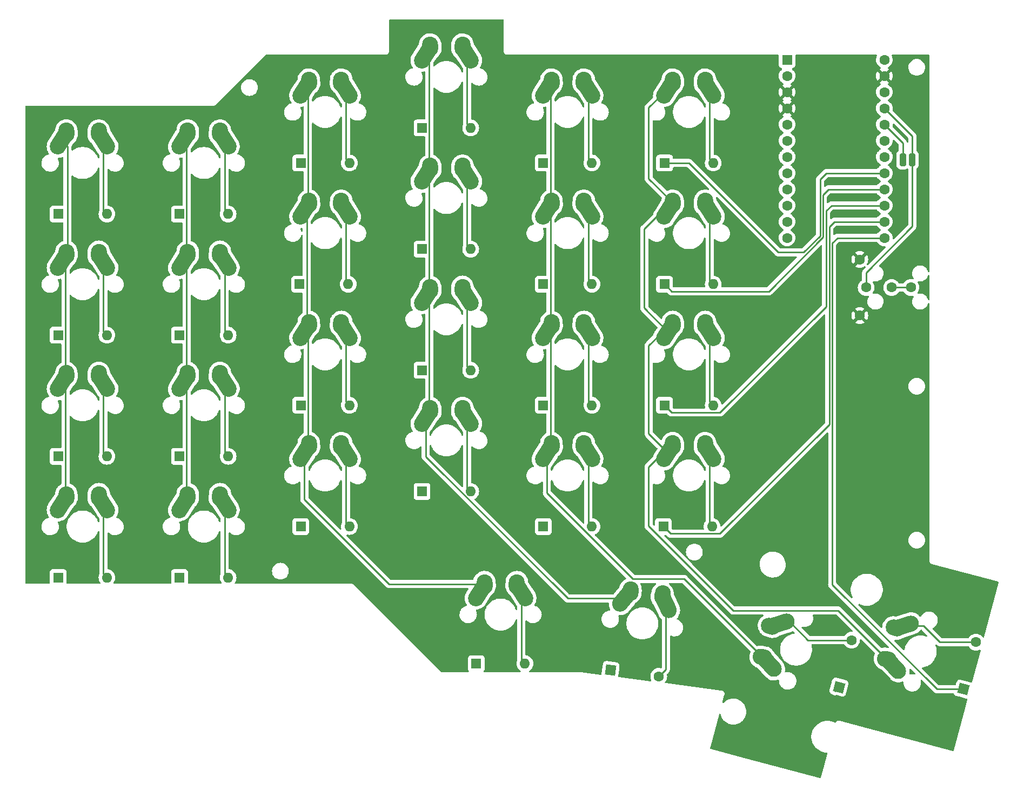
<source format=gbr>
%TF.GenerationSoftware,KiCad,Pcbnew,(6.0.2)*%
%TF.CreationDate,2022-03-02T20:59:57-08:00*%
%TF.ProjectId,CANDIEKEYBOARD,43414e44-4945-44b4-9559-424f4152442e,rev?*%
%TF.SameCoordinates,Original*%
%TF.FileFunction,Copper,L1,Top*%
%TF.FilePolarity,Positive*%
%FSLAX46Y46*%
G04 Gerber Fmt 4.6, Leading zero omitted, Abs format (unit mm)*
G04 Created by KiCad (PCBNEW (6.0.2)) date 2022-03-02 20:59:57*
%MOMM*%
%LPD*%
G01*
G04 APERTURE LIST*
G04 Aperture macros list*
%AMRoundRect*
0 Rectangle with rounded corners*
0 $1 Rounding radius*
0 $2 $3 $4 $5 $6 $7 $8 $9 X,Y pos of 4 corners*
0 Add a 4 corners polygon primitive as box body*
4,1,4,$2,$3,$4,$5,$6,$7,$8,$9,$2,$3,0*
0 Add four circle primitives for the rounded corners*
1,1,$1+$1,$2,$3*
1,1,$1+$1,$4,$5*
1,1,$1+$1,$6,$7*
1,1,$1+$1,$8,$9*
0 Add four rect primitives between the rounded corners*
20,1,$1+$1,$2,$3,$4,$5,0*
20,1,$1+$1,$4,$5,$6,$7,0*
20,1,$1+$1,$6,$7,$8,$9,0*
20,1,$1+$1,$8,$9,$2,$3,0*%
%AMHorizOval*
0 Thick line with rounded ends*
0 $1 width*
0 $2 $3 position (X,Y) of the first rounded end (center of the circle)*
0 $4 $5 position (X,Y) of the second rounded end (center of the circle)*
0 Add line between two ends*
20,1,$1,$2,$3,$4,$5,0*
0 Add two circle primitives to create the rounded ends*
1,1,$1,$2,$3*
1,1,$1,$4,$5*%
%AMRotRect*
0 Rectangle, with rotation*
0 The origin of the aperture is its center*
0 $1 length*
0 $2 width*
0 $3 Rotation angle, in degrees counterclockwise*
0 Add horizontal line*
21,1,$1,$2,0,0,$3*%
G04 Aperture macros list end*
%TA.AperFunction,ComponentPad*%
%ADD10R,1.600000X1.600000*%
%TD*%
%TA.AperFunction,ComponentPad*%
%ADD11C,1.600000*%
%TD*%
%TA.AperFunction,ComponentPad*%
%ADD12O,1.600000X1.600000*%
%TD*%
%TA.AperFunction,ComponentPad*%
%ADD13HorizOval,2.500000X-0.604462X-0.948815X0.604462X0.948815X0*%
%TD*%
%TA.AperFunction,ComponentPad*%
%ADD14HorizOval,2.500000X-0.019724X0.289328X0.019724X-0.289328X0*%
%TD*%
%TA.AperFunction,ComponentPad*%
%ADD15HorizOval,2.500000X-0.019724X-0.289328X0.019724X0.289328X0*%
%TD*%
%TA.AperFunction,ComponentPad*%
%ADD16HorizOval,2.500000X-0.604462X0.948815X0.604462X-0.948815X0*%
%TD*%
%TA.AperFunction,SMDPad,CuDef*%
%ADD17RoundRect,0.250000X-0.250000X-0.750000X0.250000X-0.750000X0.250000X0.750000X-0.250000X0.750000X0*%
%TD*%
%TA.AperFunction,SMDPad,CuDef*%
%ADD18RoundRect,0.250000X0.250000X0.750000X-0.250000X0.750000X-0.250000X-0.750000X0.250000X-0.750000X0*%
%TD*%
%TA.AperFunction,ComponentPad*%
%ADD19HorizOval,2.500000X-0.760039X0.829437X0.760039X-0.829437X0*%
%TD*%
%TA.AperFunction,ComponentPad*%
%ADD20HorizOval,2.500000X-0.284575X0.055831X0.284575X-0.055831X0*%
%TD*%
%TA.AperFunction,ComponentPad*%
%ADD21HorizOval,2.500000X-0.274365X0.093936X0.274365X-0.093936X0*%
%TD*%
%TA.AperFunction,ComponentPad*%
%ADD22HorizOval,2.500000X1.072932X0.338294X-1.072932X-0.338294X0*%
%TD*%
%TA.AperFunction,ComponentPad*%
%ADD23HorizOval,2.500000X-0.018209X-0.289428X0.018209X0.289428X0*%
%TD*%
%TA.AperFunction,ComponentPad*%
%ADD24HorizOval,2.500000X-0.723136X-0.861800X0.723136X0.861800X0*%
%TD*%
%TA.AperFunction,ComponentPad*%
%ADD25HorizOval,2.500000X-0.057321X-0.284279X0.057321X0.284279X0*%
%TD*%
%TA.AperFunction,ComponentPad*%
%ADD26HorizOval,2.500000X-0.475446X1.019596X0.475446X-1.019596X0*%
%TD*%
%TA.AperFunction,ComponentPad*%
%ADD27RotRect,1.600000X1.600000X352.500000*%
%TD*%
%TA.AperFunction,ComponentPad*%
%ADD28HorizOval,1.600000X0.000000X0.000000X0.000000X0.000000X0*%
%TD*%
%TA.AperFunction,ComponentPad*%
%ADD29RotRect,1.600000X1.600000X75.000000*%
%TD*%
%TA.AperFunction,ComponentPad*%
%ADD30HorizOval,1.600000X0.000000X0.000000X0.000000X0.000000X0*%
%TD*%
%TA.AperFunction,ViaPad*%
%ADD31C,0.400000*%
%TD*%
%TA.AperFunction,Conductor*%
%ADD32C,0.250000*%
%TD*%
G04 APERTURE END LIST*
D10*
%TO.P,U1,1,TX*%
%TO.N,unconnected-(U1-Pad1)*%
X150404039Y-37547239D03*
D11*
%TO.P,U1,2,RX*%
%TO.N,unconnected-(U1-Pad2)*%
X150404039Y-40087239D03*
%TO.P,U1,3,GND*%
%TO.N,GND*%
X150404039Y-42627239D03*
%TO.P,U1,4,GND*%
X150404039Y-45167239D03*
%TO.P,U1,5,SDA*%
%TO.N,unconnected-(U1-Pad5)*%
X150404039Y-47707239D03*
%TO.P,U1,6,SCL*%
%TO.N,Net-(U1-Pad6)*%
X150404039Y-50247239D03*
%TO.P,U1,7,D4*%
%TO.N,Net-(K12-Pad1)*%
X150404039Y-52787239D03*
%TO.P,U1,8,C6*%
%TO.N,Net-(K11-Pad1)*%
X150404039Y-55327239D03*
%TO.P,U1,9,D7*%
%TO.N,Net-(K10-Pad1)*%
X150404039Y-57867239D03*
%TO.P,U1,10,E6*%
%TO.N,Net-(K15-Pad1)*%
X150404039Y-60407239D03*
%TO.P,U1,11,B4*%
%TO.N,Net-(K14-Pad1)*%
X150404039Y-62947239D03*
%TO.P,U1,12,B5*%
%TO.N,Net-(K1-Pad1)*%
X150404039Y-65487239D03*
%TO.P,U1,13,B6*%
%TO.N,Net-(U1-Pad13)*%
X165644039Y-65487239D03*
%TO.P,U1,14,B2*%
%TO.N,Net-(U1-Pad14)*%
X165644039Y-62947239D03*
%TO.P,U1,15,B3*%
%TO.N,Net-(D13-Pad1)*%
X165644039Y-60407239D03*
%TO.P,U1,16,B1*%
%TO.N,Net-(D10-Pad1)*%
X165644039Y-57867239D03*
%TO.P,U1,17,F7*%
%TO.N,Net-(D1-Pad1)*%
X165644039Y-55327239D03*
%TO.P,U1,18,F6*%
%TO.N,unconnected-(U1-Pad18)*%
X165644039Y-52787239D03*
%TO.P,U1,19,F5*%
%TO.N,unconnected-(U1-Pad19)*%
X165644039Y-50247239D03*
%TO.P,U1,20,F4*%
%TO.N,HAND*%
X165644039Y-47707239D03*
%TO.P,U1,21,VCC*%
%TO.N,VCC*%
X165644039Y-45167239D03*
%TO.P,U1,22,RST*%
%TO.N,unconnected-(U1-Pad22)*%
X165644039Y-42627239D03*
%TO.P,U1,23,GND*%
%TO.N,GND*%
X165644039Y-40087239D03*
%TO.P,U1,24,RAW*%
%TO.N,unconnected-(U1-Pad24)*%
X165644039Y-37547239D03*
%TD*%
D12*
%TO.P,D6,2,A*%
%TO.N,Net-(D6-Pad2)*%
X138834039Y-53747239D03*
D10*
%TO.P,D6,1,K*%
%TO.N,Net-(D1-Pad1)*%
X131214039Y-53747239D03*
%TD*%
D13*
%TO.P,K8,1*%
%TO.N,Net-(K14-Pad1)*%
X55769039Y-69227239D03*
D14*
X56504039Y-67957239D03*
D15*
%TO.P,K8,2*%
%TO.N,Net-(D8-Pad2)*%
X61544039Y-67957239D03*
D16*
X62279039Y-69227239D03*
%TD*%
D17*
%TO.P,REF\u002A\u002A,1*%
%TO.N,VCC*%
X170024039Y-53247239D03*
%TD*%
D18*
%TO.P,REF\u002A\u002A,1*%
%TO.N,HAND*%
X168524039Y-53247239D03*
%TD*%
D19*
%TO.P,K28,1*%
%TO.N,Net-(K12-Pad1)*%
X167081524Y-132580285D03*
D20*
X166045030Y-131541629D03*
D21*
%TO.P,K28,2*%
%TO.N,Net-(D28-Pad2)*%
X167349478Y-126673363D03*
D22*
X168766436Y-126292107D03*
%TD*%
D10*
%TO.P,D25,1,K*%
%TO.N,Net-(U1-Pad13)*%
X101714039Y-132247239D03*
D12*
%TO.P,D25,2,A*%
%TO.N,Net-(D25-Pad2)*%
X109334039Y-132247239D03*
%TD*%
D14*
%TO.P,K24,1*%
%TO.N,Net-(K12-Pad1)*%
X132504039Y-97957239D03*
D13*
X131769039Y-99227239D03*
D16*
%TO.P,K24,2*%
%TO.N,Net-(D24-Pad2)*%
X138279039Y-99227239D03*
D15*
X137544039Y-97957239D03*
%TD*%
D23*
%TO.P,K26,1*%
%TO.N,Net-(K10-Pad1)*%
X125850818Y-120869292D03*
D24*
X124956338Y-122032490D03*
D25*
%TO.P,K26,2*%
%TO.N,Net-(D26-Pad2)*%
X130847701Y-121527144D03*
D26*
X131410644Y-122882216D03*
%TD*%
D12*
%TO.P,D9,2,A*%
%TO.N,Net-(D9-Pad2)*%
X81644039Y-72747239D03*
D10*
%TO.P,D9,1,K*%
%TO.N,Net-(D10-Pad1)*%
X74024039Y-72747239D03*
%TD*%
D13*
%TO.P,K7,1*%
%TO.N,Net-(K1-Pad1)*%
X36769039Y-69227239D03*
D14*
X37504039Y-67957239D03*
D15*
%TO.P,K7,2*%
%TO.N,Net-(D7-Pad2)*%
X42544039Y-67957239D03*
D16*
X43279039Y-69227239D03*
%TD*%
D12*
%TO.P,D24,2,A*%
%TO.N,Net-(D24-Pad2)*%
X138644039Y-110747239D03*
D10*
%TO.P,D24,1,K*%
%TO.N,Net-(U1-Pad14)*%
X131024039Y-110747239D03*
%TD*%
D27*
%TO.P,D26,1,K*%
%TO.N,Net-(U1-Pad13)*%
X122746634Y-133249935D03*
D28*
%TO.P,D26,2,A*%
%TO.N,Net-(D26-Pad2)*%
X130301444Y-134244545D03*
%TD*%
D12*
%TO.P,D16,2,A*%
%TO.N,Net-(D16-Pad2)*%
X100834039Y-86247239D03*
D10*
%TO.P,D16,1,K*%
%TO.N,Net-(D13-Pad1)*%
X93214039Y-86247239D03*
%TD*%
D12*
%TO.P,D2,2,A*%
%TO.N,Net-(D2-Pad2)*%
X62834039Y-61747239D03*
D10*
%TO.P,D2,1,K*%
%TO.N,Net-(D1-Pad1)*%
X55214039Y-61747239D03*
%TD*%
D12*
%TO.P,D5,2,A*%
%TO.N,Net-(D5-Pad2)*%
X119834039Y-53747239D03*
D10*
%TO.P,D5,1,K*%
%TO.N,Net-(D1-Pad1)*%
X112214039Y-53747239D03*
%TD*%
D13*
%TO.P,K20,1*%
%TO.N,Net-(K14-Pad1)*%
X55769039Y-107227239D03*
D14*
X56504039Y-105957239D03*
D15*
%TO.P,K20,2*%
%TO.N,Net-(D20-Pad2)*%
X61544039Y-105957239D03*
D16*
X62279039Y-107227239D03*
%TD*%
D14*
%TO.P,K14,1*%
%TO.N,Net-(K14-Pad1)*%
X56504039Y-86957239D03*
D13*
X55769039Y-88227239D03*
D16*
%TO.P,K14,2*%
%TO.N,Net-(D14-Pad2)*%
X62279039Y-88227239D03*
D15*
X61544039Y-86957239D03*
%TD*%
D11*
%TO.P,U2,1,Sleeve*%
%TO.N,GND*%
X161797878Y-77668749D03*
X161797878Y-68868749D03*
%TO.P,U2,2,Tip*%
%TO.N,VCC*%
X162797878Y-73268749D03*
%TO.P,U2,3,Ring1*%
%TO.N,Net-(U1-Pad6)*%
X166797878Y-73268749D03*
%TO.P,U2,4,Ring2*%
X169797878Y-73268749D03*
%TD*%
D13*
%TO.P,K12,1*%
%TO.N,Net-(K12-Pad1)*%
X131769039Y-61227239D03*
D14*
X132504039Y-59957239D03*
D15*
%TO.P,K12,2*%
%TO.N,Net-(D12-Pad2)*%
X137544039Y-59957239D03*
D16*
X138279039Y-61227239D03*
%TD*%
D12*
%TO.P,D18,2,A*%
%TO.N,Net-(D18-Pad2)*%
X138834039Y-91747239D03*
D10*
%TO.P,D18,1,K*%
%TO.N,Net-(D13-Pad1)*%
X131214039Y-91747239D03*
%TD*%
D12*
%TO.P,D1,2,A*%
%TO.N,Net-(D1-Pad2)*%
X43834039Y-61747239D03*
D10*
%TO.P,D1,1,K*%
%TO.N,Net-(D1-Pad1)*%
X36214039Y-61747239D03*
%TD*%
D12*
%TO.P,D8,2,A*%
%TO.N,Net-(D8-Pad2)*%
X62834039Y-80747239D03*
D10*
%TO.P,D8,1,K*%
%TO.N,Net-(D10-Pad1)*%
X55214039Y-80747239D03*
%TD*%
D12*
%TO.P,D12,2,A*%
%TO.N,Net-(D12-Pad2)*%
X138834039Y-72747239D03*
D10*
%TO.P,D12,1,K*%
%TO.N,Net-(D10-Pad1)*%
X131214039Y-72747239D03*
%TD*%
D12*
%TO.P,D22,2,A*%
%TO.N,Net-(D22-Pad2)*%
X100834039Y-105247239D03*
D10*
%TO.P,D22,1,K*%
%TO.N,Net-(U1-Pad14)*%
X93214039Y-105247239D03*
%TD*%
D14*
%TO.P,K17,1*%
%TO.N,Net-(K11-Pad1)*%
X113504039Y-78957239D03*
D13*
X112769039Y-80227239D03*
D16*
%TO.P,K17,2*%
%TO.N,Net-(D17-Pad2)*%
X119279039Y-80227239D03*
D15*
X118544039Y-78957239D03*
%TD*%
D12*
%TO.P,D20,2,A*%
%TO.N,Net-(D20-Pad2)*%
X62834039Y-118747239D03*
D10*
%TO.P,D20,1,K*%
%TO.N,Net-(U1-Pad14)*%
X55214039Y-118747239D03*
%TD*%
D12*
%TO.P,D4,2,A*%
%TO.N,Net-(D4-Pad2)*%
X100834039Y-48247239D03*
D10*
%TO.P,D4,1,K*%
%TO.N,Net-(D1-Pad1)*%
X93214039Y-48247239D03*
%TD*%
D12*
%TO.P,D13,2,A*%
%TO.N,Net-(D13-Pad2)*%
X43834039Y-99747239D03*
D10*
%TO.P,D13,1,K*%
%TO.N,Net-(D13-Pad1)*%
X36214039Y-99747239D03*
%TD*%
D12*
%TO.P,D23,2,A*%
%TO.N,Net-(D23-Pad2)*%
X119834039Y-110747239D03*
D10*
%TO.P,D23,1,K*%
%TO.N,Net-(U1-Pad14)*%
X112214039Y-110747239D03*
%TD*%
D12*
%TO.P,D21,2,A*%
%TO.N,Net-(D21-Pad2)*%
X81834039Y-110747239D03*
D10*
%TO.P,D21,1,K*%
%TO.N,Net-(U1-Pad14)*%
X74214039Y-110747239D03*
%TD*%
D12*
%TO.P,D17,2,A*%
%TO.N,Net-(D17-Pad2)*%
X119834039Y-91747239D03*
D10*
%TO.P,D17,1,K*%
%TO.N,Net-(D13-Pad1)*%
X112214039Y-91747239D03*
%TD*%
D14*
%TO.P,K3,1*%
%TO.N,Net-(K15-Pad1)*%
X75504039Y-40957239D03*
D13*
X74769039Y-42227239D03*
D16*
%TO.P,K3,2*%
%TO.N,Net-(D3-Pad2)*%
X81279039Y-42227239D03*
D15*
X80544039Y-40957239D03*
%TD*%
D12*
%TO.P,D15,2,A*%
%TO.N,Net-(D15-Pad2)*%
X81834039Y-91747239D03*
D10*
%TO.P,D15,1,K*%
%TO.N,Net-(D13-Pad1)*%
X74214039Y-91747239D03*
%TD*%
D13*
%TO.P,K11,1*%
%TO.N,Net-(K11-Pad1)*%
X112769039Y-61227239D03*
D14*
X113504039Y-59957239D03*
D15*
%TO.P,K11,2*%
%TO.N,Net-(D11-Pad2)*%
X118544039Y-59957239D03*
D16*
X119279039Y-61227239D03*
%TD*%
D14*
%TO.P,K10,1*%
%TO.N,Net-(K10-Pad1)*%
X94504039Y-54457239D03*
D13*
X93769039Y-55727239D03*
D15*
%TO.P,K10,2*%
%TO.N,Net-(D10-Pad2)*%
X99544039Y-54457239D03*
D16*
X100279039Y-55727239D03*
%TD*%
D13*
%TO.P,K22,1*%
%TO.N,Net-(K10-Pad1)*%
X93769039Y-93727239D03*
D14*
X94504039Y-92457239D03*
D15*
%TO.P,K22,2*%
%TO.N,Net-(D22-Pad2)*%
X99544039Y-92457239D03*
D16*
X100279039Y-93727239D03*
%TD*%
D12*
%TO.P,D14,2,A*%
%TO.N,Net-(D14-Pad2)*%
X62834039Y-99747239D03*
D10*
%TO.P,D14,1,K*%
%TO.N,Net-(D13-Pad1)*%
X55214039Y-99747239D03*
%TD*%
D13*
%TO.P,K6,1*%
%TO.N,Net-(K12-Pad1)*%
X131769039Y-42227239D03*
D14*
X132504039Y-40957239D03*
D15*
%TO.P,K6,2*%
%TO.N,Net-(D6-Pad2)*%
X137544039Y-40957239D03*
D16*
X138279039Y-42227239D03*
%TD*%
D14*
%TO.P,K25,1*%
%TO.N,Net-(K15-Pad1)*%
X103004039Y-119757239D03*
D13*
X102269039Y-121027239D03*
D16*
%TO.P,K25,2*%
%TO.N,Net-(D25-Pad2)*%
X108779039Y-121027239D03*
D15*
X108044039Y-119757239D03*
%TD*%
D12*
%TO.P,D3,2,A*%
%TO.N,Net-(D3-Pad2)*%
X81834039Y-53747239D03*
D10*
%TO.P,D3,1,K*%
%TO.N,Net-(D1-Pad1)*%
X74214039Y-53747239D03*
%TD*%
D13*
%TO.P,K13,1*%
%TO.N,Net-(K1-Pad1)*%
X36769039Y-88227239D03*
D14*
X37504039Y-86957239D03*
D15*
%TO.P,K13,2*%
%TO.N,Net-(D13-Pad2)*%
X42544039Y-86957239D03*
D16*
X43279039Y-88227239D03*
%TD*%
D14*
%TO.P,K1,1*%
%TO.N,Net-(K1-Pad1)*%
X37504039Y-48957239D03*
D13*
X36769039Y-50227239D03*
D16*
%TO.P,K1,2*%
%TO.N,Net-(D1-Pad2)*%
X43279039Y-50227239D03*
D15*
X42544039Y-48957239D03*
%TD*%
D13*
%TO.P,K2,1*%
%TO.N,Net-(K14-Pad1)*%
X55769039Y-50227239D03*
D14*
X56504039Y-48957239D03*
D16*
%TO.P,K2,2*%
%TO.N,Net-(D2-Pad2)*%
X62279039Y-50227239D03*
D15*
X61544039Y-48957239D03*
%TD*%
D12*
%TO.P,D11,2,A*%
%TO.N,Net-(D11-Pad2)*%
X119834039Y-72747239D03*
D10*
%TO.P,D11,1,K*%
%TO.N,Net-(D10-Pad1)*%
X112214039Y-72747239D03*
%TD*%
D13*
%TO.P,K9,1*%
%TO.N,Net-(K15-Pad1)*%
X74769039Y-61227239D03*
D14*
X75504039Y-59957239D03*
D16*
%TO.P,K9,2*%
%TO.N,Net-(D9-Pad2)*%
X81279039Y-61227239D03*
D15*
X80544039Y-59957239D03*
%TD*%
D29*
%TO.P,D28,1,K*%
%TO.N,Net-(U1-Pad13)*%
X178024039Y-136247239D03*
D30*
%TO.P,D28,2,A*%
%TO.N,Net-(D28-Pad2)*%
X179996240Y-128886884D03*
%TD*%
D12*
%TO.P,D19,2,A*%
%TO.N,Net-(D19-Pad2)*%
X43834039Y-118747239D03*
D10*
%TO.P,D19,1,K*%
%TO.N,Net-(U1-Pad14)*%
X36214039Y-118747239D03*
%TD*%
D13*
%TO.P,K4,1*%
%TO.N,Net-(K10-Pad1)*%
X93769039Y-36727239D03*
D14*
X94504039Y-35457239D03*
D16*
%TO.P,K4,2*%
%TO.N,Net-(D4-Pad2)*%
X100279039Y-36727239D03*
D15*
X99544039Y-35457239D03*
%TD*%
D29*
%TO.P,D27,1,K*%
%TO.N,Net-(U1-Pad13)*%
X158537939Y-135927417D03*
D30*
%TO.P,D27,2,A*%
%TO.N,Net-(D27-Pad2)*%
X160510140Y-128567062D03*
%TD*%
D14*
%TO.P,K5,1*%
%TO.N,Net-(K11-Pad1)*%
X113504039Y-40957239D03*
D13*
X112769039Y-42227239D03*
D16*
%TO.P,K5,2*%
%TO.N,Net-(D5-Pad2)*%
X119279039Y-42227239D03*
D15*
X118544039Y-40957239D03*
%TD*%
D20*
%TO.P,K27,1*%
%TO.N,Net-(K11-Pad1)*%
X146545030Y-131241629D03*
D19*
X147581524Y-132280285D03*
D21*
%TO.P,K27,2*%
%TO.N,Net-(D27-Pad2)*%
X147849478Y-126373363D03*
D22*
X149266436Y-125992107D03*
%TD*%
D13*
%TO.P,K23,1*%
%TO.N,Net-(K11-Pad1)*%
X112769039Y-99227239D03*
D14*
X113504039Y-97957239D03*
D15*
%TO.P,K23,2*%
%TO.N,Net-(D23-Pad2)*%
X118544039Y-97957239D03*
D16*
X119279039Y-99227239D03*
%TD*%
D12*
%TO.P,D10,2,A*%
%TO.N,Net-(D10-Pad2)*%
X100834039Y-67247239D03*
D10*
%TO.P,D10,1,K*%
%TO.N,Net-(D10-Pad1)*%
X93214039Y-67247239D03*
%TD*%
D14*
%TO.P,K21,1*%
%TO.N,Net-(K15-Pad1)*%
X75504039Y-97957239D03*
D13*
X74769039Y-99227239D03*
D16*
%TO.P,K21,2*%
%TO.N,Net-(D21-Pad2)*%
X81279039Y-99227239D03*
D15*
X80544039Y-97957239D03*
%TD*%
D13*
%TO.P,K16,1*%
%TO.N,Net-(K10-Pad1)*%
X93769039Y-74727239D03*
D14*
X94504039Y-73457239D03*
D15*
%TO.P,K16,2*%
%TO.N,Net-(D16-Pad2)*%
X99544039Y-73457239D03*
D16*
X100279039Y-74727239D03*
%TD*%
D13*
%TO.P,K18,1*%
%TO.N,Net-(K12-Pad1)*%
X131769039Y-80227239D03*
D14*
X132504039Y-78957239D03*
D16*
%TO.P,K18,2*%
%TO.N,Net-(D18-Pad2)*%
X138279039Y-80227239D03*
D15*
X137544039Y-78957239D03*
%TD*%
D14*
%TO.P,K19,1*%
%TO.N,Net-(K1-Pad1)*%
X37504039Y-105957239D03*
D13*
X36769039Y-107227239D03*
D15*
%TO.P,K19,2*%
%TO.N,Net-(D19-Pad2)*%
X42544039Y-105957239D03*
D16*
X43279039Y-107227239D03*
%TD*%
D14*
%TO.P,K15,1*%
%TO.N,Net-(K15-Pad1)*%
X75504039Y-78957239D03*
D13*
X74769039Y-80227239D03*
D15*
%TO.P,K15,2*%
%TO.N,Net-(D15-Pad2)*%
X80544039Y-78957239D03*
D16*
X81279039Y-80227239D03*
%TD*%
D12*
%TO.P,D7,2,A*%
%TO.N,Net-(D7-Pad2)*%
X43834039Y-80747239D03*
D10*
%TO.P,D7,1,K*%
%TO.N,Net-(D10-Pad1)*%
X36214039Y-80747239D03*
%TD*%
D31*
%TO.N,GND*%
X146024039Y-76747239D03*
X146024039Y-58747239D03*
X146024039Y-70747239D03*
X152324039Y-120847239D03*
X176074039Y-130347239D03*
X156574039Y-130047239D03*
X127724039Y-130697239D03*
X105524039Y-129297239D03*
X134024039Y-107497239D03*
X134024039Y-88497239D03*
X134024039Y-69497239D03*
X115024039Y-116997239D03*
X115024039Y-88497239D03*
X115024039Y-69497239D03*
X115024039Y-50497239D03*
X96024039Y-45747239D03*
X96024039Y-83747239D03*
X96024039Y-112247239D03*
X77024039Y-93247239D03*
X77024039Y-55247239D03*
X58024039Y-63247239D03*
X58024039Y-101247239D03*
X39024039Y-115497239D03*
X39024039Y-77497239D03*
%TD*%
D32*
%TO.N,Net-(K15-Pad1)*%
X103004039Y-119757239D02*
X88034039Y-119757239D01*
X88034039Y-119757239D02*
X74769039Y-106492239D01*
X74769039Y-106492239D02*
X74769039Y-99227239D01*
%TO.N,Net-(U1-Pad13)*%
X178024039Y-136247239D02*
X173874585Y-136247239D01*
X173874585Y-136247239D02*
X157473559Y-119846213D01*
X157473559Y-119846213D02*
X157473559Y-66297719D01*
X157473559Y-66297719D02*
X158284039Y-65487239D01*
X158284039Y-65487239D02*
X165644039Y-65487239D01*
%TO.N,Net-(D13-Pad1)*%
X162184039Y-60407239D02*
X165644039Y-60407239D01*
X131214039Y-91747239D02*
X132338550Y-92871750D01*
X157364039Y-60407239D02*
X162184039Y-60407239D01*
X132338550Y-92871750D02*
X139899528Y-92871750D01*
X139899528Y-92871750D02*
X156524039Y-76247239D01*
X156524039Y-61247239D02*
X157364039Y-60407239D01*
X156524039Y-76247239D02*
X156524039Y-61247239D01*
%TO.N,Net-(D1-Pad1)*%
X131214039Y-53747239D02*
X135024039Y-53747239D01*
X135024039Y-53747239D02*
X149024039Y-67747239D01*
X156544999Y-55327239D02*
X165644039Y-55327239D01*
X149024039Y-67747239D02*
X153024039Y-67747239D01*
X155574519Y-65196759D02*
X155574519Y-56297719D01*
X153024039Y-67747239D02*
X155574519Y-65196759D01*
X155574519Y-56297719D02*
X156544999Y-55327239D01*
%TO.N,Net-(U1-Pad14)*%
X131024039Y-110747239D02*
X132148550Y-111871750D01*
X132148550Y-111871750D02*
X139899528Y-111871750D01*
X139899528Y-111871750D02*
X157024039Y-94747239D01*
X157024039Y-94747239D02*
X157024039Y-63747239D01*
X157024039Y-63747239D02*
X157824039Y-62947239D01*
X157824039Y-62947239D02*
X165644039Y-62947239D01*
%TO.N,Net-(D10-Pad1)*%
X165644039Y-57867239D02*
X156904039Y-57867239D01*
X156904039Y-57867239D02*
X156024039Y-58747239D01*
X131214039Y-72747239D02*
X132338550Y-73871750D01*
X132338550Y-73871750D02*
X147535245Y-73871750D01*
X147535245Y-73871750D02*
X156024039Y-65382956D01*
X156024039Y-65382956D02*
X156024039Y-58747239D01*
%TO.N,Net-(K12-Pad1)*%
X131769039Y-99227239D02*
X130873501Y-99227239D01*
X130873501Y-99227239D02*
X128718618Y-101382122D01*
X128718618Y-101382122D02*
X128718618Y-110690840D01*
X128718618Y-110690840D02*
X141942693Y-123914915D01*
X141942693Y-123914915D02*
X158418316Y-123914915D01*
X158418316Y-123914915D02*
X166045030Y-131541629D01*
X131769039Y-80227239D02*
X130873501Y-80227239D01*
X130873501Y-80227239D02*
X128718618Y-82382122D01*
X128718618Y-82382122D02*
X128718618Y-96176818D01*
X128718618Y-96176818D02*
X131769039Y-99227239D01*
X131769039Y-61227239D02*
X130873501Y-61227239D01*
X130873501Y-61227239D02*
X128024039Y-64076701D01*
X128024039Y-64076701D02*
X128024039Y-76482239D01*
X128024039Y-76482239D02*
X131769039Y-80227239D01*
X132504039Y-59957239D02*
X128718618Y-56171818D01*
X128718618Y-56171818D02*
X128718618Y-45052660D01*
X128718618Y-45052660D02*
X131544039Y-42227239D01*
X131544039Y-42227239D02*
X131769039Y-42227239D01*
%TO.N,Net-(K10-Pad1)*%
X124956338Y-122032490D02*
X116028990Y-122032490D01*
X116028990Y-122032490D02*
X93769039Y-99772539D01*
X93769039Y-99772539D02*
X93769039Y-93727239D01*
%TO.N,Net-(U1-Pad13)*%
X158537939Y-135927417D02*
X157884742Y-136580614D01*
%TO.N,Net-(K11-Pad1)*%
X147581524Y-132280285D02*
X134268739Y-118967500D01*
X134268739Y-118967500D02*
X126244300Y-118967500D01*
X126244300Y-118967500D02*
X112769039Y-105492239D01*
X112769039Y-105492239D02*
X112769039Y-99227239D01*
%TO.N,Net-(K12-Pad1)*%
X131769039Y-61227239D02*
X132338550Y-60657728D01*
X132338550Y-42796750D02*
X131769039Y-42227239D01*
X131769039Y-80227239D02*
X132338550Y-79657728D01*
X132338550Y-61796750D02*
X131769039Y-61227239D01*
X131769039Y-99227239D02*
X132338550Y-98657728D01*
X132338550Y-80796750D02*
X131769039Y-80227239D01*
%TO.N,Net-(K11-Pad1)*%
X112769039Y-61227239D02*
X112769039Y-59673962D01*
X112769039Y-59673962D02*
X113338550Y-59104451D01*
X113338550Y-59104451D02*
X113338550Y-42796750D01*
X113338550Y-42796750D02*
X112769039Y-42227239D01*
X112769039Y-80227239D02*
X113338550Y-79657728D01*
X113338550Y-79657728D02*
X113338550Y-61796750D01*
X113338550Y-61796750D02*
X112769039Y-61227239D01*
X112769039Y-99227239D02*
X112769039Y-97673962D01*
X112769039Y-97673962D02*
X113338550Y-97104451D01*
X113338550Y-97104451D02*
X113338550Y-80796750D01*
X113338550Y-80796750D02*
X112769039Y-80227239D01*
%TO.N,Net-(K10-Pad1)*%
X93769039Y-55727239D02*
X94338550Y-55157728D01*
X94338550Y-37296750D02*
X93769039Y-36727239D01*
X94338550Y-55157728D02*
X94338550Y-37296750D01*
X93769039Y-74727239D02*
X94338550Y-74157728D01*
X94338550Y-74157728D02*
X94338550Y-56296750D01*
X94338550Y-56296750D02*
X93769039Y-55727239D01*
X93769039Y-93727239D02*
X94338550Y-93157728D01*
X94338550Y-93157728D02*
X94338550Y-75296750D01*
X94338550Y-75296750D02*
X93769039Y-74727239D01*
%TO.N,Net-(K1-Pad1)*%
X36769039Y-69227239D02*
X37655618Y-68340660D01*
X37655618Y-68340660D02*
X37655618Y-51113818D01*
X37655618Y-51113818D02*
X36769039Y-50227239D01*
X36769039Y-88227239D02*
X37338550Y-87657728D01*
X37338550Y-87657728D02*
X37338550Y-69796750D01*
X37338550Y-69796750D02*
X36769039Y-69227239D01*
X36769039Y-107227239D02*
X37338550Y-106657728D01*
X37338550Y-106657728D02*
X37338550Y-88796750D01*
X37338550Y-88796750D02*
X36769039Y-88227239D01*
%TO.N,Net-(K14-Pad1)*%
X55769039Y-69227239D02*
X56338550Y-68657728D01*
X56338550Y-68657728D02*
X56338550Y-50796750D01*
X56338550Y-50796750D02*
X55769039Y-50227239D01*
X55769039Y-88227239D02*
X56338550Y-87657728D01*
X56338550Y-87657728D02*
X56338550Y-69796750D01*
X56338550Y-69796750D02*
X55769039Y-69227239D01*
X55769039Y-107227239D02*
X56338550Y-106657728D01*
X56338550Y-106657728D02*
X56338550Y-88796750D01*
X56338550Y-88796750D02*
X55769039Y-88227239D01*
%TO.N,Net-(K15-Pad1)*%
X74769039Y-61227239D02*
X75338550Y-60657728D01*
X75338550Y-60657728D02*
X75338550Y-42796750D01*
X75338550Y-42796750D02*
X74769039Y-42227239D01*
X74769039Y-80227239D02*
X75148550Y-79847728D01*
X75148550Y-79847728D02*
X75148550Y-61606750D01*
X75148550Y-61606750D02*
X74769039Y-61227239D01*
X74769039Y-99227239D02*
X75338550Y-98657728D01*
X75338550Y-98657728D02*
X75338550Y-80796750D01*
X75338550Y-80796750D02*
X74769039Y-80227239D01*
%TO.N,Net-(D28-Pad2)*%
X168766436Y-126292107D02*
X171757603Y-126292107D01*
X171757603Y-126292107D02*
X174352380Y-128886884D01*
X174352380Y-128886884D02*
X179996240Y-128886884D01*
%TO.N,Net-(D27-Pad2)*%
X149266436Y-125992107D02*
X151118361Y-125992107D01*
X151118361Y-125992107D02*
X153693316Y-128567062D01*
X153693316Y-128567062D02*
X160510140Y-128567062D01*
%TO.N,Net-(D26-Pad2)*%
X131410644Y-122882216D02*
X131410644Y-133135345D01*
X131410644Y-133135345D02*
X130301444Y-134244545D01*
%TO.N,Net-(D25-Pad2)*%
X108779039Y-121027239D02*
X108779039Y-131692239D01*
X108779039Y-131692239D02*
X109334039Y-132247239D01*
%TO.N,Net-(D19-Pad2)*%
X43279039Y-107227239D02*
X43279039Y-118192239D01*
X43279039Y-118192239D02*
X43834039Y-118747239D01*
%TO.N,Net-(D20-Pad2)*%
X62279039Y-107227239D02*
X62279039Y-118192239D01*
X62279039Y-118192239D02*
X62834039Y-118747239D01*
%TO.N,Net-(D21-Pad2)*%
X81279039Y-99227239D02*
X81279039Y-110192239D01*
X81279039Y-110192239D02*
X81834039Y-110747239D01*
%TO.N,Net-(D22-Pad2)*%
X100279039Y-93727239D02*
X100279039Y-104692239D01*
X100279039Y-104692239D02*
X100834039Y-105247239D01*
%TO.N,Net-(D23-Pad2)*%
X119279039Y-99227239D02*
X119279039Y-110192239D01*
X119279039Y-110192239D02*
X119834039Y-110747239D01*
%TO.N,Net-(D24-Pad2)*%
X138279039Y-99227239D02*
X138279039Y-110382239D01*
X138279039Y-110382239D02*
X138644039Y-110747239D01*
%TO.N,Net-(D18-Pad2)*%
X138279039Y-80227239D02*
X138279039Y-91192239D01*
X138279039Y-91192239D02*
X138834039Y-91747239D01*
%TO.N,Net-(D17-Pad2)*%
X119279039Y-80227239D02*
X119279039Y-91192239D01*
X119279039Y-91192239D02*
X119834039Y-91747239D01*
%TO.N,Net-(D16-Pad2)*%
X100279039Y-74727239D02*
X100279039Y-85692239D01*
X100279039Y-85692239D02*
X100834039Y-86247239D01*
%TO.N,Net-(D15-Pad2)*%
X81279039Y-80227239D02*
X81279039Y-91192239D01*
X81279039Y-91192239D02*
X81834039Y-91747239D01*
%TO.N,Net-(D14-Pad2)*%
X62279039Y-88227239D02*
X62279039Y-99192239D01*
X62279039Y-99192239D02*
X62834039Y-99747239D01*
%TO.N,Net-(D13-Pad2)*%
X43279039Y-88227239D02*
X43279039Y-99192239D01*
X43279039Y-99192239D02*
X43834039Y-99747239D01*
%TO.N,Net-(D7-Pad2)*%
X43279039Y-69227239D02*
X43279039Y-80192239D01*
X43279039Y-80192239D02*
X43834039Y-80747239D01*
%TO.N,Net-(D8-Pad2)*%
X62279039Y-69227239D02*
X62279039Y-80192239D01*
X62279039Y-80192239D02*
X62834039Y-80747239D01*
%TO.N,Net-(D9-Pad2)*%
X81279039Y-61227239D02*
X81279039Y-72382239D01*
X81279039Y-72382239D02*
X81644039Y-72747239D01*
%TO.N,Net-(D10-Pad2)*%
X100279039Y-55727239D02*
X100279039Y-66692239D01*
X100279039Y-66692239D02*
X100834039Y-67247239D01*
%TO.N,Net-(D11-Pad2)*%
X119279039Y-61227239D02*
X119279039Y-72192239D01*
X119279039Y-72192239D02*
X119834039Y-72747239D01*
%TO.N,Net-(D12-Pad2)*%
X138279039Y-61227239D02*
X138279039Y-72192239D01*
X138279039Y-72192239D02*
X138834039Y-72747239D01*
%TO.N,Net-(D6-Pad2)*%
X138279039Y-42227239D02*
X138279039Y-53192239D01*
X138279039Y-53192239D02*
X138834039Y-53747239D01*
%TO.N,Net-(D5-Pad2)*%
X119279039Y-42227239D02*
X119279039Y-53192239D01*
X119279039Y-53192239D02*
X119834039Y-53747239D01*
%TO.N,Net-(D4-Pad2)*%
X100279039Y-36727239D02*
X100279039Y-47692239D01*
X100279039Y-47692239D02*
X100834039Y-48247239D01*
%TO.N,Net-(D3-Pad2)*%
X81279039Y-42227239D02*
X81279039Y-53192239D01*
X81279039Y-53192239D02*
X81834039Y-53747239D01*
%TO.N,Net-(D2-Pad2)*%
X62279039Y-50227239D02*
X62279039Y-61192239D01*
X62279039Y-61192239D02*
X62834039Y-61747239D01*
%TO.N,Net-(D1-Pad2)*%
X43279039Y-50227239D02*
X43279039Y-61192239D01*
X43279039Y-61192239D02*
X43834039Y-61747239D01*
%TO.N,Net-(U1-Pad6)*%
X169797878Y-73268749D02*
X166797878Y-73268749D01*
%TO.N,VCC*%
X162797878Y-73268749D02*
X162797878Y-70928435D01*
X162797878Y-70928435D02*
X170024039Y-63702274D01*
X170024039Y-63702274D02*
X170024039Y-53247239D01*
X170024039Y-53247239D02*
X170024039Y-49547239D01*
X170024039Y-49547239D02*
X165644039Y-45167239D01*
%TO.N,HAND*%
X168524039Y-53247239D02*
X168524039Y-50587239D01*
X168524039Y-50587239D02*
X165644039Y-47707239D01*
%TD*%
%TA.AperFunction,Conductor*%
%TO.N,GND*%
G36*
X105958160Y-31275241D02*
G01*
X106004653Y-31328897D01*
X106016039Y-31381239D01*
X106016039Y-36236991D01*
X106016037Y-36237761D01*
X106015563Y-36315345D01*
X106018029Y-36323974D01*
X106018030Y-36323979D01*
X106023678Y-36343741D01*
X106027256Y-36360502D01*
X106030169Y-36380845D01*
X106030172Y-36380855D01*
X106031444Y-36389738D01*
X106042060Y-36413088D01*
X106048503Y-36430600D01*
X106055551Y-36455258D01*
X106071313Y-36480241D01*
X106079443Y-36495307D01*
X106091672Y-36522203D01*
X106108413Y-36541632D01*
X106119518Y-36556640D01*
X106133199Y-36578324D01*
X106139927Y-36584266D01*
X106155335Y-36597874D01*
X106167379Y-36610066D01*
X106186658Y-36632440D01*
X106194186Y-36637319D01*
X106194189Y-36637322D01*
X106208178Y-36646389D01*
X106223052Y-36657679D01*
X106242267Y-36674649D01*
X106250393Y-36678464D01*
X106250394Y-36678465D01*
X106256060Y-36681125D01*
X106269005Y-36687203D01*
X106283974Y-36695517D01*
X106308766Y-36711586D01*
X106317366Y-36714158D01*
X106333329Y-36718932D01*
X106350775Y-36725594D01*
X106373987Y-36736492D01*
X106403169Y-36741036D01*
X106419888Y-36744819D01*
X106439575Y-36750707D01*
X106439578Y-36750708D01*
X106448180Y-36753280D01*
X106457155Y-36753335D01*
X106457156Y-36753335D01*
X106463849Y-36753376D01*
X106482595Y-36753490D01*
X106483367Y-36753523D01*
X106484462Y-36753693D01*
X106515337Y-36753693D01*
X106516107Y-36753695D01*
X106589755Y-36754145D01*
X106589756Y-36754145D01*
X106593691Y-36754169D01*
X106595035Y-36753785D01*
X106596380Y-36753693D01*
X148969539Y-36753693D01*
X149037660Y-36773695D01*
X149084153Y-36827351D01*
X149095539Y-36879693D01*
X149095539Y-38395373D01*
X149102294Y-38457555D01*
X149153424Y-38593944D01*
X149240778Y-38710500D01*
X149357334Y-38797854D01*
X149493723Y-38848984D01*
X149504513Y-38850156D01*
X149506645Y-38851042D01*
X149509261Y-38851664D01*
X149509160Y-38852087D01*
X149570074Y-38877394D01*
X149610502Y-38935756D01*
X149612961Y-39006710D01*
X149576668Y-39067729D01*
X149568008Y-39074728D01*
X149564246Y-39077885D01*
X149559739Y-39081041D01*
X149397841Y-39242939D01*
X149394684Y-39247447D01*
X149394682Y-39247450D01*
X149379490Y-39269147D01*
X149266516Y-39430490D01*
X149264193Y-39435472D01*
X149264190Y-39435477D01*
X149192289Y-39589671D01*
X149169755Y-39637996D01*
X149168333Y-39643304D01*
X149168332Y-39643306D01*
X149132399Y-39777409D01*
X149110496Y-39859152D01*
X149090541Y-40087239D01*
X149110496Y-40315326D01*
X149111920Y-40320639D01*
X149111920Y-40320641D01*
X149165839Y-40521866D01*
X149169755Y-40536482D01*
X149172078Y-40541463D01*
X149172078Y-40541464D01*
X149264190Y-40739001D01*
X149264193Y-40739006D01*
X149266516Y-40743988D01*
X149305351Y-40799450D01*
X149378683Y-40904178D01*
X149397841Y-40931539D01*
X149559739Y-41093437D01*
X149564247Y-41096594D01*
X149564250Y-41096596D01*
X149636200Y-41146976D01*
X149747290Y-41224762D01*
X149752272Y-41227085D01*
X149752277Y-41227088D01*
X149787088Y-41243320D01*
X149840373Y-41290237D01*
X149859834Y-41358514D01*
X149839292Y-41426474D01*
X149787088Y-41471710D01*
X149752528Y-41487825D01*
X149743033Y-41493308D01*
X149690991Y-41529748D01*
X149682615Y-41540227D01*
X149689683Y-41553673D01*
X150391227Y-42255217D01*
X150405171Y-42262831D01*
X150407004Y-42262700D01*
X150413619Y-42258449D01*
X151119116Y-41552952D01*
X151125546Y-41541177D01*
X151116250Y-41529162D01*
X151065045Y-41493308D01*
X151055550Y-41487825D01*
X151020990Y-41471710D01*
X150967705Y-41424793D01*
X150948244Y-41356516D01*
X150968786Y-41288556D01*
X151020990Y-41243320D01*
X151055801Y-41227088D01*
X151055806Y-41227085D01*
X151060788Y-41224762D01*
X151171878Y-41146976D01*
X151243828Y-41096596D01*
X151243831Y-41096594D01*
X151248339Y-41093437D01*
X151410237Y-40931539D01*
X151429396Y-40904178D01*
X151502727Y-40799450D01*
X151541562Y-40743988D01*
X151543885Y-40739006D01*
X151543888Y-40739001D01*
X151636000Y-40541464D01*
X151636000Y-40541463D01*
X151638323Y-40536482D01*
X151642240Y-40521866D01*
X151696158Y-40320641D01*
X151696158Y-40320639D01*
X151697582Y-40315326D01*
X151717058Y-40092714D01*
X164331522Y-40092714D01*
X164350511Y-40309758D01*
X164352414Y-40320551D01*
X164408803Y-40531000D01*
X164412549Y-40541292D01*
X164504625Y-40738750D01*
X164510108Y-40748245D01*
X164546548Y-40800287D01*
X164557027Y-40808663D01*
X164570473Y-40801595D01*
X165272017Y-40100051D01*
X165278395Y-40088371D01*
X166008447Y-40088371D01*
X166008578Y-40090204D01*
X166012829Y-40096819D01*
X166718326Y-40802316D01*
X166730101Y-40808746D01*
X166742116Y-40799450D01*
X166777970Y-40748245D01*
X166783453Y-40738750D01*
X166875529Y-40541292D01*
X166879275Y-40531000D01*
X166935664Y-40320551D01*
X166937567Y-40309758D01*
X166956556Y-40092714D01*
X166956556Y-40081764D01*
X166937567Y-39864720D01*
X166935664Y-39853927D01*
X166879275Y-39643478D01*
X166875529Y-39633186D01*
X166783453Y-39435728D01*
X166777970Y-39426233D01*
X166741530Y-39374191D01*
X166731051Y-39365815D01*
X166717605Y-39372883D01*
X166016061Y-40074427D01*
X166008447Y-40088371D01*
X165278395Y-40088371D01*
X165279631Y-40086107D01*
X165279500Y-40084274D01*
X165275249Y-40077659D01*
X164569752Y-39372162D01*
X164557977Y-39365732D01*
X164545962Y-39375028D01*
X164510108Y-39426233D01*
X164504625Y-39435728D01*
X164412549Y-39633186D01*
X164408803Y-39643478D01*
X164352414Y-39853927D01*
X164350511Y-39864720D01*
X164331522Y-40081764D01*
X164331522Y-40092714D01*
X151717058Y-40092714D01*
X151717537Y-40087239D01*
X151697582Y-39859152D01*
X151675679Y-39777409D01*
X151639746Y-39643306D01*
X151639745Y-39643304D01*
X151638323Y-39637996D01*
X151615789Y-39589671D01*
X151543888Y-39435477D01*
X151543885Y-39435472D01*
X151541562Y-39430490D01*
X151428588Y-39269147D01*
X151413396Y-39247450D01*
X151413394Y-39247447D01*
X151410237Y-39242939D01*
X151248339Y-39081041D01*
X151243828Y-39077882D01*
X151239615Y-39074347D01*
X151240566Y-39073213D01*
X151200568Y-39023168D01*
X151193263Y-38952549D01*
X151225297Y-38889190D01*
X151286501Y-38853209D01*
X151303556Y-38850157D01*
X151314355Y-38848984D01*
X151450744Y-38797854D01*
X151567300Y-38710500D01*
X151654654Y-38593944D01*
X151705784Y-38457555D01*
X151712539Y-38395373D01*
X151712539Y-36879693D01*
X151732541Y-36811572D01*
X151786197Y-36765079D01*
X151838539Y-36753693D01*
X164372525Y-36753693D01*
X164440646Y-36773695D01*
X164487139Y-36827351D01*
X164497243Y-36897625D01*
X164486720Y-36932943D01*
X164409755Y-37097996D01*
X164408333Y-37103304D01*
X164408332Y-37103306D01*
X164379911Y-37209374D01*
X164350496Y-37319152D01*
X164330541Y-37547239D01*
X164350496Y-37775326D01*
X164351920Y-37780639D01*
X164351920Y-37780641D01*
X164404700Y-37977615D01*
X164409755Y-37996482D01*
X164412078Y-38001463D01*
X164412078Y-38001464D01*
X164504190Y-38199001D01*
X164504193Y-38199006D01*
X164506516Y-38203988D01*
X164637841Y-38391539D01*
X164799739Y-38553437D01*
X164804247Y-38556594D01*
X164804250Y-38556596D01*
X164845581Y-38585536D01*
X164987290Y-38684762D01*
X164992272Y-38687085D01*
X164992277Y-38687088D01*
X165027088Y-38703320D01*
X165080373Y-38750237D01*
X165099834Y-38818514D01*
X165079292Y-38886474D01*
X165027088Y-38931710D01*
X164992528Y-38947825D01*
X164983033Y-38953308D01*
X164930991Y-38989748D01*
X164922615Y-39000227D01*
X164929683Y-39013673D01*
X165631227Y-39715217D01*
X165645171Y-39722831D01*
X165647004Y-39722700D01*
X165653619Y-39718449D01*
X166359116Y-39012952D01*
X166365546Y-39001177D01*
X166356250Y-38989162D01*
X166305045Y-38953308D01*
X166295550Y-38947825D01*
X166260990Y-38931710D01*
X166207705Y-38884793D01*
X166188244Y-38816516D01*
X166208786Y-38748556D01*
X166212090Y-38745693D01*
X169411043Y-38745693D01*
X169430990Y-38973692D01*
X169470164Y-39119890D01*
X169488321Y-39187653D01*
X169490226Y-39194764D01*
X169492548Y-39199745D01*
X169492549Y-39199746D01*
X169584625Y-39397204D01*
X169584628Y-39397209D01*
X169586951Y-39402191D01*
X169590107Y-39406698D01*
X169590108Y-39406700D01*
X169712294Y-39581199D01*
X169718226Y-39589671D01*
X169880061Y-39751506D01*
X169884569Y-39754663D01*
X169884572Y-39754665D01*
X170041747Y-39864720D01*
X170067541Y-39882781D01*
X170072523Y-39885104D01*
X170072528Y-39885107D01*
X170232202Y-39959564D01*
X170274968Y-39979506D01*
X170280276Y-39980928D01*
X170280278Y-39980929D01*
X170320611Y-39991736D01*
X170496040Y-40038742D01*
X170724039Y-40058689D01*
X170952038Y-40038742D01*
X171127467Y-39991736D01*
X171167800Y-39980929D01*
X171167802Y-39980928D01*
X171173110Y-39979506D01*
X171215876Y-39959564D01*
X171375550Y-39885107D01*
X171375555Y-39885104D01*
X171380537Y-39882781D01*
X171406331Y-39864720D01*
X171563506Y-39754665D01*
X171563509Y-39754663D01*
X171568017Y-39751506D01*
X171729852Y-39589671D01*
X171735785Y-39581199D01*
X171857970Y-39406700D01*
X171857971Y-39406698D01*
X171861127Y-39402191D01*
X171863450Y-39397209D01*
X171863453Y-39397204D01*
X171955529Y-39199746D01*
X171955530Y-39199745D01*
X171957852Y-39194764D01*
X171959758Y-39187653D01*
X171977914Y-39119890D01*
X172017088Y-38973692D01*
X172037035Y-38745693D01*
X172017088Y-38517694D01*
X171957852Y-38296622D01*
X171929396Y-38235598D01*
X171863453Y-38094182D01*
X171863450Y-38094177D01*
X171861127Y-38089195D01*
X171835193Y-38052157D01*
X171733011Y-37906226D01*
X171733009Y-37906223D01*
X171729852Y-37901715D01*
X171568017Y-37739880D01*
X171563509Y-37736723D01*
X171563506Y-37736721D01*
X171385046Y-37611762D01*
X171385044Y-37611761D01*
X171380537Y-37608605D01*
X171375555Y-37606282D01*
X171375550Y-37606279D01*
X171178092Y-37514203D01*
X171178091Y-37514202D01*
X171173110Y-37511880D01*
X171167802Y-37510458D01*
X171167800Y-37510457D01*
X171098236Y-37491818D01*
X170952038Y-37452644D01*
X170724039Y-37432697D01*
X170496040Y-37452644D01*
X170349842Y-37491818D01*
X170280278Y-37510457D01*
X170280276Y-37510458D01*
X170274968Y-37511880D01*
X170269987Y-37514202D01*
X170269986Y-37514203D01*
X170072528Y-37606279D01*
X170072523Y-37606282D01*
X170067541Y-37608605D01*
X170063034Y-37611761D01*
X170063032Y-37611762D01*
X169884572Y-37736721D01*
X169884569Y-37736723D01*
X169880061Y-37739880D01*
X169718226Y-37901715D01*
X169715069Y-37906223D01*
X169715067Y-37906226D01*
X169612885Y-38052157D01*
X169586951Y-38089195D01*
X169584628Y-38094177D01*
X169584625Y-38094182D01*
X169518682Y-38235598D01*
X169490226Y-38296622D01*
X169430990Y-38517694D01*
X169411043Y-38745693D01*
X166212090Y-38745693D01*
X166260990Y-38703320D01*
X166295801Y-38687088D01*
X166295806Y-38687085D01*
X166300788Y-38684762D01*
X166442497Y-38585536D01*
X166483828Y-38556596D01*
X166483831Y-38556594D01*
X166488339Y-38553437D01*
X166650237Y-38391539D01*
X166781562Y-38203988D01*
X166783885Y-38199006D01*
X166783888Y-38199001D01*
X166876000Y-38001464D01*
X166876000Y-38001463D01*
X166878323Y-37996482D01*
X166883379Y-37977615D01*
X166936158Y-37780641D01*
X166936158Y-37780639D01*
X166937582Y-37775326D01*
X166957537Y-37547239D01*
X166937582Y-37319152D01*
X166908167Y-37209374D01*
X166879746Y-37103306D01*
X166879745Y-37103304D01*
X166878323Y-37097996D01*
X166801358Y-36932943D01*
X166790697Y-36862751D01*
X166819677Y-36797938D01*
X166879097Y-36759082D01*
X166915553Y-36753693D01*
X172590039Y-36753693D01*
X172658160Y-36773695D01*
X172704653Y-36827351D01*
X172716039Y-36879693D01*
X172716039Y-70722685D01*
X172696037Y-70790806D01*
X172642381Y-70837299D01*
X172572107Y-70847403D01*
X172507527Y-70817909D01*
X172469609Y-70759734D01*
X172417796Y-70591314D01*
X172411726Y-70579552D01*
X172317332Y-70396668D01*
X172317332Y-70396667D01*
X172314760Y-70391685D01*
X172178001Y-70213457D01*
X172011842Y-70062264D01*
X172007095Y-70059286D01*
X172007092Y-70059284D01*
X171826283Y-69945864D01*
X171821534Y-69942885D01*
X171613095Y-69859093D01*
X171393111Y-69813536D01*
X171388500Y-69813270D01*
X171388499Y-69813270D01*
X171337926Y-69810354D01*
X171337922Y-69810354D01*
X171336103Y-69810249D01*
X171190879Y-69810249D01*
X171188092Y-69810498D01*
X171188086Y-69810498D01*
X171117949Y-69816758D01*
X171024116Y-69825132D01*
X171018702Y-69826613D01*
X171018697Y-69826614D01*
X170904140Y-69857954D01*
X170807427Y-69884412D01*
X170802369Y-69886824D01*
X170802365Y-69886826D01*
X170706044Y-69932769D01*
X170604660Y-69981127D01*
X170422224Y-70112220D01*
X170373715Y-70162277D01*
X170275451Y-70263678D01*
X170265886Y-70273548D01*
X170140588Y-70460011D01*
X170050290Y-70665716D01*
X170048981Y-70671167D01*
X170048980Y-70671171D01*
X170006430Y-70848405D01*
X169997846Y-70884160D01*
X169984915Y-71108439D01*
X170011903Y-71331464D01*
X170077960Y-71546184D01*
X170080530Y-71551164D01*
X170080532Y-71551168D01*
X170178424Y-71740830D01*
X170180996Y-71745813D01*
X170184409Y-71750260D01*
X170184409Y-71750261D01*
X170216735Y-71792389D01*
X170242335Y-71858609D01*
X170228070Y-71928158D01*
X170178469Y-71978954D01*
X170109279Y-71994870D01*
X170084160Y-71990799D01*
X170031287Y-71976631D01*
X170031276Y-71976629D01*
X170025965Y-71975206D01*
X169797878Y-71955251D01*
X169569791Y-71975206D01*
X169564478Y-71976630D01*
X169564476Y-71976630D01*
X169353945Y-72033042D01*
X169353943Y-72033043D01*
X169348635Y-72034465D01*
X169343654Y-72036788D01*
X169343653Y-72036788D01*
X169146116Y-72128900D01*
X169146111Y-72128903D01*
X169141129Y-72131226D01*
X169101771Y-72158785D01*
X168958089Y-72259392D01*
X168958086Y-72259394D01*
X168953578Y-72262551D01*
X168791680Y-72424449D01*
X168788523Y-72428957D01*
X168788521Y-72428960D01*
X168681697Y-72581520D01*
X168626240Y-72625848D01*
X168578484Y-72635249D01*
X168017272Y-72635249D01*
X167949151Y-72615247D01*
X167914059Y-72581520D01*
X167807235Y-72428960D01*
X167807233Y-72428957D01*
X167804076Y-72424449D01*
X167642178Y-72262551D01*
X167637670Y-72259394D01*
X167637667Y-72259392D01*
X167493985Y-72158785D01*
X167454627Y-72131226D01*
X167449645Y-72128903D01*
X167449640Y-72128900D01*
X167252103Y-72036788D01*
X167252102Y-72036788D01*
X167247121Y-72034465D01*
X167241813Y-72033043D01*
X167241811Y-72033042D01*
X167031280Y-71976630D01*
X167031278Y-71976630D01*
X167025965Y-71975206D01*
X166797878Y-71955251D01*
X166569791Y-71975206D01*
X166564478Y-71976630D01*
X166564476Y-71976630D01*
X166353945Y-72033042D01*
X166353943Y-72033043D01*
X166348635Y-72034465D01*
X166343654Y-72036788D01*
X166343653Y-72036788D01*
X166146116Y-72128900D01*
X166146111Y-72128903D01*
X166141129Y-72131226D01*
X166101771Y-72158785D01*
X165958089Y-72259392D01*
X165958086Y-72259394D01*
X165953578Y-72262551D01*
X165791680Y-72424449D01*
X165788523Y-72428957D01*
X165788521Y-72428960D01*
X165767092Y-72459564D01*
X165660355Y-72612000D01*
X165658032Y-72616982D01*
X165658029Y-72616987D01*
X165585350Y-72772850D01*
X165563594Y-72819506D01*
X165562172Y-72824814D01*
X165562171Y-72824816D01*
X165519397Y-72984451D01*
X165504335Y-73040662D01*
X165484380Y-73268749D01*
X165504335Y-73496836D01*
X165505759Y-73502149D01*
X165505759Y-73502151D01*
X165556942Y-73693165D01*
X165563594Y-73717992D01*
X165565917Y-73722973D01*
X165565917Y-73722974D01*
X165658029Y-73920511D01*
X165658032Y-73920516D01*
X165660355Y-73925498D01*
X165733780Y-74030360D01*
X165787192Y-74106639D01*
X165791680Y-74113049D01*
X165953578Y-74274947D01*
X165958086Y-74278104D01*
X165958089Y-74278106D01*
X165967095Y-74284412D01*
X166141129Y-74406272D01*
X166146111Y-74408595D01*
X166146116Y-74408598D01*
X166329276Y-74494006D01*
X166348635Y-74503033D01*
X166353943Y-74504455D01*
X166353945Y-74504456D01*
X166564476Y-74560868D01*
X166564478Y-74560868D01*
X166569791Y-74562292D01*
X166797878Y-74582247D01*
X167025965Y-74562292D01*
X167031278Y-74560868D01*
X167031280Y-74560868D01*
X167241811Y-74504456D01*
X167241813Y-74504455D01*
X167247121Y-74503033D01*
X167266480Y-74494006D01*
X167449640Y-74408598D01*
X167449645Y-74408595D01*
X167454627Y-74406272D01*
X167628661Y-74284412D01*
X167637667Y-74278106D01*
X167637670Y-74278104D01*
X167642178Y-74274947D01*
X167804076Y-74113049D01*
X167807235Y-74108538D01*
X167914059Y-73955978D01*
X167969516Y-73911650D01*
X168017272Y-73902249D01*
X168578484Y-73902249D01*
X168646605Y-73922251D01*
X168681697Y-73955978D01*
X168788521Y-74108538D01*
X168791680Y-74113049D01*
X168953578Y-74274947D01*
X168958086Y-74278104D01*
X168958089Y-74278106D01*
X168967095Y-74284412D01*
X169141129Y-74406272D01*
X169146111Y-74408595D01*
X169146116Y-74408598D01*
X169329276Y-74494006D01*
X169348635Y-74503033D01*
X169353943Y-74504455D01*
X169353945Y-74504456D01*
X169564476Y-74560868D01*
X169564478Y-74560868D01*
X169569791Y-74562292D01*
X169797878Y-74582247D01*
X170025965Y-74562292D01*
X170031278Y-74560868D01*
X170031280Y-74560868D01*
X170085093Y-74546449D01*
X170156070Y-74548139D01*
X170214865Y-74587933D01*
X170242813Y-74653198D01*
X170231039Y-74723212D01*
X170222285Y-74738432D01*
X170143719Y-74855350D01*
X170143714Y-74855359D01*
X170140588Y-74860011D01*
X170050290Y-75065716D01*
X170048981Y-75071167D01*
X170048980Y-75071171D01*
X170006181Y-75249441D01*
X169997846Y-75284160D01*
X169997523Y-75289765D01*
X169985262Y-75502429D01*
X169984915Y-75508439D01*
X170011903Y-75731464D01*
X170077960Y-75946184D01*
X170080530Y-75951164D01*
X170080532Y-75951168D01*
X170145730Y-76077487D01*
X170180996Y-76145813D01*
X170317755Y-76324041D01*
X170483914Y-76475234D01*
X170488661Y-76478212D01*
X170488664Y-76478214D01*
X170617107Y-76558785D01*
X170674222Y-76594613D01*
X170882661Y-76678405D01*
X171102645Y-76723962D01*
X171107256Y-76724228D01*
X171107257Y-76724228D01*
X171157830Y-76727144D01*
X171157834Y-76727144D01*
X171159653Y-76727249D01*
X171304877Y-76727249D01*
X171307664Y-76727000D01*
X171307670Y-76727000D01*
X171377807Y-76720740D01*
X171471640Y-76712366D01*
X171477054Y-76710885D01*
X171477059Y-76710884D01*
X171608595Y-76674899D01*
X171688329Y-76653086D01*
X171693387Y-76650674D01*
X171693391Y-76650672D01*
X171810920Y-76594613D01*
X171891096Y-76556371D01*
X172073532Y-76425278D01*
X172229870Y-76263950D01*
X172355168Y-76077487D01*
X172445466Y-75871782D01*
X172467520Y-75779921D01*
X172502872Y-75718352D01*
X172565899Y-75685669D01*
X172636590Y-75692250D01*
X172692501Y-75736004D01*
X172716039Y-75809335D01*
X172716039Y-116062114D01*
X172715810Y-116065754D01*
X172714862Y-116069208D01*
X172715011Y-116078183D01*
X172716022Y-116139152D01*
X172716039Y-116141241D01*
X172716039Y-116170010D01*
X172716491Y-116173163D01*
X172716644Y-116176646D01*
X172717275Y-116214704D01*
X172723889Y-116236004D01*
X172728281Y-116255494D01*
X172731444Y-116277578D01*
X172745045Y-116307492D01*
X172750675Y-116322276D01*
X172757762Y-116345098D01*
X172760425Y-116353673D01*
X172772755Y-116372266D01*
X172782442Y-116389742D01*
X172791672Y-116410043D01*
X172797533Y-116416845D01*
X172813128Y-116434944D01*
X172822682Y-116447555D01*
X172835880Y-116467458D01*
X172835884Y-116467463D01*
X172840846Y-116474945D01*
X172847708Y-116480734D01*
X172847711Y-116480737D01*
X172857892Y-116489325D01*
X172872099Y-116503384D01*
X172886658Y-116520280D01*
X172904042Y-116531548D01*
X172914241Y-116538159D01*
X172926947Y-116547579D01*
X172945205Y-116562981D01*
X172945213Y-116562986D01*
X172952072Y-116568772D01*
X172972477Y-116577793D01*
X172990053Y-116587297D01*
X173008766Y-116599426D01*
X173017366Y-116601998D01*
X173017368Y-116601999D01*
X173041540Y-116609229D01*
X173047334Y-116611115D01*
X173049875Y-116612011D01*
X173054330Y-116613980D01*
X173082378Y-116621495D01*
X173085870Y-116622485D01*
X173115502Y-116631347D01*
X173148180Y-116641120D01*
X173154228Y-116641157D01*
X173161049Y-116642576D01*
X183485343Y-119408962D01*
X183545966Y-119445914D01*
X183576987Y-119509774D01*
X183574439Y-119563279D01*
X181291522Y-128083241D01*
X181289329Y-128091427D01*
X181252377Y-128152050D01*
X181188517Y-128183071D01*
X181118022Y-128174643D01*
X181064409Y-128131087D01*
X181005597Y-128047095D01*
X181005595Y-128047092D01*
X181002438Y-128042584D01*
X180840540Y-127880686D01*
X180836032Y-127877529D01*
X180836029Y-127877527D01*
X180685506Y-127772130D01*
X180652989Y-127749361D01*
X180648007Y-127747038D01*
X180648002Y-127747035D01*
X180450465Y-127654923D01*
X180450464Y-127654923D01*
X180445483Y-127652600D01*
X180440175Y-127651178D01*
X180440173Y-127651177D01*
X180229642Y-127594765D01*
X180229640Y-127594765D01*
X180224327Y-127593341D01*
X179996240Y-127573386D01*
X179768153Y-127593341D01*
X179762840Y-127594765D01*
X179762838Y-127594765D01*
X179552307Y-127651177D01*
X179552305Y-127651178D01*
X179546997Y-127652600D01*
X179542016Y-127654923D01*
X179542015Y-127654923D01*
X179344478Y-127747035D01*
X179344473Y-127747038D01*
X179339491Y-127749361D01*
X179306974Y-127772130D01*
X179156451Y-127877527D01*
X179156448Y-127877529D01*
X179151940Y-127880686D01*
X178990042Y-128042584D01*
X178986885Y-128047092D01*
X178986883Y-128047095D01*
X178880059Y-128199655D01*
X178824602Y-128243983D01*
X178776846Y-128253384D01*
X174666974Y-128253384D01*
X174598853Y-128233382D01*
X174577879Y-128216479D01*
X173218683Y-126857282D01*
X173184657Y-126794970D01*
X173189722Y-126724154D01*
X173232269Y-126667319D01*
X173256020Y-126653309D01*
X173302355Y-126632437D01*
X173306775Y-126629461D01*
X173306779Y-126629459D01*
X173403848Y-126564107D01*
X173493725Y-126503598D01*
X173660652Y-126344358D01*
X173758161Y-126213301D01*
X173795177Y-126163550D01*
X173795179Y-126163547D01*
X173798361Y-126159270D01*
X173902917Y-125953624D01*
X173945736Y-125815726D01*
X173969745Y-125738406D01*
X173969746Y-125738400D01*
X173971329Y-125733303D01*
X173993637Y-125564988D01*
X174000940Y-125509889D01*
X174000940Y-125509884D01*
X174001640Y-125504604D01*
X174000841Y-125483304D01*
X173996587Y-125369996D01*
X173992986Y-125274068D01*
X173945612Y-125048286D01*
X173860873Y-124833714D01*
X173741193Y-124636487D01*
X173709574Y-124600049D01*
X173593493Y-124466277D01*
X173593491Y-124466275D01*
X173589993Y-124462244D01*
X173515585Y-124401233D01*
X173415725Y-124319352D01*
X173415719Y-124319348D01*
X173411597Y-124315968D01*
X173211105Y-124201842D01*
X173206089Y-124200021D01*
X173206084Y-124200019D01*
X172999265Y-124124947D01*
X172999261Y-124124946D01*
X172994250Y-124123127D01*
X172989001Y-124122178D01*
X172988998Y-124122177D01*
X172771317Y-124082814D01*
X172771310Y-124082813D01*
X172767233Y-124082076D01*
X172749496Y-124081240D01*
X172744548Y-124081006D01*
X172744541Y-124081006D01*
X172743060Y-124080936D01*
X172580915Y-124080936D01*
X172513959Y-124086617D01*
X172414278Y-124095075D01*
X172414274Y-124095076D01*
X172408967Y-124095526D01*
X172403812Y-124096864D01*
X172403806Y-124096865D01*
X172190837Y-124152141D01*
X172190833Y-124152142D01*
X172185668Y-124153483D01*
X172180802Y-124155675D01*
X172180799Y-124155676D01*
X172035998Y-124220904D01*
X171975325Y-124248235D01*
X171970905Y-124251211D01*
X171970901Y-124251213D01*
X171930426Y-124278463D01*
X171783955Y-124377074D01*
X171617028Y-124536314D01*
X171593352Y-124568136D01*
X171483284Y-124716073D01*
X171479319Y-124721402D01*
X171424536Y-124829153D01*
X171424425Y-124829371D01*
X171375722Y-124881028D01*
X171306822Y-124898155D01*
X171239600Y-124875313D01*
X171218841Y-124856984D01*
X171207926Y-124844967D01*
X171053235Y-124674666D01*
X171001574Y-124632457D01*
X170854453Y-124512254D01*
X170854450Y-124512252D01*
X170850831Y-124509295D01*
X170626207Y-124375658D01*
X170621888Y-124373891D01*
X170621882Y-124373888D01*
X170388633Y-124278463D01*
X170388632Y-124278463D01*
X170384299Y-124276690D01*
X170130418Y-124214566D01*
X170125764Y-124214138D01*
X170125762Y-124214138D01*
X170031402Y-124205468D01*
X169870145Y-124190651D01*
X169865476Y-124190916D01*
X169865469Y-124190916D01*
X169739670Y-124198059D01*
X169609195Y-124205468D01*
X169549282Y-124217930D01*
X169398680Y-124249255D01*
X169398676Y-124249256D01*
X169395585Y-124249899D01*
X169392569Y-124250850D01*
X169392565Y-124250851D01*
X168488371Y-124535942D01*
X167504523Y-124846148D01*
X167490850Y-124850459D01*
X167421096Y-124852195D01*
X167406025Y-124848255D01*
X167397964Y-124846148D01*
X167397960Y-124846147D01*
X167393445Y-124844967D01*
X167388802Y-124844467D01*
X167388798Y-124844466D01*
X167138229Y-124817467D01*
X167138228Y-124817467D01*
X167133579Y-124816966D01*
X166872428Y-124827683D01*
X166867849Y-124828561D01*
X166867846Y-124828561D01*
X166744536Y-124852195D01*
X166615731Y-124876882D01*
X166369124Y-124963485D01*
X166138028Y-125085587D01*
X165927517Y-125240505D01*
X165924205Y-125243800D01*
X165924200Y-125243804D01*
X165745532Y-125421539D01*
X165742217Y-125424837D01*
X165739427Y-125428587D01*
X165590441Y-125628833D01*
X165586199Y-125634534D01*
X165462889Y-125864988D01*
X165461319Y-125869384D01*
X165461318Y-125869387D01*
X165453226Y-125892049D01*
X165374997Y-126111138D01*
X165364667Y-126163550D01*
X165327839Y-126350402D01*
X165324454Y-126367575D01*
X165324238Y-126372249D01*
X165318464Y-126496984D01*
X165295334Y-126564107D01*
X165239586Y-126608069D01*
X165168920Y-126614913D01*
X165103504Y-126580253D01*
X161611019Y-123087768D01*
X161576993Y-123025456D01*
X161582058Y-122954641D01*
X161624605Y-122897805D01*
X161691125Y-122872994D01*
X161753761Y-122884665D01*
X161847332Y-122928696D01*
X161960932Y-122982152D01*
X161960936Y-122982154D01*
X161964522Y-122983841D01*
X161968294Y-122985067D01*
X161968295Y-122985067D01*
X162002159Y-122996070D01*
X162263986Y-123081143D01*
X162573284Y-123140145D01*
X162665076Y-123145920D01*
X162806896Y-123154843D01*
X162806912Y-123154844D01*
X162808891Y-123154968D01*
X162966185Y-123154968D01*
X162968164Y-123154844D01*
X162968180Y-123154843D01*
X163110000Y-123145920D01*
X163201792Y-123140145D01*
X163511090Y-123081143D01*
X163772917Y-122996070D01*
X163806781Y-122985067D01*
X163806782Y-122985067D01*
X163810554Y-122983841D01*
X163814140Y-122982154D01*
X163814144Y-122982152D01*
X164091876Y-122851462D01*
X164091883Y-122851458D01*
X164095462Y-122849774D01*
X164361320Y-122681055D01*
X164603936Y-122480346D01*
X164819483Y-122250812D01*
X165004562Y-121996072D01*
X165011473Y-121983502D01*
X165154351Y-121723607D01*
X165154352Y-121723604D01*
X165156254Y-121720145D01*
X165272168Y-121427381D01*
X165350474Y-121122398D01*
X165389938Y-120810006D01*
X165389938Y-120495130D01*
X165350474Y-120182738D01*
X165272168Y-119877755D01*
X165262842Y-119854199D01*
X165209406Y-119719237D01*
X165156254Y-119584991D01*
X165154351Y-119581529D01*
X165006471Y-119312536D01*
X165006469Y-119312533D01*
X165004562Y-119309064D01*
X164819483Y-119054324D01*
X164603936Y-118824790D01*
X164361320Y-118624081D01*
X164095462Y-118455362D01*
X164091883Y-118453678D01*
X164091876Y-118453674D01*
X163814144Y-118322984D01*
X163814140Y-118322982D01*
X163810554Y-118321295D01*
X163511090Y-118223993D01*
X163201792Y-118164991D01*
X163108238Y-118159105D01*
X162968180Y-118150293D01*
X162968164Y-118150292D01*
X162966185Y-118150168D01*
X162808891Y-118150168D01*
X162806912Y-118150292D01*
X162806896Y-118150293D01*
X162666838Y-118159105D01*
X162573284Y-118164991D01*
X162263986Y-118223993D01*
X161964522Y-118321295D01*
X161960936Y-118322982D01*
X161960932Y-118322984D01*
X161683200Y-118453674D01*
X161683193Y-118453678D01*
X161679614Y-118455362D01*
X161413756Y-118624081D01*
X161171140Y-118824790D01*
X160955593Y-119054324D01*
X160770514Y-119309064D01*
X160768607Y-119312533D01*
X160768605Y-119312536D01*
X160620725Y-119581529D01*
X160618822Y-119584991D01*
X160565670Y-119719237D01*
X160512235Y-119854199D01*
X160502908Y-119877755D01*
X160424602Y-120182738D01*
X160385138Y-120495130D01*
X160385138Y-120810006D01*
X160424602Y-121122398D01*
X160502908Y-121427381D01*
X160618822Y-121720145D01*
X160620724Y-121723604D01*
X160620725Y-121723607D01*
X160650715Y-121778158D01*
X160666004Y-121847489D01*
X160641384Y-121914079D01*
X160584670Y-121956788D01*
X160513869Y-121962056D01*
X160451205Y-121927954D01*
X158143964Y-119620713D01*
X158109938Y-119558401D01*
X158107059Y-119531618D01*
X158107059Y-112875470D01*
X169411043Y-112875470D01*
X169430990Y-113103469D01*
X169490226Y-113324541D01*
X169492548Y-113329522D01*
X169492549Y-113329523D01*
X169584625Y-113526981D01*
X169584628Y-113526986D01*
X169586951Y-113531968D01*
X169590107Y-113536475D01*
X169590108Y-113536477D01*
X169640067Y-113607825D01*
X169718226Y-113719448D01*
X169880061Y-113881283D01*
X169884569Y-113884440D01*
X169884572Y-113884442D01*
X169917891Y-113907772D01*
X170067541Y-114012558D01*
X170072523Y-114014881D01*
X170072528Y-114014884D01*
X170245899Y-114095728D01*
X170274968Y-114109283D01*
X170280276Y-114110705D01*
X170280278Y-114110706D01*
X170349842Y-114129345D01*
X170496040Y-114168519D01*
X170724039Y-114188466D01*
X170952038Y-114168519D01*
X171098236Y-114129345D01*
X171167800Y-114110706D01*
X171167802Y-114110705D01*
X171173110Y-114109283D01*
X171202179Y-114095728D01*
X171375550Y-114014884D01*
X171375555Y-114014881D01*
X171380537Y-114012558D01*
X171530187Y-113907772D01*
X171563506Y-113884442D01*
X171563509Y-113884440D01*
X171568017Y-113881283D01*
X171729852Y-113719448D01*
X171808012Y-113607825D01*
X171857970Y-113536477D01*
X171857971Y-113536475D01*
X171861127Y-113531968D01*
X171863450Y-113526986D01*
X171863453Y-113526981D01*
X171955529Y-113329523D01*
X171955530Y-113329522D01*
X171957852Y-113324541D01*
X172017088Y-113103469D01*
X172037035Y-112875470D01*
X172017088Y-112647471D01*
X171970325Y-112472949D01*
X171959275Y-112431709D01*
X171959274Y-112431707D01*
X171957852Y-112426399D01*
X171955504Y-112421364D01*
X171863453Y-112223959D01*
X171863450Y-112223954D01*
X171861127Y-112218972D01*
X171824964Y-112167326D01*
X171733011Y-112036003D01*
X171733009Y-112036000D01*
X171729852Y-112031492D01*
X171568017Y-111869657D01*
X171563509Y-111866500D01*
X171563506Y-111866498D01*
X171385046Y-111741539D01*
X171385044Y-111741538D01*
X171380537Y-111738382D01*
X171375555Y-111736059D01*
X171375550Y-111736056D01*
X171178092Y-111643980D01*
X171178091Y-111643979D01*
X171173110Y-111641657D01*
X171167802Y-111640235D01*
X171167800Y-111640234D01*
X171098236Y-111621595D01*
X170952038Y-111582421D01*
X170724039Y-111562474D01*
X170496040Y-111582421D01*
X170349842Y-111621595D01*
X170280278Y-111640234D01*
X170280276Y-111640235D01*
X170274968Y-111641657D01*
X170269987Y-111643979D01*
X170269986Y-111643980D01*
X170072528Y-111736056D01*
X170072523Y-111736059D01*
X170067541Y-111738382D01*
X170063034Y-111741538D01*
X170063032Y-111741539D01*
X169884572Y-111866498D01*
X169884569Y-111866500D01*
X169880061Y-111869657D01*
X169718226Y-112031492D01*
X169715069Y-112036000D01*
X169715067Y-112036003D01*
X169623114Y-112167326D01*
X169586951Y-112218972D01*
X169584628Y-112223954D01*
X169584625Y-112223959D01*
X169492574Y-112421364D01*
X169490226Y-112426399D01*
X169488804Y-112431707D01*
X169488803Y-112431709D01*
X169477753Y-112472949D01*
X169430990Y-112647471D01*
X169411043Y-112875470D01*
X158107059Y-112875470D01*
X158107059Y-88745693D01*
X169411043Y-88745693D01*
X169430990Y-88973692D01*
X169490226Y-89194764D01*
X169492548Y-89199745D01*
X169492549Y-89199746D01*
X169584625Y-89397204D01*
X169584628Y-89397209D01*
X169586951Y-89402191D01*
X169590107Y-89406698D01*
X169590108Y-89406700D01*
X169671538Y-89522993D01*
X169718226Y-89589671D01*
X169880061Y-89751506D01*
X169884569Y-89754663D01*
X169884572Y-89754665D01*
X170063032Y-89879624D01*
X170067541Y-89882781D01*
X170072523Y-89885104D01*
X170072528Y-89885107D01*
X170268811Y-89976635D01*
X170274968Y-89979506D01*
X170280276Y-89980928D01*
X170280278Y-89980929D01*
X170349842Y-89999568D01*
X170496040Y-90038742D01*
X170724039Y-90058689D01*
X170952038Y-90038742D01*
X171098236Y-89999568D01*
X171167800Y-89980929D01*
X171167802Y-89980928D01*
X171173110Y-89979506D01*
X171179267Y-89976635D01*
X171375550Y-89885107D01*
X171375555Y-89885104D01*
X171380537Y-89882781D01*
X171385046Y-89879624D01*
X171563506Y-89754665D01*
X171563509Y-89754663D01*
X171568017Y-89751506D01*
X171729852Y-89589671D01*
X171776541Y-89522993D01*
X171857970Y-89406700D01*
X171857971Y-89406698D01*
X171861127Y-89402191D01*
X171863450Y-89397209D01*
X171863453Y-89397204D01*
X171955529Y-89199746D01*
X171955530Y-89199745D01*
X171957852Y-89194764D01*
X172017088Y-88973692D01*
X172037035Y-88745693D01*
X172017088Y-88517694D01*
X171960468Y-88306386D01*
X171959275Y-88301932D01*
X171959274Y-88301930D01*
X171957852Y-88296622D01*
X171955529Y-88291640D01*
X171863453Y-88094182D01*
X171863450Y-88094177D01*
X171861127Y-88089195D01*
X171857970Y-88084686D01*
X171733011Y-87906226D01*
X171733009Y-87906223D01*
X171729852Y-87901715D01*
X171568017Y-87739880D01*
X171563509Y-87736723D01*
X171563506Y-87736721D01*
X171385046Y-87611762D01*
X171385044Y-87611761D01*
X171380537Y-87608605D01*
X171375555Y-87606282D01*
X171375550Y-87606279D01*
X171178092Y-87514203D01*
X171178091Y-87514202D01*
X171173110Y-87511880D01*
X171167802Y-87510458D01*
X171167800Y-87510457D01*
X171098236Y-87491818D01*
X170952038Y-87452644D01*
X170724039Y-87432697D01*
X170496040Y-87452644D01*
X170349842Y-87491818D01*
X170280278Y-87510457D01*
X170280276Y-87510458D01*
X170274968Y-87511880D01*
X170269987Y-87514202D01*
X170269986Y-87514203D01*
X170072528Y-87606279D01*
X170072523Y-87606282D01*
X170067541Y-87608605D01*
X170063034Y-87611761D01*
X170063032Y-87611762D01*
X169884572Y-87736721D01*
X169884569Y-87736723D01*
X169880061Y-87739880D01*
X169718226Y-87901715D01*
X169715069Y-87906223D01*
X169715067Y-87906226D01*
X169590108Y-88084686D01*
X169586951Y-88089195D01*
X169584628Y-88094177D01*
X169584625Y-88094182D01*
X169492549Y-88291640D01*
X169490226Y-88296622D01*
X169488804Y-88301930D01*
X169488803Y-88301932D01*
X169487610Y-88306386D01*
X169430990Y-88517694D01*
X169411043Y-88745693D01*
X158107059Y-88745693D01*
X158107059Y-78754811D01*
X161076371Y-78754811D01*
X161085667Y-78766826D01*
X161136872Y-78802680D01*
X161146367Y-78808163D01*
X161343825Y-78900239D01*
X161354117Y-78903985D01*
X161564566Y-78960374D01*
X161575359Y-78962277D01*
X161792403Y-78981266D01*
X161803353Y-78981266D01*
X162020397Y-78962277D01*
X162031190Y-78960374D01*
X162241639Y-78903985D01*
X162251931Y-78900239D01*
X162449389Y-78808163D01*
X162458884Y-78802680D01*
X162510926Y-78766240D01*
X162519302Y-78755761D01*
X162512234Y-78742315D01*
X161810690Y-78040771D01*
X161796746Y-78033157D01*
X161794913Y-78033288D01*
X161788298Y-78037539D01*
X161082801Y-78743036D01*
X161076371Y-78754811D01*
X158107059Y-78754811D01*
X158107059Y-77674224D01*
X160485361Y-77674224D01*
X160504350Y-77891268D01*
X160506253Y-77902061D01*
X160562642Y-78112510D01*
X160566388Y-78122802D01*
X160658464Y-78320260D01*
X160663947Y-78329755D01*
X160700387Y-78381797D01*
X160710866Y-78390173D01*
X160724312Y-78383105D01*
X161425856Y-77681561D01*
X161432234Y-77669881D01*
X162162286Y-77669881D01*
X162162417Y-77671714D01*
X162166668Y-77678329D01*
X162872165Y-78383826D01*
X162883940Y-78390256D01*
X162895955Y-78380960D01*
X162931809Y-78329755D01*
X162937292Y-78320260D01*
X163029368Y-78122802D01*
X163033114Y-78112510D01*
X163089503Y-77902061D01*
X163091406Y-77891268D01*
X163110395Y-77674224D01*
X163110395Y-77663274D01*
X163091406Y-77446230D01*
X163089503Y-77435437D01*
X163033114Y-77224988D01*
X163029368Y-77214696D01*
X162937292Y-77017238D01*
X162931809Y-77007743D01*
X162895369Y-76955701D01*
X162884890Y-76947325D01*
X162871444Y-76954393D01*
X162169900Y-77655937D01*
X162162286Y-77669881D01*
X161432234Y-77669881D01*
X161433470Y-77667617D01*
X161433339Y-77665784D01*
X161429088Y-77659169D01*
X160723591Y-76953672D01*
X160711816Y-76947242D01*
X160699801Y-76956538D01*
X160663947Y-77007743D01*
X160658464Y-77017238D01*
X160566388Y-77214696D01*
X160562642Y-77224988D01*
X160506253Y-77435437D01*
X160504350Y-77446230D01*
X160485361Y-77663274D01*
X160485361Y-77674224D01*
X158107059Y-77674224D01*
X158107059Y-76581737D01*
X161076454Y-76581737D01*
X161083522Y-76595183D01*
X161785066Y-77296727D01*
X161799010Y-77304341D01*
X161800843Y-77304210D01*
X161807458Y-77299959D01*
X162512955Y-76594462D01*
X162519385Y-76582687D01*
X162510089Y-76570672D01*
X162458884Y-76534818D01*
X162449389Y-76529335D01*
X162251931Y-76437259D01*
X162241639Y-76433513D01*
X162031190Y-76377124D01*
X162020397Y-76375221D01*
X161803353Y-76356232D01*
X161792403Y-76356232D01*
X161575359Y-76375221D01*
X161564566Y-76377124D01*
X161354117Y-76433513D01*
X161343825Y-76437259D01*
X161146367Y-76529335D01*
X161136872Y-76534818D01*
X161084830Y-76571258D01*
X161076454Y-76581737D01*
X158107059Y-76581737D01*
X158107059Y-68874224D01*
X160485361Y-68874224D01*
X160504350Y-69091268D01*
X160506253Y-69102061D01*
X160562642Y-69312510D01*
X160566388Y-69322802D01*
X160658464Y-69520260D01*
X160663947Y-69529755D01*
X160700387Y-69581797D01*
X160710866Y-69590173D01*
X160724312Y-69583105D01*
X161425856Y-68881561D01*
X161433470Y-68867617D01*
X161433339Y-68865784D01*
X161429088Y-68859169D01*
X160723591Y-68153672D01*
X160711816Y-68147242D01*
X160699801Y-68156538D01*
X160663947Y-68207743D01*
X160658464Y-68217238D01*
X160566388Y-68414696D01*
X160562642Y-68424988D01*
X160506253Y-68635437D01*
X160504350Y-68646230D01*
X160485361Y-68863274D01*
X160485361Y-68874224D01*
X158107059Y-68874224D01*
X158107059Y-67781737D01*
X161076454Y-67781737D01*
X161083522Y-67795183D01*
X161785066Y-68496727D01*
X161799010Y-68504341D01*
X161800843Y-68504210D01*
X161807458Y-68499959D01*
X162512955Y-67794462D01*
X162519385Y-67782687D01*
X162510089Y-67770672D01*
X162458884Y-67734818D01*
X162449389Y-67729335D01*
X162251931Y-67637259D01*
X162241639Y-67633513D01*
X162031190Y-67577124D01*
X162020397Y-67575221D01*
X161803353Y-67556232D01*
X161792403Y-67556232D01*
X161575359Y-67575221D01*
X161564566Y-67577124D01*
X161354117Y-67633513D01*
X161343825Y-67637259D01*
X161146367Y-67729335D01*
X161136872Y-67734818D01*
X161084830Y-67771258D01*
X161076454Y-67781737D01*
X158107059Y-67781737D01*
X158107059Y-66612314D01*
X158127061Y-66544193D01*
X158143964Y-66523218D01*
X158509540Y-66157643D01*
X158571852Y-66123618D01*
X158598635Y-66120739D01*
X164424645Y-66120739D01*
X164492766Y-66140741D01*
X164527858Y-66174468D01*
X164572261Y-66237882D01*
X164637841Y-66331539D01*
X164799739Y-66493437D01*
X164804247Y-66496594D01*
X164804250Y-66496596D01*
X164872226Y-66544193D01*
X164987290Y-66624762D01*
X164992272Y-66627085D01*
X164992277Y-66627088D01*
X165184131Y-66716550D01*
X165194796Y-66721523D01*
X165200104Y-66722945D01*
X165200106Y-66722946D01*
X165410637Y-66779358D01*
X165410639Y-66779358D01*
X165415952Y-66780782D01*
X165644039Y-66800737D01*
X165649514Y-66800258D01*
X165649515Y-66800258D01*
X165721781Y-66793936D01*
X165791386Y-66807926D01*
X165842378Y-66857325D01*
X165858568Y-66926451D01*
X165834815Y-66993357D01*
X165821857Y-67008552D01*
X163088686Y-69741722D01*
X163026374Y-69775748D01*
X162955558Y-69770683D01*
X162898723Y-69728136D01*
X162873912Y-69661616D01*
X162889003Y-69592242D01*
X162896378Y-69580356D01*
X162931809Y-69529755D01*
X162937292Y-69520260D01*
X163029368Y-69322802D01*
X163033114Y-69312510D01*
X163089503Y-69102061D01*
X163091406Y-69091268D01*
X163110395Y-68874224D01*
X163110395Y-68863274D01*
X163091406Y-68646230D01*
X163089503Y-68635437D01*
X163033114Y-68424988D01*
X163029368Y-68414696D01*
X162937292Y-68217238D01*
X162931809Y-68207743D01*
X162895369Y-68155701D01*
X162884890Y-68147325D01*
X162871444Y-68154393D01*
X161082801Y-69943036D01*
X161076371Y-69954811D01*
X161085667Y-69966826D01*
X161136872Y-70002680D01*
X161146367Y-70008163D01*
X161343825Y-70100239D01*
X161354117Y-70103985D01*
X161564566Y-70160374D01*
X161575359Y-70162277D01*
X161792403Y-70181266D01*
X161803353Y-70181266D01*
X162020397Y-70162277D01*
X162031190Y-70160374D01*
X162241639Y-70103985D01*
X162251931Y-70100239D01*
X162449389Y-70008163D01*
X162458885Y-70002680D01*
X162509484Y-69967250D01*
X162576758Y-69944562D01*
X162645619Y-69961847D01*
X162694203Y-70013617D01*
X162707085Y-70083435D01*
X162680177Y-70149134D01*
X162670850Y-70159558D01*
X162405625Y-70424783D01*
X162397339Y-70432323D01*
X162390860Y-70436435D01*
X162385435Y-70442212D01*
X162344235Y-70486086D01*
X162341480Y-70488928D01*
X162321743Y-70508665D01*
X162319263Y-70511862D01*
X162311560Y-70520882D01*
X162281292Y-70553114D01*
X162277473Y-70560060D01*
X162277471Y-70560063D01*
X162271530Y-70570869D01*
X162260679Y-70587388D01*
X162248264Y-70603394D01*
X162245119Y-70610663D01*
X162245116Y-70610667D01*
X162230704Y-70643972D01*
X162225487Y-70654622D01*
X162204183Y-70693375D01*
X162202212Y-70701050D01*
X162202212Y-70701051D01*
X162199145Y-70712997D01*
X162192741Y-70731701D01*
X162184697Y-70750290D01*
X162183458Y-70758113D01*
X162183455Y-70758123D01*
X162177779Y-70793959D01*
X162175373Y-70805579D01*
X162167229Y-70837299D01*
X162164378Y-70848405D01*
X162164378Y-70868659D01*
X162162827Y-70888369D01*
X162159658Y-70908378D01*
X162160404Y-70916270D01*
X162163819Y-70952396D01*
X162164378Y-70964254D01*
X162164378Y-72049355D01*
X162144376Y-72117476D01*
X162110649Y-72152568D01*
X161958089Y-72259392D01*
X161958086Y-72259394D01*
X161953578Y-72262551D01*
X161791680Y-72424449D01*
X161788523Y-72428957D01*
X161788521Y-72428960D01*
X161767092Y-72459564D01*
X161660355Y-72612000D01*
X161658032Y-72616982D01*
X161658029Y-72616987D01*
X161585350Y-72772850D01*
X161563594Y-72819506D01*
X161562172Y-72824814D01*
X161562171Y-72824816D01*
X161519397Y-72984451D01*
X161504335Y-73040662D01*
X161484380Y-73268749D01*
X161504335Y-73496836D01*
X161505759Y-73502149D01*
X161505759Y-73502151D01*
X161556942Y-73693165D01*
X161563594Y-73717992D01*
X161565917Y-73722973D01*
X161565917Y-73722974D01*
X161658029Y-73920511D01*
X161658032Y-73920516D01*
X161660355Y-73925498D01*
X161733780Y-74030360D01*
X161787192Y-74106639D01*
X161791680Y-74113049D01*
X161953578Y-74274947D01*
X161958086Y-74278104D01*
X161958089Y-74278106D01*
X161967095Y-74284412D01*
X162141129Y-74406272D01*
X162146111Y-74408595D01*
X162146116Y-74408598D01*
X162329276Y-74494006D01*
X162348635Y-74503033D01*
X162353943Y-74504455D01*
X162353945Y-74504456D01*
X162564476Y-74560868D01*
X162564478Y-74560868D01*
X162569791Y-74562292D01*
X162797878Y-74582247D01*
X163025965Y-74562292D01*
X163031278Y-74560868D01*
X163031280Y-74560868D01*
X163085093Y-74546449D01*
X163156070Y-74548139D01*
X163214865Y-74587933D01*
X163242813Y-74653198D01*
X163231039Y-74723212D01*
X163222285Y-74738432D01*
X163143719Y-74855350D01*
X163143714Y-74855359D01*
X163140588Y-74860011D01*
X163050290Y-75065716D01*
X163048981Y-75071167D01*
X163048980Y-75071171D01*
X163006181Y-75249441D01*
X162997846Y-75284160D01*
X162997523Y-75289765D01*
X162985262Y-75502429D01*
X162984915Y-75508439D01*
X163011903Y-75731464D01*
X163077960Y-75946184D01*
X163080530Y-75951164D01*
X163080532Y-75951168D01*
X163145730Y-76077487D01*
X163180996Y-76145813D01*
X163317755Y-76324041D01*
X163483914Y-76475234D01*
X163488661Y-76478212D01*
X163488664Y-76478214D01*
X163617107Y-76558785D01*
X163674222Y-76594613D01*
X163882661Y-76678405D01*
X164102645Y-76723962D01*
X164107256Y-76724228D01*
X164107257Y-76724228D01*
X164157830Y-76727144D01*
X164157834Y-76727144D01*
X164159653Y-76727249D01*
X164304877Y-76727249D01*
X164307664Y-76727000D01*
X164307670Y-76727000D01*
X164377807Y-76720740D01*
X164471640Y-76712366D01*
X164477054Y-76710885D01*
X164477059Y-76710884D01*
X164608595Y-76674899D01*
X164688329Y-76653086D01*
X164693387Y-76650674D01*
X164693391Y-76650672D01*
X164810920Y-76594613D01*
X164891096Y-76556371D01*
X165073532Y-76425278D01*
X165229870Y-76263950D01*
X165355168Y-76077487D01*
X165445466Y-75871782D01*
X165460459Y-75809335D01*
X165496600Y-75658795D01*
X165496600Y-75658794D01*
X165497910Y-75653338D01*
X165508991Y-75461146D01*
X165510518Y-75434666D01*
X165510518Y-75434663D01*
X165510841Y-75429059D01*
X165483853Y-75206034D01*
X165417796Y-74991314D01*
X165401016Y-74958802D01*
X165317332Y-74796668D01*
X165317332Y-74796667D01*
X165314760Y-74791685D01*
X165178001Y-74613457D01*
X165011842Y-74462264D01*
X165007095Y-74459286D01*
X165007092Y-74459284D01*
X164826283Y-74345864D01*
X164821534Y-74342885D01*
X164613095Y-74259093D01*
X164393111Y-74213536D01*
X164388500Y-74213270D01*
X164388499Y-74213270D01*
X164337926Y-74210354D01*
X164337922Y-74210354D01*
X164336103Y-74210249D01*
X164190879Y-74210249D01*
X164188092Y-74210498D01*
X164188086Y-74210498D01*
X164117949Y-74216758D01*
X164024116Y-74225132D01*
X164018702Y-74226613D01*
X164018697Y-74226614D01*
X163991514Y-74234051D01*
X163920530Y-74232733D01*
X163861527Y-74193248D01*
X163833237Y-74128131D01*
X163844644Y-74058056D01*
X163855053Y-74040246D01*
X163855675Y-74039358D01*
X163935401Y-73925498D01*
X163937724Y-73920516D01*
X163937727Y-73920511D01*
X164029839Y-73722974D01*
X164029839Y-73722973D01*
X164032162Y-73717992D01*
X164038815Y-73693165D01*
X164089997Y-73502151D01*
X164089997Y-73502149D01*
X164091421Y-73496836D01*
X164111376Y-73268749D01*
X164091421Y-73040662D01*
X164076359Y-72984451D01*
X164033585Y-72824816D01*
X164033584Y-72824814D01*
X164032162Y-72819506D01*
X164010406Y-72772850D01*
X163937727Y-72616987D01*
X163937724Y-72616982D01*
X163935401Y-72612000D01*
X163932245Y-72607493D01*
X163932244Y-72607491D01*
X163853215Y-72494626D01*
X163830527Y-72427352D01*
X163847812Y-72358491D01*
X163899582Y-72309907D01*
X163969400Y-72297025D01*
X163981979Y-72298973D01*
X164102645Y-72323962D01*
X164107256Y-72324228D01*
X164107257Y-72324228D01*
X164157830Y-72327144D01*
X164157834Y-72327144D01*
X164159653Y-72327249D01*
X164304877Y-72327249D01*
X164307664Y-72327000D01*
X164307670Y-72327000D01*
X164377807Y-72320740D01*
X164471640Y-72312366D01*
X164477054Y-72310885D01*
X164477059Y-72310884D01*
X164639486Y-72266448D01*
X164688329Y-72253086D01*
X164693387Y-72250674D01*
X164693391Y-72250672D01*
X164862610Y-72169958D01*
X164891096Y-72156371D01*
X165073532Y-72025278D01*
X165138539Y-71958196D01*
X165225967Y-71867978D01*
X165225969Y-71867975D01*
X165229870Y-71863950D01*
X165355168Y-71677487D01*
X165445466Y-71471782D01*
X165447209Y-71464525D01*
X165496600Y-71258795D01*
X165496600Y-71258794D01*
X165497910Y-71253338D01*
X165506588Y-71102832D01*
X165510518Y-71034666D01*
X165510518Y-71034663D01*
X165510841Y-71029059D01*
X165483853Y-70806034D01*
X165417796Y-70591314D01*
X165411726Y-70579552D01*
X165317332Y-70396668D01*
X165317332Y-70396667D01*
X165314760Y-70391685D01*
X165178001Y-70213457D01*
X165011842Y-70062264D01*
X165007095Y-70059286D01*
X165007092Y-70059284D01*
X164868096Y-69972093D01*
X164821018Y-69918949D01*
X164810146Y-69848790D01*
X164838930Y-69783890D01*
X164845957Y-69776260D01*
X167578902Y-67043316D01*
X170416292Y-64205926D01*
X170424578Y-64198386D01*
X170431057Y-64194274D01*
X170477683Y-64144622D01*
X170480437Y-64141781D01*
X170500174Y-64122044D01*
X170502654Y-64118847D01*
X170510359Y-64109825D01*
X170527846Y-64091203D01*
X170540625Y-64077595D01*
X170544444Y-64070649D01*
X170544446Y-64070646D01*
X170550387Y-64059840D01*
X170561238Y-64043321D01*
X170568797Y-64033575D01*
X170573653Y-64027315D01*
X170576798Y-64020046D01*
X170576801Y-64020042D01*
X170591213Y-63986737D01*
X170596430Y-63976087D01*
X170617734Y-63937334D01*
X170622772Y-63917711D01*
X170629176Y-63899008D01*
X170634072Y-63887694D01*
X170634072Y-63887693D01*
X170637220Y-63880419D01*
X170638459Y-63872596D01*
X170638462Y-63872586D01*
X170644138Y-63836750D01*
X170646544Y-63825130D01*
X170655567Y-63789985D01*
X170655567Y-63789984D01*
X170657539Y-63782304D01*
X170657539Y-63762050D01*
X170659090Y-63742339D01*
X170661019Y-63730160D01*
X170662259Y-63722331D01*
X170658098Y-63678312D01*
X170657539Y-63666455D01*
X170657539Y-54722138D01*
X170677541Y-54654017D01*
X170717236Y-54614994D01*
X170742159Y-54599571D01*
X170748387Y-54595717D01*
X170873344Y-54470542D01*
X170966154Y-54319977D01*
X171008312Y-54192873D01*
X171019671Y-54158628D01*
X171019671Y-54158626D01*
X171021836Y-54152100D01*
X171022641Y-54144250D01*
X171031555Y-54057239D01*
X171032539Y-54047639D01*
X171032539Y-52446839D01*
X171030795Y-52430030D01*
X171022277Y-52347931D01*
X171022276Y-52347927D01*
X171021565Y-52341073D01*
X171018877Y-52333014D01*
X170967907Y-52180241D01*
X170965589Y-52173293D01*
X170872517Y-52022891D01*
X170747342Y-51897934D01*
X170717421Y-51879490D01*
X170669929Y-51826717D01*
X170657539Y-51772231D01*
X170657539Y-49626002D01*
X170658066Y-49614818D01*
X170659740Y-49607330D01*
X170657601Y-49539271D01*
X170657539Y-49535314D01*
X170657539Y-49507383D01*
X170657033Y-49503377D01*
X170656100Y-49491531D01*
X170654961Y-49455276D01*
X170654712Y-49447349D01*
X170649061Y-49427897D01*
X170645053Y-49408545D01*
X170643507Y-49396307D01*
X170643506Y-49396305D01*
X170642513Y-49388442D01*
X170626233Y-49347325D01*
X170622398Y-49336124D01*
X170610057Y-49293645D01*
X170606024Y-49286826D01*
X170606022Y-49286821D01*
X170599746Y-49276210D01*
X170591049Y-49258460D01*
X170583591Y-49239622D01*
X170557610Y-49203862D01*
X170551092Y-49193940D01*
X170532617Y-49162699D01*
X170532613Y-49162694D01*
X170528581Y-49155876D01*
X170514257Y-49141552D01*
X170501415Y-49126517D01*
X170489511Y-49110132D01*
X170455445Y-49081950D01*
X170446666Y-49073961D01*
X166953191Y-45580486D01*
X166919165Y-45518174D01*
X166920579Y-45458780D01*
X166923154Y-45449169D01*
X166937582Y-45395326D01*
X166957537Y-45167239D01*
X166937582Y-44939152D01*
X166936158Y-44933837D01*
X166879746Y-44723306D01*
X166879745Y-44723304D01*
X166878323Y-44717996D01*
X166866580Y-44692813D01*
X166783888Y-44515477D01*
X166783885Y-44515472D01*
X166781562Y-44510490D01*
X166683618Y-44370612D01*
X166653396Y-44327450D01*
X166653394Y-44327447D01*
X166650237Y-44322939D01*
X166488339Y-44161041D01*
X166483831Y-44157884D01*
X166483828Y-44157882D01*
X166357959Y-44069748D01*
X166300788Y-44029716D01*
X166295806Y-44027393D01*
X166295801Y-44027390D01*
X166261582Y-44011434D01*
X166208297Y-43964517D01*
X166188836Y-43896240D01*
X166209378Y-43828280D01*
X166261582Y-43783044D01*
X166295801Y-43767088D01*
X166295806Y-43767085D01*
X166300788Y-43764762D01*
X166405650Y-43691337D01*
X166483828Y-43636596D01*
X166483831Y-43636594D01*
X166488339Y-43633437D01*
X166650237Y-43471539D01*
X166781562Y-43283988D01*
X166783885Y-43279006D01*
X166783888Y-43279001D01*
X166876000Y-43081464D01*
X166876000Y-43081463D01*
X166878323Y-43076482D01*
X166899015Y-42999261D01*
X166936158Y-42860641D01*
X166936158Y-42860639D01*
X166937582Y-42855326D01*
X166957537Y-42627239D01*
X166937582Y-42399152D01*
X166932087Y-42378644D01*
X166879746Y-42183306D01*
X166879745Y-42183304D01*
X166878323Y-42177996D01*
X166872928Y-42166427D01*
X166783888Y-41975477D01*
X166783885Y-41975472D01*
X166781562Y-41970490D01*
X166694031Y-41845483D01*
X166653396Y-41787450D01*
X166653394Y-41787447D01*
X166650237Y-41782939D01*
X166488339Y-41621041D01*
X166483831Y-41617884D01*
X166483828Y-41617882D01*
X166357959Y-41529748D01*
X166300788Y-41489716D01*
X166295806Y-41487393D01*
X166295801Y-41487390D01*
X166260990Y-41471158D01*
X166207705Y-41424241D01*
X166188244Y-41355964D01*
X166208786Y-41288004D01*
X166260990Y-41242768D01*
X166295550Y-41226653D01*
X166305045Y-41221170D01*
X166357087Y-41184730D01*
X166365463Y-41174251D01*
X166358395Y-41160805D01*
X165656851Y-40459261D01*
X165642907Y-40451647D01*
X165641074Y-40451778D01*
X165634459Y-40456029D01*
X164928962Y-41161526D01*
X164922532Y-41173301D01*
X164931828Y-41185316D01*
X164983033Y-41221170D01*
X164992528Y-41226653D01*
X165027088Y-41242768D01*
X165080373Y-41289685D01*
X165099834Y-41357962D01*
X165079292Y-41425922D01*
X165027088Y-41471158D01*
X164992277Y-41487390D01*
X164992272Y-41487393D01*
X164987290Y-41489716D01*
X164930119Y-41529748D01*
X164804250Y-41617882D01*
X164804247Y-41617884D01*
X164799739Y-41621041D01*
X164637841Y-41782939D01*
X164634684Y-41787447D01*
X164634682Y-41787450D01*
X164594047Y-41845483D01*
X164506516Y-41970490D01*
X164504193Y-41975472D01*
X164504190Y-41975477D01*
X164415150Y-42166427D01*
X164409755Y-42177996D01*
X164408333Y-42183304D01*
X164408332Y-42183306D01*
X164355991Y-42378644D01*
X164350496Y-42399152D01*
X164330541Y-42627239D01*
X164350496Y-42855326D01*
X164351920Y-42860639D01*
X164351920Y-42860641D01*
X164389064Y-42999261D01*
X164409755Y-43076482D01*
X164412078Y-43081463D01*
X164412078Y-43081464D01*
X164504190Y-43279001D01*
X164504193Y-43279006D01*
X164506516Y-43283988D01*
X164637841Y-43471539D01*
X164799739Y-43633437D01*
X164804247Y-43636594D01*
X164804250Y-43636596D01*
X164882428Y-43691337D01*
X164987290Y-43764762D01*
X164992272Y-43767085D01*
X164992277Y-43767088D01*
X165026496Y-43783044D01*
X165079781Y-43829961D01*
X165099242Y-43898238D01*
X165078700Y-43966198D01*
X165026496Y-44011434D01*
X164992277Y-44027390D01*
X164992272Y-44027393D01*
X164987290Y-44029716D01*
X164930119Y-44069748D01*
X164804250Y-44157882D01*
X164804247Y-44157884D01*
X164799739Y-44161041D01*
X164637841Y-44322939D01*
X164634684Y-44327447D01*
X164634682Y-44327450D01*
X164604460Y-44370612D01*
X164506516Y-44510490D01*
X164504193Y-44515472D01*
X164504190Y-44515477D01*
X164421498Y-44692813D01*
X164409755Y-44717996D01*
X164408333Y-44723304D01*
X164408332Y-44723306D01*
X164351920Y-44933837D01*
X164350496Y-44939152D01*
X164330541Y-45167239D01*
X164350496Y-45395326D01*
X164351919Y-45400637D01*
X164351920Y-45400641D01*
X164403667Y-45593760D01*
X164409755Y-45616482D01*
X164412078Y-45621463D01*
X164412078Y-45621464D01*
X164504190Y-45819001D01*
X164504193Y-45819006D01*
X164506516Y-45823988D01*
X164637841Y-46011539D01*
X164799739Y-46173437D01*
X164804247Y-46176594D01*
X164804250Y-46176596D01*
X164862052Y-46217069D01*
X164987290Y-46304762D01*
X164992272Y-46307085D01*
X164992277Y-46307088D01*
X165026496Y-46323044D01*
X165079781Y-46369961D01*
X165099242Y-46438238D01*
X165078700Y-46506198D01*
X165026496Y-46551434D01*
X164992277Y-46567390D01*
X164992272Y-46567393D01*
X164987290Y-46569716D01*
X164882428Y-46643141D01*
X164804250Y-46697882D01*
X164804247Y-46697884D01*
X164799739Y-46701041D01*
X164637841Y-46862939D01*
X164634684Y-46867447D01*
X164634682Y-46867450D01*
X164584765Y-46938739D01*
X164506516Y-47050490D01*
X164504193Y-47055472D01*
X164504190Y-47055477D01*
X164419134Y-47237882D01*
X164409755Y-47257996D01*
X164408333Y-47263304D01*
X164408332Y-47263306D01*
X164358405Y-47449636D01*
X164350496Y-47479152D01*
X164330541Y-47707239D01*
X164350496Y-47935326D01*
X164351920Y-47940639D01*
X164351920Y-47940641D01*
X164383414Y-48058175D01*
X164409755Y-48156482D01*
X164412078Y-48161463D01*
X164412078Y-48161464D01*
X164504190Y-48359001D01*
X164504193Y-48359006D01*
X164506516Y-48363988D01*
X164509673Y-48368496D01*
X164620297Y-48526483D01*
X164637841Y-48551539D01*
X164799739Y-48713437D01*
X164804247Y-48716594D01*
X164804250Y-48716596D01*
X164882428Y-48771337D01*
X164987290Y-48844762D01*
X164992272Y-48847085D01*
X164992277Y-48847088D01*
X165026496Y-48863044D01*
X165079781Y-48909961D01*
X165099242Y-48978238D01*
X165078700Y-49046198D01*
X165026496Y-49091434D01*
X164992277Y-49107390D01*
X164992272Y-49107393D01*
X164987290Y-49109716D01*
X164977539Y-49116544D01*
X164804250Y-49237882D01*
X164804247Y-49237884D01*
X164799739Y-49241041D01*
X164637841Y-49402939D01*
X164634684Y-49407447D01*
X164634682Y-49407450D01*
X164612078Y-49439732D01*
X164506516Y-49590490D01*
X164504193Y-49595472D01*
X164504190Y-49595477D01*
X164488373Y-49629397D01*
X164409755Y-49797996D01*
X164408333Y-49803304D01*
X164408332Y-49803306D01*
X164382437Y-49899946D01*
X164350496Y-50019152D01*
X164330541Y-50247239D01*
X164350496Y-50475326D01*
X164351920Y-50480639D01*
X164351920Y-50480641D01*
X164397221Y-50649703D01*
X164409755Y-50696482D01*
X164412078Y-50701463D01*
X164412078Y-50701464D01*
X164504190Y-50899001D01*
X164504193Y-50899006D01*
X164506516Y-50903988D01*
X164637841Y-51091539D01*
X164799739Y-51253437D01*
X164804247Y-51256594D01*
X164804250Y-51256596D01*
X164821028Y-51268344D01*
X164987290Y-51384762D01*
X164992272Y-51387085D01*
X164992277Y-51387088D01*
X165026496Y-51403044D01*
X165079781Y-51449961D01*
X165099242Y-51518238D01*
X165078700Y-51586198D01*
X165026496Y-51631434D01*
X164992277Y-51647390D01*
X164992272Y-51647393D01*
X164987290Y-51649716D01*
X164962576Y-51667021D01*
X164804250Y-51777882D01*
X164804247Y-51777884D01*
X164799739Y-51781041D01*
X164637841Y-51942939D01*
X164634684Y-51947447D01*
X164634682Y-51947450D01*
X164617258Y-51972334D01*
X164506516Y-52130490D01*
X164504193Y-52135472D01*
X164504190Y-52135477D01*
X164474064Y-52200084D01*
X164409755Y-52337996D01*
X164408333Y-52343304D01*
X164408332Y-52343306D01*
X164362329Y-52514990D01*
X164350496Y-52559152D01*
X164330541Y-52787239D01*
X164350496Y-53015326D01*
X164351920Y-53020639D01*
X164351920Y-53020641D01*
X164387532Y-53153544D01*
X164409755Y-53236482D01*
X164412078Y-53241463D01*
X164412078Y-53241464D01*
X164504190Y-53439001D01*
X164504193Y-53439006D01*
X164506516Y-53443988D01*
X164572926Y-53538831D01*
X164608616Y-53589801D01*
X164637841Y-53631539D01*
X164799739Y-53793437D01*
X164804247Y-53796594D01*
X164804250Y-53796596D01*
X164833093Y-53816792D01*
X164987290Y-53924762D01*
X164992272Y-53927085D01*
X164992277Y-53927088D01*
X165026496Y-53943044D01*
X165079781Y-53989961D01*
X165099242Y-54058238D01*
X165078700Y-54126198D01*
X165026496Y-54171434D01*
X164992277Y-54187390D01*
X164992272Y-54187393D01*
X164987290Y-54189716D01*
X164948226Y-54217069D01*
X164804250Y-54317882D01*
X164804247Y-54317884D01*
X164799739Y-54321041D01*
X164637841Y-54482939D01*
X164634684Y-54487447D01*
X164634682Y-54487450D01*
X164527858Y-54640010D01*
X164472401Y-54684338D01*
X164424645Y-54693739D01*
X156623766Y-54693739D01*
X156612583Y-54693212D01*
X156605090Y-54691537D01*
X156597164Y-54691786D01*
X156597163Y-54691786D01*
X156537000Y-54693677D01*
X156533042Y-54693739D01*
X156505143Y-54693739D01*
X156501153Y-54694243D01*
X156489319Y-54695175D01*
X156445110Y-54696565D01*
X156437496Y-54698777D01*
X156437491Y-54698778D01*
X156425658Y-54702216D01*
X156406295Y-54706227D01*
X156386202Y-54708765D01*
X156378835Y-54711682D01*
X156378830Y-54711683D01*
X156345091Y-54725041D01*
X156333864Y-54728885D01*
X156291406Y-54741221D01*
X156284580Y-54745258D01*
X156273971Y-54751532D01*
X156256223Y-54760227D01*
X156237382Y-54767687D01*
X156230966Y-54772349D01*
X156230965Y-54772349D01*
X156201612Y-54793675D01*
X156191692Y-54800191D01*
X156160464Y-54818659D01*
X156160461Y-54818661D01*
X156153637Y-54822697D01*
X156139316Y-54837018D01*
X156124283Y-54849858D01*
X156107892Y-54861767D01*
X156102842Y-54867871D01*
X156102837Y-54867876D01*
X156079706Y-54895837D01*
X156071716Y-54904618D01*
X155182261Y-55794072D01*
X155173982Y-55801606D01*
X155167501Y-55805719D01*
X155147088Y-55827457D01*
X155120876Y-55855370D01*
X155118121Y-55858212D01*
X155098384Y-55877949D01*
X155095904Y-55881146D01*
X155088201Y-55890166D01*
X155057933Y-55922398D01*
X155054114Y-55929344D01*
X155054112Y-55929347D01*
X155048171Y-55940153D01*
X155037320Y-55956672D01*
X155024905Y-55972678D01*
X155021760Y-55979947D01*
X155021757Y-55979951D01*
X155007345Y-56013256D01*
X155002128Y-56023906D01*
X154980824Y-56062659D01*
X154978853Y-56070334D01*
X154978853Y-56070335D01*
X154975786Y-56082281D01*
X154969382Y-56100985D01*
X154968997Y-56101876D01*
X154961338Y-56119574D01*
X154960099Y-56127397D01*
X154960096Y-56127407D01*
X154954420Y-56163243D01*
X154952014Y-56174863D01*
X154949729Y-56183763D01*
X154941019Y-56217689D01*
X154941019Y-56237943D01*
X154939468Y-56257653D01*
X154936299Y-56277662D01*
X154937045Y-56285554D01*
X154940460Y-56321680D01*
X154941019Y-56333538D01*
X154941019Y-64882164D01*
X154921017Y-64950285D01*
X154904114Y-64971259D01*
X152798539Y-67076834D01*
X152736227Y-67110860D01*
X152709444Y-67113739D01*
X149338633Y-67113739D01*
X149270512Y-67093737D01*
X149249538Y-67076834D01*
X147659943Y-65487239D01*
X149090541Y-65487239D01*
X149110496Y-65715326D01*
X149111920Y-65720639D01*
X149111920Y-65720641D01*
X149161192Y-65904523D01*
X149169755Y-65936482D01*
X149172078Y-65941463D01*
X149172078Y-65941464D01*
X149264190Y-66139001D01*
X149264193Y-66139006D01*
X149266516Y-66143988D01*
X149397841Y-66331539D01*
X149559739Y-66493437D01*
X149564247Y-66496594D01*
X149564250Y-66496596D01*
X149632226Y-66544193D01*
X149747290Y-66624762D01*
X149752272Y-66627085D01*
X149752277Y-66627088D01*
X149944131Y-66716550D01*
X149954796Y-66721523D01*
X149960104Y-66722945D01*
X149960106Y-66722946D01*
X150170637Y-66779358D01*
X150170639Y-66779358D01*
X150175952Y-66780782D01*
X150404039Y-66800737D01*
X150632126Y-66780782D01*
X150637439Y-66779358D01*
X150637441Y-66779358D01*
X150847972Y-66722946D01*
X150847974Y-66722945D01*
X150853282Y-66721523D01*
X150863947Y-66716550D01*
X151055801Y-66627088D01*
X151055806Y-66627085D01*
X151060788Y-66624762D01*
X151175852Y-66544193D01*
X151243828Y-66496596D01*
X151243831Y-66496594D01*
X151248339Y-66493437D01*
X151410237Y-66331539D01*
X151541562Y-66143988D01*
X151543885Y-66139006D01*
X151543888Y-66139001D01*
X151636000Y-65941464D01*
X151636000Y-65941463D01*
X151638323Y-65936482D01*
X151646887Y-65904523D01*
X151696158Y-65720641D01*
X151696158Y-65720639D01*
X151697582Y-65715326D01*
X151717537Y-65487239D01*
X151697582Y-65259152D01*
X151696158Y-65253837D01*
X151639746Y-65043306D01*
X151639745Y-65043304D01*
X151638323Y-65037996D01*
X151623511Y-65006232D01*
X151543888Y-64835477D01*
X151543885Y-64835472D01*
X151541562Y-64830490D01*
X151410237Y-64642939D01*
X151248339Y-64481041D01*
X151243831Y-64477884D01*
X151243828Y-64477882D01*
X151133232Y-64400442D01*
X151060788Y-64349716D01*
X151055806Y-64347393D01*
X151055801Y-64347390D01*
X151021582Y-64331434D01*
X150968297Y-64284517D01*
X150948836Y-64216240D01*
X150969378Y-64148280D01*
X151021582Y-64103044D01*
X151055801Y-64087088D01*
X151055806Y-64087085D01*
X151060788Y-64084762D01*
X151212086Y-63978822D01*
X151243828Y-63956596D01*
X151243831Y-63956594D01*
X151248339Y-63953437D01*
X151410237Y-63791539D01*
X151416704Y-63782304D01*
X151519301Y-63635780D01*
X151541562Y-63603988D01*
X151543885Y-63599006D01*
X151543888Y-63599001D01*
X151636000Y-63401464D01*
X151636000Y-63401463D01*
X151638323Y-63396482D01*
X151640334Y-63388979D01*
X151696158Y-63180641D01*
X151696158Y-63180639D01*
X151697582Y-63175326D01*
X151717537Y-62947239D01*
X151697582Y-62719152D01*
X151652836Y-62552157D01*
X151639746Y-62503306D01*
X151639745Y-62503304D01*
X151638323Y-62497996D01*
X151634715Y-62490259D01*
X151543888Y-62295477D01*
X151543885Y-62295472D01*
X151541562Y-62290490D01*
X151410237Y-62102939D01*
X151248339Y-61941041D01*
X151243831Y-61937884D01*
X151243828Y-61937882D01*
X151165650Y-61883141D01*
X151060788Y-61809716D01*
X151055806Y-61807393D01*
X151055801Y-61807390D01*
X151021582Y-61791434D01*
X150968297Y-61744517D01*
X150948836Y-61676240D01*
X150969378Y-61608280D01*
X151021582Y-61563044D01*
X151055801Y-61547088D01*
X151055806Y-61547085D01*
X151060788Y-61544762D01*
X151189444Y-61454676D01*
X151243828Y-61416596D01*
X151243831Y-61416594D01*
X151248339Y-61413437D01*
X151410237Y-61251539D01*
X151541562Y-61063988D01*
X151543885Y-61059006D01*
X151543888Y-61059001D01*
X151636000Y-60861464D01*
X151636000Y-60861463D01*
X151638323Y-60856482D01*
X151645547Y-60829524D01*
X151696158Y-60640641D01*
X151696158Y-60640639D01*
X151697582Y-60635326D01*
X151717537Y-60407239D01*
X151697582Y-60179152D01*
X151696158Y-60173837D01*
X151639746Y-59963306D01*
X151639745Y-59963304D01*
X151638323Y-59957996D01*
X151628583Y-59937109D01*
X151543888Y-59755477D01*
X151543885Y-59755472D01*
X151541562Y-59750490D01*
X151410237Y-59562939D01*
X151248339Y-59401041D01*
X151243831Y-59397884D01*
X151243828Y-59397882D01*
X151128019Y-59316792D01*
X151060788Y-59269716D01*
X151055806Y-59267393D01*
X151055801Y-59267390D01*
X151021582Y-59251434D01*
X150968297Y-59204517D01*
X150948836Y-59136240D01*
X150969378Y-59068280D01*
X151021582Y-59023044D01*
X151055801Y-59007088D01*
X151055806Y-59007085D01*
X151060788Y-59004762D01*
X151165650Y-58931337D01*
X151243828Y-58876596D01*
X151243831Y-58876594D01*
X151248339Y-58873437D01*
X151410237Y-58711539D01*
X151541562Y-58523988D01*
X151543885Y-58519006D01*
X151543888Y-58519001D01*
X151636000Y-58321464D01*
X151636000Y-58321463D01*
X151638323Y-58316482D01*
X151651007Y-58269147D01*
X151696158Y-58100641D01*
X151696158Y-58100639D01*
X151697582Y-58095326D01*
X151717537Y-57867239D01*
X151697582Y-57639152D01*
X151655105Y-57480625D01*
X151639746Y-57423306D01*
X151639745Y-57423304D01*
X151638323Y-57417996D01*
X151636000Y-57413014D01*
X151543888Y-57215477D01*
X151543885Y-57215472D01*
X151541562Y-57210490D01*
X151430696Y-57052157D01*
X151413396Y-57027450D01*
X151413394Y-57027447D01*
X151410237Y-57022939D01*
X151248339Y-56861041D01*
X151243831Y-56857884D01*
X151243828Y-56857882D01*
X151115954Y-56768344D01*
X151060788Y-56729716D01*
X151055806Y-56727393D01*
X151055801Y-56727390D01*
X151021582Y-56711434D01*
X150968297Y-56664517D01*
X150948836Y-56596240D01*
X150969378Y-56528280D01*
X151021582Y-56483044D01*
X151055801Y-56467088D01*
X151055806Y-56467085D01*
X151060788Y-56464762D01*
X151241840Y-56337988D01*
X151243828Y-56336596D01*
X151243831Y-56336594D01*
X151248339Y-56333437D01*
X151410237Y-56171539D01*
X151446568Y-56119654D01*
X151513603Y-56023917D01*
X151541562Y-55983988D01*
X151543885Y-55979006D01*
X151543888Y-55979001D01*
X151636000Y-55781464D01*
X151636000Y-55781463D01*
X151638323Y-55776482D01*
X151665683Y-55674376D01*
X151696158Y-55560641D01*
X151696158Y-55560639D01*
X151697582Y-55555326D01*
X151717537Y-55327239D01*
X151697582Y-55099152D01*
X151695320Y-55090710D01*
X151639746Y-54883306D01*
X151639745Y-54883304D01*
X151638323Y-54877996D01*
X151625203Y-54849859D01*
X151543888Y-54675477D01*
X151543885Y-54675472D01*
X151541562Y-54670490D01*
X151410237Y-54482939D01*
X151248339Y-54321041D01*
X151243831Y-54317884D01*
X151243828Y-54317882D01*
X151099852Y-54217069D01*
X151060788Y-54189716D01*
X151055806Y-54187393D01*
X151055801Y-54187390D01*
X151021582Y-54171434D01*
X150968297Y-54124517D01*
X150948836Y-54056240D01*
X150969378Y-53988280D01*
X151021582Y-53943044D01*
X151055801Y-53927088D01*
X151055806Y-53927085D01*
X151060788Y-53924762D01*
X151214985Y-53816792D01*
X151243828Y-53796596D01*
X151243831Y-53796594D01*
X151248339Y-53793437D01*
X151410237Y-53631539D01*
X151439463Y-53589801D01*
X151475152Y-53538831D01*
X151541562Y-53443988D01*
X151543885Y-53439006D01*
X151543888Y-53439001D01*
X151636000Y-53241464D01*
X151636000Y-53241463D01*
X151638323Y-53236482D01*
X151660547Y-53153544D01*
X151696158Y-53020641D01*
X151696158Y-53020639D01*
X151697582Y-53015326D01*
X151717537Y-52787239D01*
X151697582Y-52559152D01*
X151685749Y-52514990D01*
X151639746Y-52343306D01*
X151639745Y-52343304D01*
X151638323Y-52337996D01*
X151574014Y-52200084D01*
X151543888Y-52135477D01*
X151543885Y-52135472D01*
X151541562Y-52130490D01*
X151430820Y-51972334D01*
X151413396Y-51947450D01*
X151413394Y-51947447D01*
X151410237Y-51942939D01*
X151248339Y-51781041D01*
X151243831Y-51777884D01*
X151243828Y-51777882D01*
X151085502Y-51667021D01*
X151060788Y-51649716D01*
X151055806Y-51647393D01*
X151055801Y-51647390D01*
X151021582Y-51631434D01*
X150968297Y-51584517D01*
X150948836Y-51516240D01*
X150969378Y-51448280D01*
X151021582Y-51403044D01*
X151055801Y-51387088D01*
X151055806Y-51387085D01*
X151060788Y-51384762D01*
X151227050Y-51268344D01*
X151243828Y-51256596D01*
X151243831Y-51256594D01*
X151248339Y-51253437D01*
X151410237Y-51091539D01*
X151541562Y-50903988D01*
X151543885Y-50899006D01*
X151543888Y-50899001D01*
X151636000Y-50701464D01*
X151636000Y-50701463D01*
X151638323Y-50696482D01*
X151650858Y-50649703D01*
X151696158Y-50480641D01*
X151696158Y-50480639D01*
X151697582Y-50475326D01*
X151717537Y-50247239D01*
X151697582Y-50019152D01*
X151665641Y-49899946D01*
X151639746Y-49803306D01*
X151639745Y-49803304D01*
X151638323Y-49797996D01*
X151559705Y-49629397D01*
X151543888Y-49595477D01*
X151543885Y-49595472D01*
X151541562Y-49590490D01*
X151436000Y-49439732D01*
X151413396Y-49407450D01*
X151413394Y-49407447D01*
X151410237Y-49402939D01*
X151248339Y-49241041D01*
X151243831Y-49237884D01*
X151243828Y-49237882D01*
X151070539Y-49116544D01*
X151060788Y-49109716D01*
X151055806Y-49107393D01*
X151055801Y-49107390D01*
X151021582Y-49091434D01*
X150968297Y-49044517D01*
X150948836Y-48976240D01*
X150969378Y-48908280D01*
X151021582Y-48863044D01*
X151055801Y-48847088D01*
X151055806Y-48847085D01*
X151060788Y-48844762D01*
X151165650Y-48771337D01*
X151243828Y-48716596D01*
X151243831Y-48716594D01*
X151248339Y-48713437D01*
X151410237Y-48551539D01*
X151427782Y-48526483D01*
X151538405Y-48368496D01*
X151541562Y-48363988D01*
X151543885Y-48359006D01*
X151543888Y-48359001D01*
X151636000Y-48161464D01*
X151636000Y-48161463D01*
X151638323Y-48156482D01*
X151664665Y-48058175D01*
X151696158Y-47940641D01*
X151696158Y-47940639D01*
X151697582Y-47935326D01*
X151717537Y-47707239D01*
X151697582Y-47479152D01*
X151689673Y-47449636D01*
X151639746Y-47263306D01*
X151639745Y-47263304D01*
X151638323Y-47257996D01*
X151628944Y-47237882D01*
X151543888Y-47055477D01*
X151543885Y-47055472D01*
X151541562Y-47050490D01*
X151463313Y-46938739D01*
X151413396Y-46867450D01*
X151413394Y-46867447D01*
X151410237Y-46862939D01*
X151248339Y-46701041D01*
X151243831Y-46697884D01*
X151243828Y-46697882D01*
X151165650Y-46643141D01*
X151060788Y-46569716D01*
X151055806Y-46567393D01*
X151055801Y-46567390D01*
X151020990Y-46551158D01*
X150967705Y-46504241D01*
X150948244Y-46435964D01*
X150968786Y-46368004D01*
X151020990Y-46322768D01*
X151055550Y-46306653D01*
X151065045Y-46301170D01*
X151117087Y-46264730D01*
X151125463Y-46254251D01*
X151118395Y-46240805D01*
X150416851Y-45539261D01*
X150402907Y-45531647D01*
X150401074Y-45531778D01*
X150394459Y-45536029D01*
X149688962Y-46241526D01*
X149682532Y-46253301D01*
X149691828Y-46265316D01*
X149743033Y-46301170D01*
X149752528Y-46306653D01*
X149787088Y-46322768D01*
X149840373Y-46369685D01*
X149859834Y-46437962D01*
X149839292Y-46505922D01*
X149787088Y-46551158D01*
X149752277Y-46567390D01*
X149752272Y-46567393D01*
X149747290Y-46569716D01*
X149642428Y-46643141D01*
X149564250Y-46697882D01*
X149564247Y-46697884D01*
X149559739Y-46701041D01*
X149397841Y-46862939D01*
X149394684Y-46867447D01*
X149394682Y-46867450D01*
X149344765Y-46938739D01*
X149266516Y-47050490D01*
X149264193Y-47055472D01*
X149264190Y-47055477D01*
X149179134Y-47237882D01*
X149169755Y-47257996D01*
X149168333Y-47263304D01*
X149168332Y-47263306D01*
X149118405Y-47449636D01*
X149110496Y-47479152D01*
X149090541Y-47707239D01*
X149110496Y-47935326D01*
X149111920Y-47940639D01*
X149111920Y-47940641D01*
X149143414Y-48058175D01*
X149169755Y-48156482D01*
X149172078Y-48161463D01*
X149172078Y-48161464D01*
X149264190Y-48359001D01*
X149264193Y-48359006D01*
X149266516Y-48363988D01*
X149269673Y-48368496D01*
X149380297Y-48526483D01*
X149397841Y-48551539D01*
X149559739Y-48713437D01*
X149564247Y-48716594D01*
X149564250Y-48716596D01*
X149642428Y-48771337D01*
X149747290Y-48844762D01*
X149752272Y-48847085D01*
X149752277Y-48847088D01*
X149786496Y-48863044D01*
X149839781Y-48909961D01*
X149859242Y-48978238D01*
X149838700Y-49046198D01*
X149786496Y-49091434D01*
X149752277Y-49107390D01*
X149752272Y-49107393D01*
X149747290Y-49109716D01*
X149737539Y-49116544D01*
X149564250Y-49237882D01*
X149564247Y-49237884D01*
X149559739Y-49241041D01*
X149397841Y-49402939D01*
X149394684Y-49407447D01*
X149394682Y-49407450D01*
X149372078Y-49439732D01*
X149266516Y-49590490D01*
X149264193Y-49595472D01*
X149264190Y-49595477D01*
X149248373Y-49629397D01*
X149169755Y-49797996D01*
X149168333Y-49803304D01*
X149168332Y-49803306D01*
X149142437Y-49899946D01*
X149110496Y-50019152D01*
X149090541Y-50247239D01*
X149110496Y-50475326D01*
X149111920Y-50480639D01*
X149111920Y-50480641D01*
X149157221Y-50649703D01*
X149169755Y-50696482D01*
X149172078Y-50701463D01*
X149172078Y-50701464D01*
X149264190Y-50899001D01*
X149264193Y-50899006D01*
X149266516Y-50903988D01*
X149397841Y-51091539D01*
X149559739Y-51253437D01*
X149564247Y-51256594D01*
X149564250Y-51256596D01*
X149581028Y-51268344D01*
X149747290Y-51384762D01*
X149752272Y-51387085D01*
X149752277Y-51387088D01*
X149786496Y-51403044D01*
X149839781Y-51449961D01*
X149859242Y-51518238D01*
X149838700Y-51586198D01*
X149786496Y-51631434D01*
X149752277Y-51647390D01*
X149752272Y-51647393D01*
X149747290Y-51649716D01*
X149722576Y-51667021D01*
X149564250Y-51777882D01*
X149564247Y-51777884D01*
X149559739Y-51781041D01*
X149397841Y-51942939D01*
X149394684Y-51947447D01*
X149394682Y-51947450D01*
X149377258Y-51972334D01*
X149266516Y-52130490D01*
X149264193Y-52135472D01*
X149264190Y-52135477D01*
X149234064Y-52200084D01*
X149169755Y-52337996D01*
X149168333Y-52343304D01*
X149168332Y-52343306D01*
X149122329Y-52514990D01*
X149110496Y-52559152D01*
X149090541Y-52787239D01*
X149110496Y-53015326D01*
X149111920Y-53020639D01*
X149111920Y-53020641D01*
X149147532Y-53153544D01*
X149169755Y-53236482D01*
X149172078Y-53241463D01*
X149172078Y-53241464D01*
X149264190Y-53439001D01*
X149264193Y-53439006D01*
X149266516Y-53443988D01*
X149332926Y-53538831D01*
X149368616Y-53589801D01*
X149397841Y-53631539D01*
X149559739Y-53793437D01*
X149564247Y-53796594D01*
X149564250Y-53796596D01*
X149593093Y-53816792D01*
X149747290Y-53924762D01*
X149752272Y-53927085D01*
X149752277Y-53927088D01*
X149786496Y-53943044D01*
X149839781Y-53989961D01*
X149859242Y-54058238D01*
X149838700Y-54126198D01*
X149786496Y-54171434D01*
X149752277Y-54187390D01*
X149752272Y-54187393D01*
X149747290Y-54189716D01*
X149708226Y-54217069D01*
X149564250Y-54317882D01*
X149564247Y-54317884D01*
X149559739Y-54321041D01*
X149397841Y-54482939D01*
X149266516Y-54670490D01*
X149264193Y-54675472D01*
X149264190Y-54675477D01*
X149182875Y-54849859D01*
X149169755Y-54877996D01*
X149168333Y-54883304D01*
X149168332Y-54883306D01*
X149112758Y-55090710D01*
X149110496Y-55099152D01*
X149090541Y-55327239D01*
X149110496Y-55555326D01*
X149111920Y-55560639D01*
X149111920Y-55560641D01*
X149142396Y-55674376D01*
X149169755Y-55776482D01*
X149172078Y-55781463D01*
X149172078Y-55781464D01*
X149264190Y-55979001D01*
X149264193Y-55979006D01*
X149266516Y-55983988D01*
X149294475Y-56023917D01*
X149361511Y-56119654D01*
X149397841Y-56171539D01*
X149559739Y-56333437D01*
X149564247Y-56336594D01*
X149564250Y-56336596D01*
X149566238Y-56337988D01*
X149747290Y-56464762D01*
X149752272Y-56467085D01*
X149752277Y-56467088D01*
X149786496Y-56483044D01*
X149839781Y-56529961D01*
X149859242Y-56598238D01*
X149838700Y-56666198D01*
X149786496Y-56711434D01*
X149752277Y-56727390D01*
X149752272Y-56727393D01*
X149747290Y-56729716D01*
X149692124Y-56768344D01*
X149564250Y-56857882D01*
X149564247Y-56857884D01*
X149559739Y-56861041D01*
X149397841Y-57022939D01*
X149394684Y-57027447D01*
X149394682Y-57027450D01*
X149377382Y-57052157D01*
X149266516Y-57210490D01*
X149264193Y-57215472D01*
X149264190Y-57215477D01*
X149172078Y-57413014D01*
X149169755Y-57417996D01*
X149168333Y-57423304D01*
X149168332Y-57423306D01*
X149152973Y-57480625D01*
X149110496Y-57639152D01*
X149090541Y-57867239D01*
X149110496Y-58095326D01*
X149111920Y-58100639D01*
X149111920Y-58100641D01*
X149157072Y-58269147D01*
X149169755Y-58316482D01*
X149172078Y-58321463D01*
X149172078Y-58321464D01*
X149264190Y-58519001D01*
X149264193Y-58519006D01*
X149266516Y-58523988D01*
X149397841Y-58711539D01*
X149559739Y-58873437D01*
X149564247Y-58876594D01*
X149564250Y-58876596D01*
X149642428Y-58931337D01*
X149747290Y-59004762D01*
X149752272Y-59007085D01*
X149752277Y-59007088D01*
X149786496Y-59023044D01*
X149839781Y-59069961D01*
X149859242Y-59138238D01*
X149838700Y-59206198D01*
X149786496Y-59251434D01*
X149752277Y-59267390D01*
X149752272Y-59267393D01*
X149747290Y-59269716D01*
X149680059Y-59316792D01*
X149564250Y-59397882D01*
X149564247Y-59397884D01*
X149559739Y-59401041D01*
X149397841Y-59562939D01*
X149266516Y-59750490D01*
X149264193Y-59755472D01*
X149264190Y-59755477D01*
X149179495Y-59937109D01*
X149169755Y-59957996D01*
X149168333Y-59963304D01*
X149168332Y-59963306D01*
X149111920Y-60173837D01*
X149110496Y-60179152D01*
X149090541Y-60407239D01*
X149110496Y-60635326D01*
X149111920Y-60640639D01*
X149111920Y-60640641D01*
X149162532Y-60829524D01*
X149169755Y-60856482D01*
X149172078Y-60861463D01*
X149172078Y-60861464D01*
X149264190Y-61059001D01*
X149264193Y-61059006D01*
X149266516Y-61063988D01*
X149397841Y-61251539D01*
X149559739Y-61413437D01*
X149564247Y-61416594D01*
X149564250Y-61416596D01*
X149618634Y-61454676D01*
X149747290Y-61544762D01*
X149752272Y-61547085D01*
X149752277Y-61547088D01*
X149786496Y-61563044D01*
X149839781Y-61609961D01*
X149859242Y-61678238D01*
X149838700Y-61746198D01*
X149786496Y-61791434D01*
X149752277Y-61807390D01*
X149752272Y-61807393D01*
X149747290Y-61809716D01*
X149642428Y-61883141D01*
X149564250Y-61937882D01*
X149564247Y-61937884D01*
X149559739Y-61941041D01*
X149397841Y-62102939D01*
X149266516Y-62290490D01*
X149264193Y-62295472D01*
X149264190Y-62295477D01*
X149173363Y-62490259D01*
X149169755Y-62497996D01*
X149168333Y-62503304D01*
X149168332Y-62503306D01*
X149155242Y-62552157D01*
X149110496Y-62719152D01*
X149090541Y-62947239D01*
X149110496Y-63175326D01*
X149111920Y-63180639D01*
X149111920Y-63180641D01*
X149167745Y-63388979D01*
X149169755Y-63396482D01*
X149172078Y-63401463D01*
X149172078Y-63401464D01*
X149264190Y-63599001D01*
X149264193Y-63599006D01*
X149266516Y-63603988D01*
X149288777Y-63635780D01*
X149391375Y-63782304D01*
X149397841Y-63791539D01*
X149559739Y-63953437D01*
X149564247Y-63956594D01*
X149564250Y-63956596D01*
X149595992Y-63978822D01*
X149747290Y-64084762D01*
X149752272Y-64087085D01*
X149752277Y-64087088D01*
X149786496Y-64103044D01*
X149839781Y-64149961D01*
X149859242Y-64218238D01*
X149838700Y-64286198D01*
X149786496Y-64331434D01*
X149752277Y-64347390D01*
X149752272Y-64347393D01*
X149747290Y-64349716D01*
X149674846Y-64400442D01*
X149564250Y-64477882D01*
X149564247Y-64477884D01*
X149559739Y-64481041D01*
X149397841Y-64642939D01*
X149266516Y-64830490D01*
X149264193Y-64835472D01*
X149264190Y-64835477D01*
X149184567Y-65006232D01*
X149169755Y-65037996D01*
X149168333Y-65043304D01*
X149168332Y-65043306D01*
X149111920Y-65253837D01*
X149110496Y-65259152D01*
X149090541Y-65487239D01*
X147659943Y-65487239D01*
X142401423Y-60228718D01*
X135527691Y-53354986D01*
X135520151Y-53346700D01*
X135516039Y-53340221D01*
X135466387Y-53293595D01*
X135463546Y-53290841D01*
X135443809Y-53271104D01*
X135440612Y-53268624D01*
X135431590Y-53260919D01*
X135413462Y-53243896D01*
X135399360Y-53230653D01*
X135392414Y-53226834D01*
X135392411Y-53226832D01*
X135381605Y-53220891D01*
X135365086Y-53210040D01*
X135364622Y-53209680D01*
X135349080Y-53197625D01*
X135341811Y-53194480D01*
X135341807Y-53194477D01*
X135308502Y-53180065D01*
X135297852Y-53174848D01*
X135259099Y-53153544D01*
X135239476Y-53148506D01*
X135220773Y-53142102D01*
X135209459Y-53137206D01*
X135209458Y-53137206D01*
X135202184Y-53134058D01*
X135194361Y-53132819D01*
X135194351Y-53132816D01*
X135158515Y-53127140D01*
X135146895Y-53124734D01*
X135111750Y-53115711D01*
X135111749Y-53115711D01*
X135104069Y-53113739D01*
X135083815Y-53113739D01*
X135064104Y-53112188D01*
X135051925Y-53110259D01*
X135044096Y-53109019D01*
X135036204Y-53109765D01*
X135000078Y-53113180D01*
X134988220Y-53113739D01*
X132648539Y-53113739D01*
X132580418Y-53093737D01*
X132533925Y-53040081D01*
X132522539Y-52987739D01*
X132522539Y-52899105D01*
X132515784Y-52836923D01*
X132464654Y-52700534D01*
X132377300Y-52583978D01*
X132260744Y-52496624D01*
X132124355Y-52445494D01*
X132062173Y-52438739D01*
X130365905Y-52438739D01*
X130303723Y-52445494D01*
X130167334Y-52496624D01*
X130050778Y-52583978D01*
X129963424Y-52700534D01*
X129912294Y-52836923D01*
X129905539Y-52899105D01*
X129905539Y-54595373D01*
X129912294Y-54657555D01*
X129963424Y-54793944D01*
X130050778Y-54910500D01*
X130167334Y-54997854D01*
X130303723Y-55048984D01*
X130365905Y-55055739D01*
X132062173Y-55055739D01*
X132124355Y-55048984D01*
X132260744Y-54997854D01*
X132377300Y-54910500D01*
X132464654Y-54793944D01*
X132515784Y-54657555D01*
X132522539Y-54595373D01*
X132522539Y-54506739D01*
X132542541Y-54438618D01*
X132596197Y-54392125D01*
X132648539Y-54380739D01*
X134709445Y-54380739D01*
X134777566Y-54400741D01*
X134798540Y-54417644D01*
X138137640Y-57756744D01*
X138171666Y-57819056D01*
X138166601Y-57889871D01*
X138124054Y-57946707D01*
X138057534Y-57971518D01*
X138019880Y-57968535D01*
X137856203Y-57930295D01*
X137841128Y-57926773D01*
X137841127Y-57926773D01*
X137836582Y-57925711D01*
X137831930Y-57925333D01*
X137831926Y-57925332D01*
X137580734Y-57904902D01*
X137580731Y-57904902D01*
X137576071Y-57904523D01*
X137315291Y-57922073D01*
X137310731Y-57923071D01*
X137310727Y-57923072D01*
X137202781Y-57946707D01*
X137059968Y-57977976D01*
X136962785Y-58014990D01*
X136820083Y-58069340D01*
X136820079Y-58069342D01*
X136815715Y-58071004D01*
X136811639Y-58073296D01*
X136612904Y-58185049D01*
X136587893Y-58199113D01*
X136381510Y-58359490D01*
X136201099Y-58548609D01*
X136198411Y-58552427D01*
X136198409Y-58552429D01*
X136053309Y-58758503D01*
X136050623Y-58762318D01*
X135933389Y-58995922D01*
X135851970Y-59244287D01*
X135815397Y-59459382D01*
X135765374Y-60193165D01*
X135765388Y-60195483D01*
X135765388Y-60195488D01*
X135766465Y-60371607D01*
X135766565Y-60387995D01*
X135806777Y-60646253D01*
X135808172Y-60650717D01*
X135808173Y-60650723D01*
X135874013Y-60861464D01*
X135884719Y-60895732D01*
X135919620Y-60967768D01*
X135995960Y-61125332D01*
X135998681Y-61130949D01*
X136146159Y-61346738D01*
X136323913Y-61538357D01*
X136327557Y-61541271D01*
X136327560Y-61541274D01*
X136446810Y-61636641D01*
X136474382Y-61667344D01*
X137348452Y-63039358D01*
X137436049Y-63176858D01*
X137437435Y-63178714D01*
X137437437Y-63178717D01*
X137549831Y-63329231D01*
X137549836Y-63329237D01*
X137552623Y-63332969D01*
X137555932Y-63336249D01*
X137555937Y-63336255D01*
X137608245Y-63388108D01*
X137642542Y-63450271D01*
X137645539Y-63477591D01*
X137645539Y-63910176D01*
X137625537Y-63978297D01*
X137571881Y-64024790D01*
X137501607Y-64034894D01*
X137437027Y-64005400D01*
X137402387Y-63956560D01*
X137399608Y-63949540D01*
X137292755Y-63679662D01*
X137286976Y-63669150D01*
X137142972Y-63407207D01*
X137142970Y-63407204D01*
X137141063Y-63403735D01*
X136990186Y-63196070D01*
X136958312Y-63152199D01*
X136958311Y-63152197D01*
X136955984Y-63148995D01*
X136740437Y-62919461D01*
X136497821Y-62718752D01*
X136231963Y-62550033D01*
X136228384Y-62548349D01*
X136228377Y-62548345D01*
X135950645Y-62417655D01*
X135950641Y-62417653D01*
X135947055Y-62415966D01*
X135647591Y-62318664D01*
X135338293Y-62259662D01*
X135244739Y-62253776D01*
X135104681Y-62244964D01*
X135104665Y-62244963D01*
X135102686Y-62244839D01*
X134945392Y-62244839D01*
X134943413Y-62244963D01*
X134943397Y-62244964D01*
X134803339Y-62253776D01*
X134709785Y-62259662D01*
X134400487Y-62318664D01*
X134101023Y-62415966D01*
X134097437Y-62417653D01*
X134097433Y-62417655D01*
X133819701Y-62548345D01*
X133819694Y-62548349D01*
X133816115Y-62550033D01*
X133550257Y-62718752D01*
X133307641Y-62919461D01*
X133092094Y-63148995D01*
X133089767Y-63152197D01*
X133089766Y-63152199D01*
X133057892Y-63196070D01*
X132907015Y-63403735D01*
X132905108Y-63407204D01*
X132905106Y-63407207D01*
X132761102Y-63669150D01*
X132755323Y-63679662D01*
X132639409Y-63972426D01*
X132561103Y-64277409D01*
X132521639Y-64589801D01*
X132521639Y-64904677D01*
X132561103Y-65217069D01*
X132639409Y-65522052D01*
X132640862Y-65525721D01*
X132640862Y-65525722D01*
X132645691Y-65537918D01*
X132755323Y-65814816D01*
X132757225Y-65818275D01*
X132757226Y-65818278D01*
X132901990Y-66081602D01*
X132907015Y-66090743D01*
X132992891Y-66208942D01*
X133063795Y-66306532D01*
X133092094Y-66345483D01*
X133307641Y-66575017D01*
X133550257Y-66775726D01*
X133816115Y-66944445D01*
X133819694Y-66946129D01*
X133819701Y-66946133D01*
X134097433Y-67076823D01*
X134097437Y-67076825D01*
X134101023Y-67078512D01*
X134104795Y-67079738D01*
X134104796Y-67079738D01*
X134200580Y-67110860D01*
X134400487Y-67175814D01*
X134709785Y-67234816D01*
X134803339Y-67240702D01*
X134943397Y-67249514D01*
X134943413Y-67249515D01*
X134945392Y-67249639D01*
X135102686Y-67249639D01*
X135104665Y-67249515D01*
X135104681Y-67249514D01*
X135244739Y-67240702D01*
X135338293Y-67234816D01*
X135647591Y-67175814D01*
X135847498Y-67110860D01*
X135943282Y-67079738D01*
X135943283Y-67079738D01*
X135947055Y-67078512D01*
X135950641Y-67076825D01*
X135950645Y-67076823D01*
X136228377Y-66946133D01*
X136228384Y-66946129D01*
X136231963Y-66944445D01*
X136497821Y-66775726D01*
X136740437Y-66575017D01*
X136955984Y-66345483D01*
X136984284Y-66306532D01*
X137055187Y-66208942D01*
X137141063Y-66090743D01*
X137146089Y-66081602D01*
X137290852Y-65818278D01*
X137290853Y-65818275D01*
X137292755Y-65814816D01*
X137402387Y-65537918D01*
X137446062Y-65481944D01*
X137513065Y-65458468D01*
X137582123Y-65474944D01*
X137631312Y-65526140D01*
X137645539Y-65584302D01*
X137645539Y-72113472D01*
X137645012Y-72124655D01*
X137643337Y-72132148D01*
X137644175Y-72158785D01*
X137644526Y-72169958D01*
X137632783Y-72227167D01*
X137599755Y-72297996D01*
X137598333Y-72303304D01*
X137598332Y-72303306D01*
X137545529Y-72500367D01*
X137540496Y-72519152D01*
X137520541Y-72747239D01*
X137540496Y-72975326D01*
X137561862Y-73055064D01*
X137568447Y-73079638D01*
X137566757Y-73150615D01*
X137526963Y-73209411D01*
X137461699Y-73237359D01*
X137446740Y-73238250D01*
X132653144Y-73238250D01*
X132585023Y-73218248D01*
X132564049Y-73201345D01*
X132559444Y-73196740D01*
X132525418Y-73134428D01*
X132522539Y-73107645D01*
X132522539Y-71899105D01*
X132515784Y-71836923D01*
X132464654Y-71700534D01*
X132377300Y-71583978D01*
X132260744Y-71496624D01*
X132124355Y-71445494D01*
X132062173Y-71438739D01*
X130365905Y-71438739D01*
X130303723Y-71445494D01*
X130167334Y-71496624D01*
X130050778Y-71583978D01*
X129963424Y-71700534D01*
X129912294Y-71836923D01*
X129905539Y-71899105D01*
X129905539Y-73595373D01*
X129912294Y-73657555D01*
X129963424Y-73793944D01*
X130050778Y-73910500D01*
X130167334Y-73997854D01*
X130303723Y-74048984D01*
X130365905Y-74055739D01*
X131574445Y-74055739D01*
X131642566Y-74075741D01*
X131663540Y-74092644D01*
X131834893Y-74263997D01*
X131842437Y-74272287D01*
X131846550Y-74278768D01*
X131852327Y-74284193D01*
X131896217Y-74325408D01*
X131899059Y-74328163D01*
X131918781Y-74347885D01*
X131921923Y-74350322D01*
X131921983Y-74350369D01*
X131930995Y-74358067D01*
X131944428Y-74370681D01*
X131963229Y-74388336D01*
X131976683Y-74395732D01*
X131980981Y-74398095D01*
X131997503Y-74408948D01*
X132013509Y-74421364D01*
X132020787Y-74424514D01*
X132020788Y-74424514D01*
X132054087Y-74438924D01*
X132064737Y-74444141D01*
X132103490Y-74465445D01*
X132111165Y-74467416D01*
X132111166Y-74467416D01*
X132123112Y-74470483D01*
X132141817Y-74476887D01*
X132160405Y-74484931D01*
X132168228Y-74486170D01*
X132168238Y-74486173D01*
X132204074Y-74491849D01*
X132215694Y-74494255D01*
X132240837Y-74500710D01*
X132258520Y-74505250D01*
X132278774Y-74505250D01*
X132298484Y-74506801D01*
X132318493Y-74509970D01*
X132326385Y-74509224D01*
X132345130Y-74507452D01*
X132362512Y-74505809D01*
X132374369Y-74505250D01*
X147456478Y-74505250D01*
X147467661Y-74505777D01*
X147475154Y-74507452D01*
X147483080Y-74507203D01*
X147483081Y-74507203D01*
X147543231Y-74505312D01*
X147547190Y-74505250D01*
X147575101Y-74505250D01*
X147579036Y-74504753D01*
X147579101Y-74504745D01*
X147590938Y-74503812D01*
X147623196Y-74502798D01*
X147627215Y-74502672D01*
X147635134Y-74502423D01*
X147654588Y-74496771D01*
X147673945Y-74492763D01*
X147686175Y-74491218D01*
X147686176Y-74491218D01*
X147694042Y-74490224D01*
X147701413Y-74487305D01*
X147701415Y-74487305D01*
X147735157Y-74473946D01*
X147746387Y-74470101D01*
X147781228Y-74459979D01*
X147781229Y-74459979D01*
X147788838Y-74457768D01*
X147795657Y-74453735D01*
X147795662Y-74453733D01*
X147806273Y-74447457D01*
X147824021Y-74438762D01*
X147842862Y-74431302D01*
X147878632Y-74405314D01*
X147888552Y-74398798D01*
X147919780Y-74380330D01*
X147919783Y-74380328D01*
X147926607Y-74376292D01*
X147940928Y-74361971D01*
X147955962Y-74349130D01*
X147972352Y-74337222D01*
X148000543Y-74303145D01*
X148008533Y-74294366D01*
X155675444Y-66627455D01*
X155737756Y-66593429D01*
X155808571Y-66598494D01*
X155865407Y-66641041D01*
X155890218Y-66707561D01*
X155890539Y-66716550D01*
X155890539Y-75932645D01*
X155870537Y-76000766D01*
X155853634Y-76021740D01*
X140330217Y-91545156D01*
X140267905Y-91579182D01*
X140197090Y-91574117D01*
X140140254Y-91531570D01*
X140119415Y-91488673D01*
X140116033Y-91476049D01*
X140068323Y-91297996D01*
X140049907Y-91258503D01*
X139973888Y-91095477D01*
X139973885Y-91095472D01*
X139971562Y-91090490D01*
X139893003Y-90978297D01*
X139843396Y-90907450D01*
X139843394Y-90907447D01*
X139840237Y-90902939D01*
X139678339Y-90741041D01*
X139673831Y-90737884D01*
X139673828Y-90737882D01*
X139514408Y-90626255D01*
X139490788Y-90609716D01*
X139485806Y-90607393D01*
X139485801Y-90607390D01*
X139288264Y-90515278D01*
X139288263Y-90515278D01*
X139283282Y-90512955D01*
X139277974Y-90511533D01*
X139277972Y-90511532D01*
X139186040Y-90486899D01*
X139062126Y-90453696D01*
X139027557Y-90450672D01*
X138961440Y-90424809D01*
X138919800Y-90367306D01*
X138912539Y-90325151D01*
X138912539Y-84785807D01*
X138932541Y-84717686D01*
X138986197Y-84671193D01*
X139056471Y-84661089D01*
X139121051Y-84690583D01*
X139133704Y-84703226D01*
X139152886Y-84725331D01*
X139157017Y-84728718D01*
X139327154Y-84868223D01*
X139327160Y-84868227D01*
X139331282Y-84871607D01*
X139531774Y-84985733D01*
X139536790Y-84987554D01*
X139536795Y-84987556D01*
X139743614Y-85062628D01*
X139743618Y-85062629D01*
X139748629Y-85064448D01*
X139753878Y-85065397D01*
X139753881Y-85065398D01*
X139971562Y-85104761D01*
X139971569Y-85104762D01*
X139975646Y-85105499D01*
X139993383Y-85106335D01*
X139998331Y-85106569D01*
X139998338Y-85106569D01*
X139999819Y-85106639D01*
X140161964Y-85106639D01*
X140228920Y-85100958D01*
X140328601Y-85092500D01*
X140328605Y-85092499D01*
X140333912Y-85092049D01*
X140339067Y-85090711D01*
X140339073Y-85090710D01*
X140552042Y-85035434D01*
X140552046Y-85035433D01*
X140557211Y-85034092D01*
X140562077Y-85031900D01*
X140562080Y-85031899D01*
X140762688Y-84941532D01*
X140767554Y-84939340D01*
X140771974Y-84936364D01*
X140771978Y-84936362D01*
X140874549Y-84867306D01*
X140958924Y-84810501D01*
X141125851Y-84651261D01*
X141203777Y-84546525D01*
X141260376Y-84470453D01*
X141260378Y-84470450D01*
X141263560Y-84466173D01*
X141318344Y-84358422D01*
X141365697Y-84265285D01*
X141365697Y-84265284D01*
X141368116Y-84260527D01*
X141407382Y-84134070D01*
X141434944Y-84045309D01*
X141434945Y-84045303D01*
X141436528Y-84040206D01*
X141466839Y-83811507D01*
X141458185Y-83580971D01*
X141410811Y-83355189D01*
X141381649Y-83281345D01*
X141362932Y-83233951D01*
X141326072Y-83140617D01*
X141206392Y-82943390D01*
X141202895Y-82939360D01*
X141058692Y-82773180D01*
X141058690Y-82773178D01*
X141055192Y-82769147D01*
X140967869Y-82697546D01*
X140880924Y-82626255D01*
X140880918Y-82626251D01*
X140876796Y-82622871D01*
X140676304Y-82508745D01*
X140671288Y-82506924D01*
X140671283Y-82506922D01*
X140464464Y-82431850D01*
X140464460Y-82431849D01*
X140459449Y-82430030D01*
X140454197Y-82429080D01*
X140454196Y-82429080D01*
X140392595Y-82417941D01*
X140383824Y-82416355D01*
X140320349Y-82384551D01*
X140284146Y-82323479D01*
X140286708Y-82252528D01*
X140300273Y-82224203D01*
X140430709Y-82021417D01*
X140430711Y-82021414D01*
X140433234Y-82017491D01*
X140540584Y-81779182D01*
X140593387Y-81591956D01*
X140610261Y-81532125D01*
X140610261Y-81532123D01*
X140611530Y-81527625D01*
X140644516Y-81268344D01*
X140638814Y-81007036D01*
X140615703Y-80872539D01*
X140595343Y-80754054D01*
X140595342Y-80754050D01*
X140594550Y-80749441D01*
X140536092Y-80572160D01*
X140514163Y-80505657D01*
X140514162Y-80505654D01*
X140512699Y-80501218D01*
X140484934Y-80446133D01*
X140415922Y-80309214D01*
X140415917Y-80309205D01*
X140414496Y-80306386D01*
X139341419Y-78621993D01*
X139321688Y-78555064D01*
X139321542Y-78531154D01*
X139321542Y-78531148D01*
X139321513Y-78526483D01*
X139281301Y-78268225D01*
X139279906Y-78263761D01*
X139279905Y-78263755D01*
X139204755Y-78023214D01*
X139204754Y-78023213D01*
X139203359Y-78018746D01*
X139124116Y-77855189D01*
X139091439Y-77787743D01*
X139091437Y-77787740D01*
X139089397Y-77783529D01*
X138941919Y-77567740D01*
X138764165Y-77376121D01*
X138760521Y-77373207D01*
X138760518Y-77373204D01*
X138563695Y-77215801D01*
X138563693Y-77215800D01*
X138560041Y-77212879D01*
X138334031Y-77081602D01*
X138329685Y-77079877D01*
X138329681Y-77079875D01*
X138095446Y-76986899D01*
X138095440Y-76986897D01*
X138091099Y-76985174D01*
X137960765Y-76954724D01*
X137841128Y-76926773D01*
X137841127Y-76926773D01*
X137836582Y-76925711D01*
X137831930Y-76925333D01*
X137831926Y-76925332D01*
X137580734Y-76904902D01*
X137580731Y-76904902D01*
X137576071Y-76904523D01*
X137315291Y-76922073D01*
X137310731Y-76923071D01*
X137310727Y-76923072D01*
X137186504Y-76950271D01*
X137059968Y-76977976D01*
X136909235Y-77035385D01*
X136820083Y-77069340D01*
X136820079Y-77069342D01*
X136815715Y-77071004D01*
X136811639Y-77073296D01*
X136612904Y-77185049D01*
X136587893Y-77199113D01*
X136381510Y-77359490D01*
X136201099Y-77548609D01*
X136198411Y-77552427D01*
X136198409Y-77552429D01*
X136053309Y-77758503D01*
X136050623Y-77762318D01*
X135933389Y-77995922D01*
X135851970Y-78244287D01*
X135851186Y-78248895D01*
X135851186Y-78248897D01*
X135828244Y-78383826D01*
X135815397Y-78459382D01*
X135765374Y-79193165D01*
X135765388Y-79195483D01*
X135765388Y-79195488D01*
X135766465Y-79371607D01*
X135766565Y-79387995D01*
X135806777Y-79646253D01*
X135808172Y-79650717D01*
X135808173Y-79650723D01*
X135837608Y-79744938D01*
X135884719Y-79895732D01*
X135919620Y-79967768D01*
X135995960Y-80125332D01*
X135998681Y-80130949D01*
X136146159Y-80346738D01*
X136323913Y-80538357D01*
X136327557Y-80541271D01*
X136327560Y-80541274D01*
X136446810Y-80636641D01*
X136474382Y-80667344D01*
X137348452Y-82039358D01*
X137436049Y-82176858D01*
X137437435Y-82178714D01*
X137437437Y-82178717D01*
X137549831Y-82329231D01*
X137549836Y-82329237D01*
X137552623Y-82332969D01*
X137555932Y-82336249D01*
X137555937Y-82336255D01*
X137608245Y-82388108D01*
X137642542Y-82450271D01*
X137645539Y-82477591D01*
X137645539Y-82910176D01*
X137625537Y-82978297D01*
X137571881Y-83024790D01*
X137501607Y-83034894D01*
X137437027Y-83005400D01*
X137402387Y-82956560D01*
X137398950Y-82947878D01*
X137292755Y-82679662D01*
X137290852Y-82676200D01*
X137142972Y-82407207D01*
X137142970Y-82407204D01*
X137141063Y-82403735D01*
X136990186Y-82196070D01*
X136958312Y-82152199D01*
X136958311Y-82152197D01*
X136955984Y-82148995D01*
X136740437Y-81919461D01*
X136497821Y-81718752D01*
X136231963Y-81550033D01*
X136228384Y-81548349D01*
X136228377Y-81548345D01*
X135950645Y-81417655D01*
X135950641Y-81417653D01*
X135947055Y-81415966D01*
X135647591Y-81318664D01*
X135338293Y-81259662D01*
X135244739Y-81253776D01*
X135104681Y-81244964D01*
X135104665Y-81244963D01*
X135102686Y-81244839D01*
X134945392Y-81244839D01*
X134943413Y-81244963D01*
X134943397Y-81244964D01*
X134803339Y-81253776D01*
X134709785Y-81259662D01*
X134400487Y-81318664D01*
X134101023Y-81415966D01*
X134097437Y-81417653D01*
X134097433Y-81417655D01*
X133819701Y-81548345D01*
X133819694Y-81548349D01*
X133816115Y-81550033D01*
X133550257Y-81718752D01*
X133307641Y-81919461D01*
X133092094Y-82148995D01*
X133089767Y-82152197D01*
X133089766Y-82152199D01*
X133057892Y-82196070D01*
X132907015Y-82403735D01*
X132905108Y-82407204D01*
X132905106Y-82407207D01*
X132757226Y-82676200D01*
X132755323Y-82679662D01*
X132639409Y-82972426D01*
X132561103Y-83277409D01*
X132521639Y-83589801D01*
X132521639Y-83904677D01*
X132561103Y-84217069D01*
X132639409Y-84522052D01*
X132640862Y-84525721D01*
X132640862Y-84525722D01*
X132645691Y-84537918D01*
X132755323Y-84814816D01*
X132757225Y-84818275D01*
X132757226Y-84818278D01*
X132901990Y-85081602D01*
X132907015Y-85090743D01*
X133092094Y-85345483D01*
X133307641Y-85575017D01*
X133550257Y-85775726D01*
X133816115Y-85944445D01*
X133819694Y-85946129D01*
X133819701Y-85946133D01*
X134097433Y-86076823D01*
X134097437Y-86076825D01*
X134101023Y-86078512D01*
X134400487Y-86175814D01*
X134709785Y-86234816D01*
X134803339Y-86240702D01*
X134943397Y-86249514D01*
X134943413Y-86249515D01*
X134945392Y-86249639D01*
X135102686Y-86249639D01*
X135104665Y-86249515D01*
X135104681Y-86249514D01*
X135244739Y-86240702D01*
X135338293Y-86234816D01*
X135647591Y-86175814D01*
X135947055Y-86078512D01*
X135950641Y-86076825D01*
X135950645Y-86076823D01*
X136228377Y-85946133D01*
X136228384Y-85946129D01*
X136231963Y-85944445D01*
X136497821Y-85775726D01*
X136740437Y-85575017D01*
X136955984Y-85345483D01*
X137141063Y-85090743D01*
X137146089Y-85081602D01*
X137290852Y-84818278D01*
X137290853Y-84818275D01*
X137292755Y-84814816D01*
X137402387Y-84537918D01*
X137446062Y-84481944D01*
X137513065Y-84458468D01*
X137582123Y-84474944D01*
X137631312Y-84526140D01*
X137645539Y-84584302D01*
X137645539Y-91113472D01*
X137645012Y-91124655D01*
X137643337Y-91132148D01*
X137643586Y-91140073D01*
X137643586Y-91140074D01*
X137644526Y-91169958D01*
X137632783Y-91227167D01*
X137599755Y-91297996D01*
X137598333Y-91303303D01*
X137598332Y-91303306D01*
X137545529Y-91500367D01*
X137540496Y-91519152D01*
X137520541Y-91747239D01*
X137540496Y-91975326D01*
X137561862Y-92055064D01*
X137568447Y-92079638D01*
X137566757Y-92150615D01*
X137526963Y-92209411D01*
X137461699Y-92237359D01*
X137446740Y-92238250D01*
X132653144Y-92238250D01*
X132585023Y-92218248D01*
X132564049Y-92201345D01*
X132559444Y-92196740D01*
X132525418Y-92134428D01*
X132522539Y-92107645D01*
X132522539Y-90899105D01*
X132515784Y-90836923D01*
X132464654Y-90700534D01*
X132377300Y-90583978D01*
X132260744Y-90496624D01*
X132124355Y-90445494D01*
X132062173Y-90438739D01*
X130365905Y-90438739D01*
X130303723Y-90445494D01*
X130167334Y-90496624D01*
X130050778Y-90583978D01*
X129963424Y-90700534D01*
X129912294Y-90836923D01*
X129905539Y-90899105D01*
X129905539Y-92595373D01*
X129912294Y-92657555D01*
X129963424Y-92793944D01*
X130050778Y-92910500D01*
X130167334Y-92997854D01*
X130303723Y-93048984D01*
X130365905Y-93055739D01*
X131574445Y-93055739D01*
X131642566Y-93075741D01*
X131663540Y-93092644D01*
X131834893Y-93263997D01*
X131842437Y-93272287D01*
X131846550Y-93278768D01*
X131852327Y-93284193D01*
X131896217Y-93325408D01*
X131899059Y-93328163D01*
X131918781Y-93347885D01*
X131921923Y-93350322D01*
X131921983Y-93350369D01*
X131930995Y-93358067D01*
X131944428Y-93370681D01*
X131963229Y-93388336D01*
X131976683Y-93395732D01*
X131980981Y-93398095D01*
X131997503Y-93408948D01*
X132013509Y-93421364D01*
X132020787Y-93424514D01*
X132020788Y-93424514D01*
X132054087Y-93438924D01*
X132064737Y-93444141D01*
X132103490Y-93465445D01*
X132111165Y-93467416D01*
X132111166Y-93467416D01*
X132123112Y-93470483D01*
X132141817Y-93476887D01*
X132160405Y-93484931D01*
X132168228Y-93486170D01*
X132168238Y-93486173D01*
X132204074Y-93491849D01*
X132215694Y-93494255D01*
X132247509Y-93502423D01*
X132258520Y-93505250D01*
X132278774Y-93505250D01*
X132298484Y-93506801D01*
X132318493Y-93509970D01*
X132326385Y-93509224D01*
X132345130Y-93507452D01*
X132362512Y-93505809D01*
X132374369Y-93505250D01*
X139820761Y-93505250D01*
X139831944Y-93505777D01*
X139839437Y-93507452D01*
X139847363Y-93507203D01*
X139847364Y-93507203D01*
X139907514Y-93505312D01*
X139911473Y-93505250D01*
X139939384Y-93505250D01*
X139943319Y-93504753D01*
X139943384Y-93504745D01*
X139955221Y-93503812D01*
X139987479Y-93502798D01*
X139991498Y-93502672D01*
X139999417Y-93502423D01*
X140018871Y-93496771D01*
X140038228Y-93492763D01*
X140050458Y-93491218D01*
X140050459Y-93491218D01*
X140058325Y-93490224D01*
X140065696Y-93487305D01*
X140065698Y-93487305D01*
X140099440Y-93473946D01*
X140110670Y-93470101D01*
X140145511Y-93459979D01*
X140145512Y-93459979D01*
X140153121Y-93457768D01*
X140159940Y-93453735D01*
X140159945Y-93453733D01*
X140170556Y-93447457D01*
X140188304Y-93438762D01*
X140207145Y-93431302D01*
X140242915Y-93405314D01*
X140252835Y-93398798D01*
X140284063Y-93380330D01*
X140284066Y-93380328D01*
X140290890Y-93376292D01*
X140305211Y-93361971D01*
X140320245Y-93349130D01*
X140336635Y-93337222D01*
X140364826Y-93303145D01*
X140372816Y-93294366D01*
X156175444Y-77491739D01*
X156237756Y-77457713D01*
X156308571Y-77462778D01*
X156365407Y-77505325D01*
X156390218Y-77571845D01*
X156390539Y-77580834D01*
X156390539Y-94432645D01*
X156370537Y-94500766D01*
X156353634Y-94521740D01*
X140162327Y-110713046D01*
X140100015Y-110747072D01*
X140029200Y-110742007D01*
X139972364Y-110699460D01*
X139947711Y-110634932D01*
X139946484Y-110620898D01*
X139938062Y-110524632D01*
X139938061Y-110524628D01*
X139937582Y-110519152D01*
X139913274Y-110428435D01*
X139879746Y-110303306D01*
X139879745Y-110303304D01*
X139878323Y-110297996D01*
X139866935Y-110273574D01*
X139783888Y-110095477D01*
X139783885Y-110095472D01*
X139781562Y-110090490D01*
X139701568Y-109976247D01*
X139653396Y-109907450D01*
X139653394Y-109907447D01*
X139650237Y-109902939D01*
X139488339Y-109741041D01*
X139483831Y-109737884D01*
X139483828Y-109737882D01*
X139319575Y-109622871D01*
X139300788Y-109609716D01*
X139295806Y-109607393D01*
X139295801Y-109607390D01*
X139098264Y-109515278D01*
X139098263Y-109515278D01*
X139093282Y-109512955D01*
X139087974Y-109511533D01*
X139087972Y-109511532D01*
X139064250Y-109505176D01*
X139005927Y-109489548D01*
X138945306Y-109452598D01*
X138914284Y-109388737D01*
X138912539Y-109367842D01*
X138912539Y-103785807D01*
X138932541Y-103717686D01*
X138986197Y-103671193D01*
X139056471Y-103661089D01*
X139121051Y-103690583D01*
X139133704Y-103703226D01*
X139140113Y-103710611D01*
X139152886Y-103725331D01*
X139157017Y-103728718D01*
X139327154Y-103868223D01*
X139327160Y-103868227D01*
X139331282Y-103871607D01*
X139531774Y-103985733D01*
X139536790Y-103987554D01*
X139536795Y-103987556D01*
X139743614Y-104062628D01*
X139743618Y-104062629D01*
X139748629Y-104064448D01*
X139753878Y-104065397D01*
X139753881Y-104065398D01*
X139971562Y-104104761D01*
X139971569Y-104104762D01*
X139975646Y-104105499D01*
X139993383Y-104106335D01*
X139998331Y-104106569D01*
X139998338Y-104106569D01*
X139999819Y-104106639D01*
X140161964Y-104106639D01*
X140228920Y-104100958D01*
X140328601Y-104092500D01*
X140328605Y-104092499D01*
X140333912Y-104092049D01*
X140339067Y-104090711D01*
X140339073Y-104090710D01*
X140552042Y-104035434D01*
X140552046Y-104035433D01*
X140557211Y-104034092D01*
X140562077Y-104031900D01*
X140562080Y-104031899D01*
X140762688Y-103941532D01*
X140767554Y-103939340D01*
X140771974Y-103936364D01*
X140771978Y-103936362D01*
X140874549Y-103867306D01*
X140958924Y-103810501D01*
X141125851Y-103651261D01*
X141203777Y-103546525D01*
X141260376Y-103470453D01*
X141260378Y-103470450D01*
X141263560Y-103466173D01*
X141318344Y-103358422D01*
X141365697Y-103265285D01*
X141365697Y-103265284D01*
X141368116Y-103260527D01*
X141407382Y-103134070D01*
X141434944Y-103045309D01*
X141434945Y-103045303D01*
X141436528Y-103040206D01*
X141466839Y-102811507D01*
X141458185Y-102580971D01*
X141410811Y-102355189D01*
X141381649Y-102281345D01*
X141362932Y-102233951D01*
X141326072Y-102140617D01*
X141206392Y-101943390D01*
X141202895Y-101939360D01*
X141058692Y-101773180D01*
X141058690Y-101773178D01*
X141055192Y-101769147D01*
X140967869Y-101697546D01*
X140880924Y-101626255D01*
X140880918Y-101626251D01*
X140876796Y-101622871D01*
X140676304Y-101508745D01*
X140671288Y-101506924D01*
X140671283Y-101506922D01*
X140464464Y-101431850D01*
X140464460Y-101431849D01*
X140459449Y-101430030D01*
X140454197Y-101429080D01*
X140454196Y-101429080D01*
X140392595Y-101417941D01*
X140383824Y-101416355D01*
X140320349Y-101384551D01*
X140284146Y-101323479D01*
X140286708Y-101252528D01*
X140300273Y-101224203D01*
X140430709Y-101021417D01*
X140430711Y-101021414D01*
X140433234Y-101017491D01*
X140540584Y-100779182D01*
X140593387Y-100591956D01*
X140610261Y-100532125D01*
X140610261Y-100532123D01*
X140611530Y-100527625D01*
X140644516Y-100268344D01*
X140638814Y-100007036D01*
X140600230Y-99782497D01*
X140595343Y-99754054D01*
X140595342Y-99754050D01*
X140594550Y-99749441D01*
X140536092Y-99572160D01*
X140514163Y-99505657D01*
X140514162Y-99505654D01*
X140512699Y-99501218D01*
X140491320Y-99458802D01*
X140415922Y-99309214D01*
X140415917Y-99309205D01*
X140414496Y-99306386D01*
X139341419Y-97621993D01*
X139321688Y-97555064D01*
X139321542Y-97531154D01*
X139321542Y-97531148D01*
X139321513Y-97526483D01*
X139281301Y-97268225D01*
X139279906Y-97263761D01*
X139279905Y-97263755D01*
X139204755Y-97023214D01*
X139204754Y-97023213D01*
X139203359Y-97018746D01*
X139124116Y-96855189D01*
X139091439Y-96787743D01*
X139091437Y-96787740D01*
X139089397Y-96783529D01*
X138941919Y-96567740D01*
X138764165Y-96376121D01*
X138760521Y-96373207D01*
X138760518Y-96373204D01*
X138563695Y-96215801D01*
X138563693Y-96215800D01*
X138560041Y-96212879D01*
X138334031Y-96081602D01*
X138329685Y-96079877D01*
X138329681Y-96079875D01*
X138095446Y-95986899D01*
X138095440Y-95986897D01*
X138091099Y-95985174D01*
X137856203Y-95930295D01*
X137841128Y-95926773D01*
X137841127Y-95926773D01*
X137836582Y-95925711D01*
X137831930Y-95925333D01*
X137831926Y-95925332D01*
X137580734Y-95904902D01*
X137580731Y-95904902D01*
X137576071Y-95904523D01*
X137315291Y-95922073D01*
X137310731Y-95923071D01*
X137310727Y-95923072D01*
X137186504Y-95950271D01*
X137059968Y-95977976D01*
X136967335Y-96013257D01*
X136820083Y-96069340D01*
X136820079Y-96069342D01*
X136815715Y-96071004D01*
X136811639Y-96073296D01*
X136612904Y-96185049D01*
X136587893Y-96199113D01*
X136381510Y-96359490D01*
X136201099Y-96548609D01*
X136198411Y-96552427D01*
X136198409Y-96552429D01*
X136053309Y-96758503D01*
X136050623Y-96762318D01*
X135933389Y-96995922D01*
X135851970Y-97244287D01*
X135815397Y-97459382D01*
X135765374Y-98193165D01*
X135765388Y-98195483D01*
X135765388Y-98195488D01*
X135766465Y-98371607D01*
X135766565Y-98387995D01*
X135806777Y-98646253D01*
X135808172Y-98650717D01*
X135808173Y-98650723D01*
X135837608Y-98744938D01*
X135884719Y-98895732D01*
X135903257Y-98933994D01*
X135995960Y-99125332D01*
X135998681Y-99130949D01*
X136146159Y-99346738D01*
X136323913Y-99538357D01*
X136327557Y-99541271D01*
X136327560Y-99541274D01*
X136446810Y-99636641D01*
X136474382Y-99667344D01*
X137179830Y-100774675D01*
X137436049Y-101176858D01*
X137437435Y-101178714D01*
X137437437Y-101178717D01*
X137549831Y-101329231D01*
X137549836Y-101329237D01*
X137552623Y-101332969D01*
X137555932Y-101336249D01*
X137555937Y-101336255D01*
X137608245Y-101388108D01*
X137642542Y-101450271D01*
X137645539Y-101477591D01*
X137645539Y-101910176D01*
X137625537Y-101978297D01*
X137571881Y-102024790D01*
X137501607Y-102034894D01*
X137437027Y-102005400D01*
X137402387Y-101956560D01*
X137398979Y-101947953D01*
X137292755Y-101679662D01*
X137290852Y-101676200D01*
X137142972Y-101407207D01*
X137142970Y-101407204D01*
X137141063Y-101403735D01*
X136990186Y-101196070D01*
X136958312Y-101152199D01*
X136958311Y-101152197D01*
X136955984Y-101148995D01*
X136740437Y-100919461D01*
X136497821Y-100718752D01*
X136231963Y-100550033D01*
X136228384Y-100548349D01*
X136228377Y-100548345D01*
X135950645Y-100417655D01*
X135950641Y-100417653D01*
X135947055Y-100415966D01*
X135647591Y-100318664D01*
X135338293Y-100259662D01*
X135244739Y-100253776D01*
X135104681Y-100244964D01*
X135104665Y-100244963D01*
X135102686Y-100244839D01*
X134945392Y-100244839D01*
X134943413Y-100244963D01*
X134943397Y-100244964D01*
X134803339Y-100253776D01*
X134709785Y-100259662D01*
X134400487Y-100318664D01*
X134101023Y-100415966D01*
X134097437Y-100417653D01*
X134097433Y-100417655D01*
X133819701Y-100548345D01*
X133819694Y-100548349D01*
X133816115Y-100550033D01*
X133550257Y-100718752D01*
X133307641Y-100919461D01*
X133092094Y-101148995D01*
X133089767Y-101152197D01*
X133089766Y-101152199D01*
X133057892Y-101196070D01*
X132907015Y-101403735D01*
X132905108Y-101407204D01*
X132905106Y-101407207D01*
X132757226Y-101676200D01*
X132755323Y-101679662D01*
X132704109Y-101809014D01*
X132641028Y-101968338D01*
X132639409Y-101972426D01*
X132561103Y-102277409D01*
X132521639Y-102589801D01*
X132521639Y-102904677D01*
X132561103Y-103217069D01*
X132639409Y-103522052D01*
X132640862Y-103525721D01*
X132640862Y-103525722D01*
X132645691Y-103537918D01*
X132755323Y-103814816D01*
X132757225Y-103818275D01*
X132757226Y-103818278D01*
X132901990Y-104081602D01*
X132907015Y-104090743D01*
X133092094Y-104345483D01*
X133307641Y-104575017D01*
X133550257Y-104775726D01*
X133816115Y-104944445D01*
X133819694Y-104946129D01*
X133819701Y-104946133D01*
X134097433Y-105076823D01*
X134097437Y-105076825D01*
X134101023Y-105078512D01*
X134400487Y-105175814D01*
X134709785Y-105234816D01*
X134803339Y-105240702D01*
X134943397Y-105249514D01*
X134943413Y-105249515D01*
X134945392Y-105249639D01*
X135102686Y-105249639D01*
X135104665Y-105249515D01*
X135104681Y-105249514D01*
X135244739Y-105240702D01*
X135338293Y-105234816D01*
X135647591Y-105175814D01*
X135947055Y-105078512D01*
X135950641Y-105076825D01*
X135950645Y-105076823D01*
X136228377Y-104946133D01*
X136228384Y-104946129D01*
X136231963Y-104944445D01*
X136497821Y-104775726D01*
X136740437Y-104575017D01*
X136955984Y-104345483D01*
X137141063Y-104090743D01*
X137146089Y-104081602D01*
X137290852Y-103818278D01*
X137290853Y-103818275D01*
X137292755Y-103814816D01*
X137402387Y-103537918D01*
X137446062Y-103481944D01*
X137513065Y-103458468D01*
X137582123Y-103474944D01*
X137631312Y-103526140D01*
X137645539Y-103584302D01*
X137645539Y-109852217D01*
X137622752Y-109924488D01*
X137509673Y-110085981D01*
X137509672Y-110085983D01*
X137506516Y-110090490D01*
X137504193Y-110095472D01*
X137504190Y-110095477D01*
X137421143Y-110273574D01*
X137409755Y-110297996D01*
X137408333Y-110303304D01*
X137408332Y-110303306D01*
X137374804Y-110428435D01*
X137350496Y-110519152D01*
X137330541Y-110747239D01*
X137350496Y-110975326D01*
X137378447Y-111079638D01*
X137376757Y-111150615D01*
X137336963Y-111209411D01*
X137271699Y-111237359D01*
X137256740Y-111238250D01*
X132463144Y-111238250D01*
X132395023Y-111218248D01*
X132374049Y-111201345D01*
X132369444Y-111196740D01*
X132335418Y-111134428D01*
X132332539Y-111107645D01*
X132332539Y-109899105D01*
X132325784Y-109836923D01*
X132274654Y-109700534D01*
X132187300Y-109583978D01*
X132070744Y-109496624D01*
X131934355Y-109445494D01*
X131872173Y-109438739D01*
X130175905Y-109438739D01*
X130113723Y-109445494D01*
X129977334Y-109496624D01*
X129860778Y-109583978D01*
X129773424Y-109700534D01*
X129722294Y-109836923D01*
X129715539Y-109899105D01*
X129715539Y-110487666D01*
X129695537Y-110555787D01*
X129641881Y-110602280D01*
X129571607Y-110612384D01*
X129507027Y-110582890D01*
X129500444Y-110576761D01*
X129389023Y-110465340D01*
X129354997Y-110403028D01*
X129352118Y-110376245D01*
X129352118Y-104158378D01*
X129372120Y-104090257D01*
X129425776Y-104043764D01*
X129496050Y-104033660D01*
X129521104Y-104039938D01*
X129588629Y-104064448D01*
X129593878Y-104065397D01*
X129593881Y-104065398D01*
X129811562Y-104104761D01*
X129811569Y-104104762D01*
X129815646Y-104105499D01*
X129833383Y-104106335D01*
X129838331Y-104106569D01*
X129838338Y-104106569D01*
X129839819Y-104106639D01*
X130001964Y-104106639D01*
X130068920Y-104100958D01*
X130168601Y-104092500D01*
X130168605Y-104092499D01*
X130173912Y-104092049D01*
X130179067Y-104090711D01*
X130179073Y-104090710D01*
X130392042Y-104035434D01*
X130392046Y-104035433D01*
X130397211Y-104034092D01*
X130402077Y-104031900D01*
X130402080Y-104031899D01*
X130602688Y-103941532D01*
X130607554Y-103939340D01*
X130611974Y-103936364D01*
X130611978Y-103936362D01*
X130714549Y-103867306D01*
X130798924Y-103810501D01*
X130965851Y-103651261D01*
X131043777Y-103546525D01*
X131100376Y-103470453D01*
X131100378Y-103470450D01*
X131103560Y-103466173D01*
X131158344Y-103358422D01*
X131205697Y-103265285D01*
X131205697Y-103265284D01*
X131208116Y-103260527D01*
X131247382Y-103134070D01*
X131274944Y-103045309D01*
X131274945Y-103045303D01*
X131276528Y-103040206D01*
X131306839Y-102811507D01*
X131298185Y-102580971D01*
X131250811Y-102355189D01*
X131221649Y-102281345D01*
X131202932Y-102233951D01*
X131166072Y-102140617D01*
X131156510Y-102124859D01*
X131138270Y-102056246D01*
X131160021Y-101988663D01*
X131214857Y-101943569D01*
X131262579Y-101933504D01*
X131267318Y-101933442D01*
X131318270Y-101932775D01*
X131576242Y-101890761D01*
X131711384Y-101847502D01*
X131820725Y-101812502D01*
X131820727Y-101812501D01*
X131825170Y-101811079D01*
X131829355Y-101809015D01*
X131829358Y-101809014D01*
X132055393Y-101697546D01*
X132055396Y-101697544D01*
X132059586Y-101695478D01*
X132274340Y-101546497D01*
X132277743Y-101543296D01*
X132277749Y-101543291D01*
X132443000Y-101387839D01*
X132464715Y-101367412D01*
X132599790Y-101196070D01*
X132612030Y-101176858D01*
X133340775Y-100032956D01*
X133573778Y-99667215D01*
X133603953Y-99634486D01*
X133689939Y-99569338D01*
X133872647Y-99382436D01*
X134025724Y-99170582D01*
X134145804Y-98938429D01*
X134230250Y-98691076D01*
X134237620Y-98650723D01*
X134276371Y-98438555D01*
X134276372Y-98438550D01*
X134277210Y-98433959D01*
X134281058Y-98314816D01*
X134284151Y-98219060D01*
X134284151Y-98219053D01*
X134284253Y-98215891D01*
X134250248Y-97717069D01*
X134234390Y-97484451D01*
X134234389Y-97484444D01*
X134234230Y-97482108D01*
X134231427Y-97462537D01*
X134207273Y-97293876D01*
X134207272Y-97293871D01*
X134206609Y-97289242D01*
X134131721Y-97038831D01*
X134020642Y-96802238D01*
X133921149Y-96652771D01*
X133878403Y-96588555D01*
X133878401Y-96588553D01*
X133875812Y-96584663D01*
X133700414Y-96390885D01*
X133551505Y-96268788D01*
X133501917Y-96228128D01*
X133501912Y-96228125D01*
X133498299Y-96225162D01*
X133273910Y-96091132D01*
X133032174Y-95991743D01*
X133027638Y-95990625D01*
X133027636Y-95990624D01*
X132882025Y-95954724D01*
X132778403Y-95929176D01*
X132702558Y-95922073D01*
X132522829Y-95905241D01*
X132522826Y-95905241D01*
X132518171Y-95904805D01*
X132474524Y-95907207D01*
X132261863Y-95918910D01*
X132261862Y-95918910D01*
X132257195Y-95919167D01*
X132252613Y-95920112D01*
X132252611Y-95920112D01*
X132184820Y-95934089D01*
X132001209Y-95971946D01*
X131755836Y-96061982D01*
X131751734Y-96064223D01*
X131751732Y-96064224D01*
X131530581Y-96185049D01*
X131530578Y-96185051D01*
X131526467Y-96187297D01*
X131522734Y-96190125D01*
X131522733Y-96190126D01*
X131479659Y-96222762D01*
X131318139Y-96345140D01*
X131314880Y-96348474D01*
X131314873Y-96348480D01*
X131175697Y-96490852D01*
X131135431Y-96532042D01*
X130982354Y-96743896D01*
X130862274Y-96976049D01*
X130813458Y-97119037D01*
X130772522Y-97177038D01*
X130706723Y-97203702D01*
X130636954Y-97190559D01*
X130605123Y-97167419D01*
X130051630Y-96613925D01*
X129389023Y-95951318D01*
X129354997Y-95889006D01*
X129352118Y-95862223D01*
X129352118Y-85158378D01*
X129372120Y-85090257D01*
X129425776Y-85043764D01*
X129496050Y-85033660D01*
X129521104Y-85039938D01*
X129588629Y-85064448D01*
X129593878Y-85065397D01*
X129593881Y-85065398D01*
X129811562Y-85104761D01*
X129811569Y-85104762D01*
X129815646Y-85105499D01*
X129833383Y-85106335D01*
X129838331Y-85106569D01*
X129838338Y-85106569D01*
X129839819Y-85106639D01*
X130001964Y-85106639D01*
X130068920Y-85100958D01*
X130168601Y-85092500D01*
X130168605Y-85092499D01*
X130173912Y-85092049D01*
X130179067Y-85090711D01*
X130179073Y-85090710D01*
X130392042Y-85035434D01*
X130392046Y-85035433D01*
X130397211Y-85034092D01*
X130402077Y-85031900D01*
X130402080Y-85031899D01*
X130602688Y-84941532D01*
X130607554Y-84939340D01*
X130611974Y-84936364D01*
X130611978Y-84936362D01*
X130714549Y-84867306D01*
X130798924Y-84810501D01*
X130965851Y-84651261D01*
X131043777Y-84546525D01*
X131100376Y-84470453D01*
X131100378Y-84470450D01*
X131103560Y-84466173D01*
X131158344Y-84358422D01*
X131205697Y-84265285D01*
X131205697Y-84265284D01*
X131208116Y-84260527D01*
X131247382Y-84134070D01*
X131274944Y-84045309D01*
X131274945Y-84045303D01*
X131276528Y-84040206D01*
X131306839Y-83811507D01*
X131298185Y-83580971D01*
X131250811Y-83355189D01*
X131221649Y-83281345D01*
X131202932Y-83233951D01*
X131166072Y-83140617D01*
X131156510Y-83124859D01*
X131138270Y-83056246D01*
X131160021Y-82988663D01*
X131214857Y-82943569D01*
X131262579Y-82933504D01*
X131267318Y-82933442D01*
X131318270Y-82932775D01*
X131576242Y-82890761D01*
X131711384Y-82847502D01*
X131820725Y-82812502D01*
X131820727Y-82812501D01*
X131825170Y-82811079D01*
X131829355Y-82809015D01*
X131829358Y-82809014D01*
X132055393Y-82697546D01*
X132055396Y-82697544D01*
X132059586Y-82695478D01*
X132274340Y-82546497D01*
X132277743Y-82543296D01*
X132277749Y-82543291D01*
X132443000Y-82387839D01*
X132464715Y-82367412D01*
X132599790Y-82196070D01*
X132612030Y-82176858D01*
X133521268Y-80749639D01*
X133573778Y-80667215D01*
X133603953Y-80634486D01*
X133689939Y-80569338D01*
X133872647Y-80382436D01*
X134025724Y-80170582D01*
X134145804Y-79938429D01*
X134230250Y-79691076D01*
X134237620Y-79650723D01*
X134276371Y-79438555D01*
X134276372Y-79438550D01*
X134277210Y-79433959D01*
X134281058Y-79314816D01*
X134284151Y-79219060D01*
X134284151Y-79219053D01*
X134284253Y-79215891D01*
X134250248Y-78717069D01*
X134234390Y-78484451D01*
X134234389Y-78484444D01*
X134234230Y-78482108D01*
X134231427Y-78462537D01*
X134207273Y-78293876D01*
X134207272Y-78293871D01*
X134206609Y-78289242D01*
X134131721Y-78038831D01*
X134020642Y-77802238D01*
X133902569Y-77624859D01*
X133878403Y-77588555D01*
X133878401Y-77588553D01*
X133875812Y-77584663D01*
X133700414Y-77390885D01*
X133589521Y-77299959D01*
X133501917Y-77228128D01*
X133501912Y-77228125D01*
X133498299Y-77225162D01*
X133273910Y-77091132D01*
X133032174Y-76991743D01*
X133027638Y-76990625D01*
X133027636Y-76990624D01*
X132877758Y-76953672D01*
X132778403Y-76929176D01*
X132702558Y-76922073D01*
X132522829Y-76905241D01*
X132522826Y-76905241D01*
X132518171Y-76904805D01*
X132474524Y-76907207D01*
X132261863Y-76918910D01*
X132261862Y-76918910D01*
X132257195Y-76919167D01*
X132252613Y-76920112D01*
X132252611Y-76920112D01*
X132184820Y-76934089D01*
X132001209Y-76971946D01*
X131755836Y-77061982D01*
X131751734Y-77064223D01*
X131751732Y-77064224D01*
X131530581Y-77185049D01*
X131530578Y-77185051D01*
X131526467Y-77187297D01*
X131522734Y-77190125D01*
X131522733Y-77190126D01*
X131488846Y-77215801D01*
X131318139Y-77345140D01*
X131314880Y-77348474D01*
X131314873Y-77348480D01*
X131161548Y-77505325D01*
X131135431Y-77532042D01*
X130982354Y-77743896D01*
X130862274Y-77976049D01*
X130813458Y-78119037D01*
X130772522Y-78177038D01*
X130706723Y-78203702D01*
X130636954Y-78190559D01*
X130605123Y-78167419D01*
X129706852Y-77269147D01*
X128694444Y-76256739D01*
X128660418Y-76194427D01*
X128657539Y-76167644D01*
X128657539Y-65676329D01*
X128677541Y-65608208D01*
X128731197Y-65561715D01*
X128801471Y-65551611D01*
X128866051Y-65581105D01*
X128878705Y-65593749D01*
X128979449Y-65709846D01*
X128992886Y-65725331D01*
X128997017Y-65728718D01*
X129167154Y-65868223D01*
X129167160Y-65868227D01*
X129171282Y-65871607D01*
X129371774Y-65985733D01*
X129376790Y-65987554D01*
X129376795Y-65987556D01*
X129583614Y-66062628D01*
X129583618Y-66062629D01*
X129588629Y-66064448D01*
X129593878Y-66065397D01*
X129593881Y-66065398D01*
X129811562Y-66104761D01*
X129811569Y-66104762D01*
X129815646Y-66105499D01*
X129833383Y-66106335D01*
X129838331Y-66106569D01*
X129838338Y-66106569D01*
X129839819Y-66106639D01*
X130001964Y-66106639D01*
X130068920Y-66100958D01*
X130168601Y-66092500D01*
X130168605Y-66092499D01*
X130173912Y-66092049D01*
X130179067Y-66090711D01*
X130179073Y-66090710D01*
X130392042Y-66035434D01*
X130392046Y-66035433D01*
X130397211Y-66034092D01*
X130402077Y-66031900D01*
X130402080Y-66031899D01*
X130602688Y-65941532D01*
X130607554Y-65939340D01*
X130611974Y-65936364D01*
X130611978Y-65936362D01*
X130720303Y-65863432D01*
X130798924Y-65810501D01*
X130965851Y-65651261D01*
X131037383Y-65555118D01*
X131100376Y-65470453D01*
X131100378Y-65470450D01*
X131103560Y-65466173D01*
X131158344Y-65358422D01*
X131205697Y-65265285D01*
X131205697Y-65265284D01*
X131208116Y-65260527D01*
X131268718Y-65065358D01*
X131274944Y-65045309D01*
X131274945Y-65045303D01*
X131276528Y-65040206D01*
X131296584Y-64888885D01*
X131306139Y-64816792D01*
X131306139Y-64816787D01*
X131306839Y-64811507D01*
X131306408Y-64800010D01*
X131301816Y-64677686D01*
X131298185Y-64580971D01*
X131250811Y-64355189D01*
X131221649Y-64281345D01*
X131202932Y-64233951D01*
X131166072Y-64140617D01*
X131156510Y-64124859D01*
X131138270Y-64056246D01*
X131160021Y-63988663D01*
X131214857Y-63943569D01*
X131262579Y-63933504D01*
X131267318Y-63933442D01*
X131318270Y-63932775D01*
X131576242Y-63890761D01*
X131711384Y-63847502D01*
X131820725Y-63812502D01*
X131820727Y-63812501D01*
X131825170Y-63811079D01*
X131829355Y-63809015D01*
X131829358Y-63809014D01*
X132055393Y-63697546D01*
X132055396Y-63697544D01*
X132059586Y-63695478D01*
X132097538Y-63669150D01*
X132122014Y-63652170D01*
X132274340Y-63546497D01*
X132277743Y-63543296D01*
X132277749Y-63543291D01*
X132443169Y-63387680D01*
X132464715Y-63367412D01*
X132599790Y-63196070D01*
X132609620Y-63180641D01*
X133484476Y-61807390D01*
X133573778Y-61667215D01*
X133603953Y-61634486D01*
X133689939Y-61569338D01*
X133872647Y-61382436D01*
X134025724Y-61170582D01*
X134145804Y-60938429D01*
X134230250Y-60691076D01*
X134237620Y-60650723D01*
X134276371Y-60438555D01*
X134276372Y-60438550D01*
X134277210Y-60433959D01*
X134281058Y-60314816D01*
X134284151Y-60219060D01*
X134284151Y-60219053D01*
X134284253Y-60215891D01*
X134250248Y-59717069D01*
X134234390Y-59484451D01*
X134234389Y-59484444D01*
X134234230Y-59482108D01*
X134231427Y-59462537D01*
X134207273Y-59293876D01*
X134207272Y-59293871D01*
X134206609Y-59289242D01*
X134131721Y-59038831D01*
X134020642Y-58802238D01*
X133902569Y-58624859D01*
X133878403Y-58588555D01*
X133878401Y-58588553D01*
X133875812Y-58584663D01*
X133700414Y-58390885D01*
X133551943Y-58269147D01*
X133501917Y-58228128D01*
X133501912Y-58228125D01*
X133498299Y-58225162D01*
X133273910Y-58091132D01*
X133032174Y-57991743D01*
X133027638Y-57990625D01*
X133027636Y-57990624D01*
X132863964Y-57950271D01*
X132778403Y-57929176D01*
X132702558Y-57922073D01*
X132522829Y-57905241D01*
X132522826Y-57905241D01*
X132518171Y-57904805D01*
X132474524Y-57907207D01*
X132261863Y-57918910D01*
X132261862Y-57918910D01*
X132257195Y-57919167D01*
X132252613Y-57920112D01*
X132252611Y-57920112D01*
X132184820Y-57934089D01*
X132001209Y-57971946D01*
X131755836Y-58061982D01*
X131676213Y-58105484D01*
X131606845Y-58120591D01*
X131540319Y-58095796D01*
X131526709Y-58084005D01*
X130470330Y-57027625D01*
X129389023Y-55946318D01*
X129354997Y-55884006D01*
X129352118Y-55857223D01*
X129352118Y-47158378D01*
X129372120Y-47090257D01*
X129425776Y-47043764D01*
X129496050Y-47033660D01*
X129521104Y-47039938D01*
X129588629Y-47064448D01*
X129593878Y-47065397D01*
X129593881Y-47065398D01*
X129811562Y-47104761D01*
X129811569Y-47104762D01*
X129815646Y-47105499D01*
X129833383Y-47106335D01*
X129838331Y-47106569D01*
X129838338Y-47106569D01*
X129839819Y-47106639D01*
X130001964Y-47106639D01*
X130068920Y-47100958D01*
X130168601Y-47092500D01*
X130168605Y-47092499D01*
X130173912Y-47092049D01*
X130179067Y-47090711D01*
X130179073Y-47090710D01*
X130392042Y-47035434D01*
X130392046Y-47035433D01*
X130397211Y-47034092D01*
X130402077Y-47031900D01*
X130402080Y-47031899D01*
X130602688Y-46941532D01*
X130607554Y-46939340D01*
X130611974Y-46936364D01*
X130611978Y-46936362D01*
X130726824Y-46859042D01*
X130798924Y-46810501D01*
X130965851Y-46651261D01*
X131043777Y-46546525D01*
X131100376Y-46470453D01*
X131100378Y-46470450D01*
X131103560Y-46466173D01*
X131158344Y-46358422D01*
X131205697Y-46265285D01*
X131205697Y-46265284D01*
X131208116Y-46260527D01*
X131247382Y-46134070D01*
X131274944Y-46045309D01*
X131274945Y-46045303D01*
X131276528Y-46040206D01*
X131294491Y-45904677D01*
X132521639Y-45904677D01*
X132561103Y-46217069D01*
X132639409Y-46522052D01*
X132640862Y-46525721D01*
X132640862Y-46525722D01*
X132645691Y-46537918D01*
X132755323Y-46814816D01*
X132757225Y-46818275D01*
X132757226Y-46818278D01*
X132901990Y-47081602D01*
X132907015Y-47090743D01*
X132992891Y-47208942D01*
X133067666Y-47311860D01*
X133092094Y-47345483D01*
X133307641Y-47575017D01*
X133550257Y-47775726D01*
X133816115Y-47944445D01*
X133819694Y-47946129D01*
X133819701Y-47946133D01*
X134097433Y-48076823D01*
X134097437Y-48076825D01*
X134101023Y-48078512D01*
X134400487Y-48175814D01*
X134709785Y-48234816D01*
X134803339Y-48240702D01*
X134943397Y-48249514D01*
X134943413Y-48249515D01*
X134945392Y-48249639D01*
X135102686Y-48249639D01*
X135104665Y-48249515D01*
X135104681Y-48249514D01*
X135244739Y-48240702D01*
X135338293Y-48234816D01*
X135647591Y-48175814D01*
X135947055Y-48078512D01*
X135950641Y-48076825D01*
X135950645Y-48076823D01*
X136228377Y-47946133D01*
X136228384Y-47946129D01*
X136231963Y-47944445D01*
X136497821Y-47775726D01*
X136740437Y-47575017D01*
X136955984Y-47345483D01*
X136980413Y-47311860D01*
X137055187Y-47208942D01*
X137141063Y-47090743D01*
X137146089Y-47081602D01*
X137290852Y-46818278D01*
X137290853Y-46818275D01*
X137292755Y-46814816D01*
X137402387Y-46537918D01*
X137446062Y-46481944D01*
X137513065Y-46458468D01*
X137582123Y-46474944D01*
X137631312Y-46526140D01*
X137645539Y-46584302D01*
X137645539Y-53113472D01*
X137645012Y-53124655D01*
X137643337Y-53132148D01*
X137643586Y-53140073D01*
X137643586Y-53140074D01*
X137644526Y-53169958D01*
X137632783Y-53227167D01*
X137599755Y-53297996D01*
X137598333Y-53303304D01*
X137598332Y-53303306D01*
X137545529Y-53500367D01*
X137540496Y-53519152D01*
X137520541Y-53747239D01*
X137540496Y-53975326D01*
X137541920Y-53980639D01*
X137541920Y-53980641D01*
X137583032Y-54134070D01*
X137599755Y-54196482D01*
X137602078Y-54201463D01*
X137602078Y-54201464D01*
X137694190Y-54399001D01*
X137694193Y-54399006D01*
X137696516Y-54403988D01*
X137746200Y-54474944D01*
X137822774Y-54584302D01*
X137827841Y-54591539D01*
X137989739Y-54753437D01*
X137994247Y-54756594D01*
X137994250Y-54756596D01*
X138047589Y-54793944D01*
X138177290Y-54884762D01*
X138182272Y-54887085D01*
X138182277Y-54887088D01*
X138299034Y-54941532D01*
X138384796Y-54981523D01*
X138390104Y-54982945D01*
X138390106Y-54982946D01*
X138600637Y-55039358D01*
X138600639Y-55039358D01*
X138605952Y-55040782D01*
X138834039Y-55060737D01*
X139062126Y-55040782D01*
X139067439Y-55039358D01*
X139067441Y-55039358D01*
X139277972Y-54982946D01*
X139277974Y-54982945D01*
X139283282Y-54981523D01*
X139369044Y-54941532D01*
X139485801Y-54887088D01*
X139485806Y-54887085D01*
X139490788Y-54884762D01*
X139620489Y-54793944D01*
X139673828Y-54756596D01*
X139673831Y-54756594D01*
X139678339Y-54753437D01*
X139840237Y-54591539D01*
X139845305Y-54584302D01*
X139921878Y-54474944D01*
X139971562Y-54403988D01*
X139973885Y-54399006D01*
X139973888Y-54399001D01*
X140066000Y-54201464D01*
X140066000Y-54201463D01*
X140068323Y-54196482D01*
X140085047Y-54134070D01*
X140126158Y-53980641D01*
X140126158Y-53980639D01*
X140127582Y-53975326D01*
X140147537Y-53747239D01*
X140127582Y-53519152D01*
X140122549Y-53500367D01*
X140069746Y-53303306D01*
X140069745Y-53303304D01*
X140068323Y-53297996D01*
X140053634Y-53266495D01*
X139973888Y-53095477D01*
X139973885Y-53095472D01*
X139971562Y-53090490D01*
X139893003Y-52978297D01*
X139843396Y-52907450D01*
X139843394Y-52907447D01*
X139840237Y-52902939D01*
X139678339Y-52741041D01*
X139673831Y-52737884D01*
X139673828Y-52737882D01*
X139514408Y-52626255D01*
X139490788Y-52609716D01*
X139485806Y-52607393D01*
X139485801Y-52607390D01*
X139288264Y-52515278D01*
X139288263Y-52515278D01*
X139283282Y-52512955D01*
X139277974Y-52511533D01*
X139277972Y-52511532D01*
X139186040Y-52486899D01*
X139062126Y-52453696D01*
X139027557Y-52450672D01*
X138961440Y-52424809D01*
X138919800Y-52367306D01*
X138912539Y-52325151D01*
X138912539Y-46785807D01*
X138932541Y-46717686D01*
X138986197Y-46671193D01*
X139056471Y-46661089D01*
X139121051Y-46690583D01*
X139133704Y-46703226D01*
X139152886Y-46725331D01*
X139157017Y-46728718D01*
X139327154Y-46868223D01*
X139327160Y-46868227D01*
X139331282Y-46871607D01*
X139531774Y-46985733D01*
X139536790Y-46987554D01*
X139536795Y-46987556D01*
X139743614Y-47062628D01*
X139743618Y-47062629D01*
X139748629Y-47064448D01*
X139753878Y-47065397D01*
X139753881Y-47065398D01*
X139971562Y-47104761D01*
X139971569Y-47104762D01*
X139975646Y-47105499D01*
X139993383Y-47106335D01*
X139998331Y-47106569D01*
X139998338Y-47106569D01*
X139999819Y-47106639D01*
X140161964Y-47106639D01*
X140228920Y-47100958D01*
X140328601Y-47092500D01*
X140328605Y-47092499D01*
X140333912Y-47092049D01*
X140339067Y-47090711D01*
X140339073Y-47090710D01*
X140552042Y-47035434D01*
X140552046Y-47035433D01*
X140557211Y-47034092D01*
X140562077Y-47031900D01*
X140562080Y-47031899D01*
X140762688Y-46941532D01*
X140767554Y-46939340D01*
X140771974Y-46936364D01*
X140771978Y-46936362D01*
X140886824Y-46859042D01*
X140958924Y-46810501D01*
X141125851Y-46651261D01*
X141203777Y-46546525D01*
X141260376Y-46470453D01*
X141260378Y-46470450D01*
X141263560Y-46466173D01*
X141318344Y-46358422D01*
X141365697Y-46265285D01*
X141365697Y-46265284D01*
X141368116Y-46260527D01*
X141407382Y-46134070D01*
X141434944Y-46045309D01*
X141434945Y-46045303D01*
X141436528Y-46040206D01*
X141457834Y-45879450D01*
X141466139Y-45816792D01*
X141466139Y-45816787D01*
X141466839Y-45811507D01*
X141458185Y-45580971D01*
X141410811Y-45355189D01*
X141381649Y-45281345D01*
X141362932Y-45233951D01*
X141338748Y-45172714D01*
X149091522Y-45172714D01*
X149110511Y-45389758D01*
X149112414Y-45400551D01*
X149168803Y-45611000D01*
X149172549Y-45621292D01*
X149264625Y-45818750D01*
X149270108Y-45828245D01*
X149306548Y-45880287D01*
X149317027Y-45888663D01*
X149330473Y-45881595D01*
X150032017Y-45180051D01*
X150038395Y-45168371D01*
X150768447Y-45168371D01*
X150768578Y-45170204D01*
X150772829Y-45176819D01*
X151478326Y-45882316D01*
X151490101Y-45888746D01*
X151502116Y-45879450D01*
X151537970Y-45828245D01*
X151543453Y-45818750D01*
X151635529Y-45621292D01*
X151639275Y-45611000D01*
X151695664Y-45400551D01*
X151697567Y-45389758D01*
X151716556Y-45172714D01*
X151716556Y-45161764D01*
X151697567Y-44944720D01*
X151695664Y-44933927D01*
X151639275Y-44723478D01*
X151635529Y-44713186D01*
X151543453Y-44515728D01*
X151537970Y-44506233D01*
X151501530Y-44454191D01*
X151491051Y-44445815D01*
X151477605Y-44452883D01*
X150776061Y-45154427D01*
X150768447Y-45168371D01*
X150038395Y-45168371D01*
X150039631Y-45166107D01*
X150039500Y-45164274D01*
X150035249Y-45157659D01*
X149329752Y-44452162D01*
X149317977Y-44445732D01*
X149305962Y-44455028D01*
X149270108Y-44506233D01*
X149264625Y-44515728D01*
X149172549Y-44713186D01*
X149168803Y-44723478D01*
X149112414Y-44933927D01*
X149110511Y-44944720D01*
X149091522Y-45161764D01*
X149091522Y-45172714D01*
X141338748Y-45172714D01*
X141326072Y-45140617D01*
X141206392Y-44943390D01*
X141202895Y-44939360D01*
X141058692Y-44773180D01*
X141058690Y-44773178D01*
X141055192Y-44769147D01*
X140999285Y-44723306D01*
X140880924Y-44626255D01*
X140880918Y-44626251D01*
X140876796Y-44622871D01*
X140676304Y-44508745D01*
X140671288Y-44506924D01*
X140671283Y-44506922D01*
X140464464Y-44431850D01*
X140464460Y-44431849D01*
X140459449Y-44430030D01*
X140454197Y-44429080D01*
X140454196Y-44429080D01*
X140418410Y-44422609D01*
X140383824Y-44416355D01*
X140320349Y-44384551D01*
X140284146Y-44323479D01*
X140286708Y-44252528D01*
X140300273Y-44224203D01*
X140430709Y-44021417D01*
X140430711Y-44021414D01*
X140433234Y-44017491D01*
X140540584Y-43779182D01*
X140559164Y-43713301D01*
X149682532Y-43713301D01*
X149691828Y-43725316D01*
X149743033Y-43761170D01*
X149752528Y-43766653D01*
X149787680Y-43783044D01*
X149840965Y-43829961D01*
X149860426Y-43898238D01*
X149839884Y-43966198D01*
X149787680Y-44011434D01*
X149752528Y-44027825D01*
X149743033Y-44033308D01*
X149690991Y-44069748D01*
X149682615Y-44080227D01*
X149689683Y-44093673D01*
X150391227Y-44795217D01*
X150405171Y-44802831D01*
X150407004Y-44802700D01*
X150413619Y-44798449D01*
X151119116Y-44092952D01*
X151125546Y-44081177D01*
X151116250Y-44069162D01*
X151065045Y-44033308D01*
X151055550Y-44027825D01*
X151020398Y-44011434D01*
X150967113Y-43964517D01*
X150947652Y-43896240D01*
X150968194Y-43828280D01*
X151020398Y-43783044D01*
X151055550Y-43766653D01*
X151065045Y-43761170D01*
X151117087Y-43724730D01*
X151125463Y-43714251D01*
X151118395Y-43700805D01*
X150416851Y-42999261D01*
X150402907Y-42991647D01*
X150401074Y-42991778D01*
X150394459Y-42996029D01*
X149688962Y-43701526D01*
X149682532Y-43713301D01*
X140559164Y-43713301D01*
X140611530Y-43527625D01*
X140644516Y-43268344D01*
X140638814Y-43007036D01*
X140594550Y-42749441D01*
X140556060Y-42632714D01*
X149091522Y-42632714D01*
X149110511Y-42849758D01*
X149112414Y-42860551D01*
X149168803Y-43071000D01*
X149172549Y-43081292D01*
X149264625Y-43278750D01*
X149270108Y-43288245D01*
X149306548Y-43340287D01*
X149317027Y-43348663D01*
X149330473Y-43341595D01*
X150032017Y-42640051D01*
X150038395Y-42628371D01*
X150768447Y-42628371D01*
X150768578Y-42630204D01*
X150772829Y-42636819D01*
X151478326Y-43342316D01*
X151490101Y-43348746D01*
X151502116Y-43339450D01*
X151537970Y-43288245D01*
X151543453Y-43278750D01*
X151635529Y-43081292D01*
X151639275Y-43071000D01*
X151695664Y-42860551D01*
X151697567Y-42849758D01*
X151716556Y-42632714D01*
X151716556Y-42621764D01*
X151697567Y-42404720D01*
X151695664Y-42393927D01*
X151639275Y-42183478D01*
X151635529Y-42173186D01*
X151543453Y-41975728D01*
X151537970Y-41966233D01*
X151501530Y-41914191D01*
X151491051Y-41905815D01*
X151477605Y-41912883D01*
X150776061Y-42614427D01*
X150768447Y-42628371D01*
X150038395Y-42628371D01*
X150039631Y-42626107D01*
X150039500Y-42624274D01*
X150035249Y-42617659D01*
X149329752Y-41912162D01*
X149317977Y-41905732D01*
X149305962Y-41915028D01*
X149270108Y-41966233D01*
X149264625Y-41975728D01*
X149172549Y-42173186D01*
X149168803Y-42183478D01*
X149112414Y-42393927D01*
X149110511Y-42404720D01*
X149091522Y-42621764D01*
X149091522Y-42632714D01*
X140556060Y-42632714D01*
X140536092Y-42572160D01*
X140514163Y-42505657D01*
X140514162Y-42505654D01*
X140512699Y-42501218D01*
X140484934Y-42446133D01*
X140415922Y-42309214D01*
X140415917Y-42309205D01*
X140414496Y-42306386D01*
X139341419Y-40621993D01*
X139321688Y-40555064D01*
X139321542Y-40531154D01*
X139321542Y-40531148D01*
X139321513Y-40526483D01*
X139281301Y-40268225D01*
X139279906Y-40263761D01*
X139279905Y-40263755D01*
X139204755Y-40023214D01*
X139204754Y-40023213D01*
X139203359Y-40018746D01*
X139123461Y-39853837D01*
X139091439Y-39787743D01*
X139091437Y-39787740D01*
X139089397Y-39783529D01*
X138941919Y-39567740D01*
X138764165Y-39376121D01*
X138760521Y-39373207D01*
X138760518Y-39373204D01*
X138563695Y-39215801D01*
X138563693Y-39215800D01*
X138560041Y-39212879D01*
X138334031Y-39081602D01*
X138329685Y-39079877D01*
X138329681Y-39079875D01*
X138095446Y-38986899D01*
X138095440Y-38986897D01*
X138091099Y-38985174D01*
X137879577Y-38935756D01*
X137841128Y-38926773D01*
X137841127Y-38926773D01*
X137836582Y-38925711D01*
X137831930Y-38925333D01*
X137831926Y-38925332D01*
X137580734Y-38904902D01*
X137580731Y-38904902D01*
X137576071Y-38904523D01*
X137315291Y-38922073D01*
X137310731Y-38923071D01*
X137310727Y-38923072D01*
X137252797Y-38935756D01*
X137059968Y-38977976D01*
X136941313Y-39023168D01*
X136820083Y-39069340D01*
X136820079Y-39069342D01*
X136815715Y-39071004D01*
X136811639Y-39073296D01*
X136612904Y-39185049D01*
X136587893Y-39199113D01*
X136381510Y-39359490D01*
X136201099Y-39548609D01*
X136198411Y-39552427D01*
X136198409Y-39552429D01*
X136053309Y-39758503D01*
X136050623Y-39762318D01*
X135933389Y-39995922D01*
X135851970Y-40244287D01*
X135815397Y-40459382D01*
X135765374Y-41193165D01*
X135765388Y-41195483D01*
X135765388Y-41195488D01*
X135766521Y-41380782D01*
X135766565Y-41387995D01*
X135806777Y-41646253D01*
X135808172Y-41650717D01*
X135808173Y-41650723D01*
X135856130Y-41804223D01*
X135884719Y-41895732D01*
X135918755Y-41965982D01*
X135996580Y-42126612D01*
X135998681Y-42130949D01*
X136146159Y-42346738D01*
X136323913Y-42538357D01*
X136327557Y-42541271D01*
X136327560Y-42541274D01*
X136446810Y-42636641D01*
X136474382Y-42667344D01*
X137351946Y-44044842D01*
X137436049Y-44176858D01*
X137437435Y-44178714D01*
X137437437Y-44178717D01*
X137549831Y-44329231D01*
X137549836Y-44329237D01*
X137552623Y-44332969D01*
X137555932Y-44336249D01*
X137555937Y-44336255D01*
X137608245Y-44388108D01*
X137642542Y-44450271D01*
X137645539Y-44477591D01*
X137645539Y-44910176D01*
X137625537Y-44978297D01*
X137571881Y-45024790D01*
X137501607Y-45034894D01*
X137437027Y-45005400D01*
X137402387Y-44956560D01*
X137397699Y-44944720D01*
X137292755Y-44679662D01*
X137275754Y-44648737D01*
X137142972Y-44407207D01*
X137142970Y-44407204D01*
X137141063Y-44403735D01*
X136990186Y-44196070D01*
X136958312Y-44152199D01*
X136958311Y-44152197D01*
X136955984Y-44148995D01*
X136740437Y-43919461D01*
X136497821Y-43718752D01*
X136231963Y-43550033D01*
X136228384Y-43548349D01*
X136228377Y-43548345D01*
X135950645Y-43417655D01*
X135950641Y-43417653D01*
X135947055Y-43415966D01*
X135870723Y-43391164D01*
X135818379Y-43374157D01*
X135647591Y-43318664D01*
X135338293Y-43259662D01*
X135244739Y-43253776D01*
X135104681Y-43244964D01*
X135104665Y-43244963D01*
X135102686Y-43244839D01*
X134945392Y-43244839D01*
X134943413Y-43244963D01*
X134943397Y-43244964D01*
X134803339Y-43253776D01*
X134709785Y-43259662D01*
X134400487Y-43318664D01*
X134229699Y-43374157D01*
X134177356Y-43391164D01*
X134101023Y-43415966D01*
X134097437Y-43417653D01*
X134097433Y-43417655D01*
X133819701Y-43548345D01*
X133819694Y-43548349D01*
X133816115Y-43550033D01*
X133550257Y-43718752D01*
X133307641Y-43919461D01*
X133092094Y-44148995D01*
X133089767Y-44152197D01*
X133089766Y-44152199D01*
X133057892Y-44196070D01*
X132907015Y-44403735D01*
X132905108Y-44407204D01*
X132905106Y-44407207D01*
X132772324Y-44648737D01*
X132755323Y-44679662D01*
X132639409Y-44972426D01*
X132561103Y-45277409D01*
X132521639Y-45589801D01*
X132521639Y-45904677D01*
X131294491Y-45904677D01*
X131297834Y-45879450D01*
X131306139Y-45816792D01*
X131306139Y-45816787D01*
X131306839Y-45811507D01*
X131298185Y-45580971D01*
X131250811Y-45355189D01*
X131221649Y-45281345D01*
X131202932Y-45233951D01*
X131166072Y-45140617D01*
X131156510Y-45124859D01*
X131138270Y-45056246D01*
X131160021Y-44988663D01*
X131214857Y-44943569D01*
X131262579Y-44933504D01*
X131267318Y-44933442D01*
X131318270Y-44932775D01*
X131576242Y-44890761D01*
X131713496Y-44846826D01*
X131820725Y-44812502D01*
X131820727Y-44812501D01*
X131825170Y-44811079D01*
X131829355Y-44809015D01*
X131829358Y-44809014D01*
X132055393Y-44697546D01*
X132055396Y-44697544D01*
X132059586Y-44695478D01*
X132070114Y-44688175D01*
X132145209Y-44636079D01*
X132274340Y-44546497D01*
X132277743Y-44543296D01*
X132277749Y-44543291D01*
X132443000Y-44387839D01*
X132464715Y-44367412D01*
X132599790Y-44196070D01*
X132612030Y-44176858D01*
X133521268Y-42749639D01*
X133573778Y-42667215D01*
X133603953Y-42634486D01*
X133615012Y-42626107D01*
X133689939Y-42569338D01*
X133872647Y-42382436D01*
X134025724Y-42170582D01*
X134145804Y-41938429D01*
X134230250Y-41691076D01*
X134231986Y-41681574D01*
X134255477Y-41552952D01*
X134277210Y-41433959D01*
X134278845Y-41383323D01*
X134284151Y-41219060D01*
X134284151Y-41219053D01*
X134284253Y-41215891D01*
X134246961Y-40668857D01*
X134234390Y-40484451D01*
X134234389Y-40484444D01*
X134234230Y-40482108D01*
X134231427Y-40462537D01*
X134207273Y-40293876D01*
X134207272Y-40293871D01*
X134206609Y-40289242D01*
X134131721Y-40038831D01*
X134020642Y-39802238D01*
X133881740Y-39593568D01*
X133878403Y-39588555D01*
X133878401Y-39588553D01*
X133875812Y-39584663D01*
X133700414Y-39390885D01*
X133551943Y-39269147D01*
X133501917Y-39228128D01*
X133501912Y-39228125D01*
X133498299Y-39225162D01*
X133273910Y-39091132D01*
X133032174Y-38991743D01*
X133027638Y-38990625D01*
X133027636Y-38990624D01*
X132876282Y-38953308D01*
X132778403Y-38929176D01*
X132702558Y-38922073D01*
X132522829Y-38905241D01*
X132522826Y-38905241D01*
X132518171Y-38904805D01*
X132474524Y-38907207D01*
X132261863Y-38918910D01*
X132261862Y-38918910D01*
X132257195Y-38919167D01*
X132252613Y-38920112D01*
X132252611Y-38920112D01*
X132188226Y-38933387D01*
X132001209Y-38971946D01*
X131755836Y-39061982D01*
X131751734Y-39064223D01*
X131751732Y-39064224D01*
X131530581Y-39185049D01*
X131530578Y-39185051D01*
X131526467Y-39187297D01*
X131318139Y-39345140D01*
X131314880Y-39348474D01*
X131314873Y-39348480D01*
X131161475Y-39505400D01*
X131135431Y-39532042D01*
X130982354Y-39743896D01*
X130862274Y-39976049D01*
X130777828Y-40223402D01*
X130776989Y-40227997D01*
X130776988Y-40228000D01*
X130768797Y-40272850D01*
X130730868Y-40480519D01*
X130730717Y-40485194D01*
X130728462Y-40555009D01*
X130708795Y-40618641D01*
X129666181Y-42255217D01*
X129645821Y-42287175D01*
X129644709Y-42289245D01*
X129644707Y-42289248D01*
X129633979Y-42309214D01*
X129553603Y-42458802D01*
X129465282Y-42704797D01*
X129414290Y-42961146D01*
X129412459Y-42999261D01*
X129403023Y-43195718D01*
X129401750Y-43222215D01*
X129414491Y-43348746D01*
X129418762Y-43391164D01*
X129405685Y-43460945D01*
X129382491Y-43492882D01*
X128326365Y-44549008D01*
X128318079Y-44556548D01*
X128311600Y-44560660D01*
X128306175Y-44566437D01*
X128264975Y-44610311D01*
X128262220Y-44613153D01*
X128242483Y-44632890D01*
X128240003Y-44636087D01*
X128232300Y-44645107D01*
X128202032Y-44677339D01*
X128198213Y-44684285D01*
X128198211Y-44684288D01*
X128192270Y-44695094D01*
X128181419Y-44711613D01*
X128169004Y-44727619D01*
X128165859Y-44734888D01*
X128165856Y-44734892D01*
X128151444Y-44768197D01*
X128146227Y-44778847D01*
X128124923Y-44817600D01*
X128122952Y-44825275D01*
X128122952Y-44825276D01*
X128119885Y-44837222D01*
X128113481Y-44855926D01*
X128105437Y-44874515D01*
X128104198Y-44882338D01*
X128104195Y-44882348D01*
X128098519Y-44918184D01*
X128096113Y-44929804D01*
X128089244Y-44956560D01*
X128085118Y-44972630D01*
X128085118Y-44992884D01*
X128083567Y-45012594D01*
X128080398Y-45032603D01*
X128081144Y-45040495D01*
X128084559Y-45076621D01*
X128085118Y-45088479D01*
X128085118Y-56093051D01*
X128084591Y-56104234D01*
X128082916Y-56111727D01*
X128083165Y-56119653D01*
X128083165Y-56119654D01*
X128085056Y-56179804D01*
X128085118Y-56183763D01*
X128085118Y-56211674D01*
X128085615Y-56215608D01*
X128085615Y-56215609D01*
X128085623Y-56215674D01*
X128086556Y-56227511D01*
X128087945Y-56271707D01*
X128091968Y-56285554D01*
X128093596Y-56291157D01*
X128097605Y-56310518D01*
X128100144Y-56330615D01*
X128103063Y-56337986D01*
X128103063Y-56337988D01*
X128116422Y-56371730D01*
X128120267Y-56382960D01*
X128132600Y-56425411D01*
X128136633Y-56432230D01*
X128136635Y-56432235D01*
X128142911Y-56442846D01*
X128151606Y-56460594D01*
X128159066Y-56479435D01*
X128163728Y-56485851D01*
X128163728Y-56485852D01*
X128185054Y-56515205D01*
X128191570Y-56525125D01*
X128214076Y-56563180D01*
X128228397Y-56577501D01*
X128241237Y-56592534D01*
X128253146Y-56608925D01*
X128259252Y-56613976D01*
X128287223Y-56637116D01*
X128296002Y-56645106D01*
X130747022Y-59096126D01*
X130781048Y-59158438D01*
X130779858Y-59216984D01*
X130779340Y-59218974D01*
X130777828Y-59223402D01*
X130730868Y-59480519D01*
X130730717Y-59485194D01*
X130728462Y-59555009D01*
X130708795Y-59618641D01*
X129668524Y-61251539D01*
X129645821Y-61287175D01*
X129644709Y-61289245D01*
X129644707Y-61289248D01*
X129633979Y-61309214D01*
X129553603Y-61458802D01*
X129552020Y-61463211D01*
X129466863Y-61700392D01*
X129466861Y-61700399D01*
X129465282Y-61704797D01*
X129464369Y-61709388D01*
X129464107Y-61710703D01*
X129463893Y-61711104D01*
X129463120Y-61713890D01*
X129462496Y-61713717D01*
X129429624Y-61775212D01*
X128490998Y-62713837D01*
X127631786Y-63573049D01*
X127623500Y-63580589D01*
X127617021Y-63584701D01*
X127611596Y-63590478D01*
X127601959Y-63600741D01*
X127573501Y-63631046D01*
X127570396Y-63634352D01*
X127567641Y-63637194D01*
X127547904Y-63656931D01*
X127545424Y-63660128D01*
X127537721Y-63669148D01*
X127507453Y-63701380D01*
X127503634Y-63708326D01*
X127503632Y-63708329D01*
X127497691Y-63719135D01*
X127486840Y-63735654D01*
X127474425Y-63751660D01*
X127471280Y-63758929D01*
X127471277Y-63758933D01*
X127456865Y-63792238D01*
X127451648Y-63802888D01*
X127430344Y-63841641D01*
X127428373Y-63849316D01*
X127428373Y-63849317D01*
X127425306Y-63861263D01*
X127418902Y-63879967D01*
X127418707Y-63880419D01*
X127410858Y-63898556D01*
X127409619Y-63906379D01*
X127409616Y-63906389D01*
X127403940Y-63942225D01*
X127401534Y-63953845D01*
X127392595Y-63988663D01*
X127390539Y-63996671D01*
X127390539Y-64016925D01*
X127388988Y-64036635D01*
X127385819Y-64056644D01*
X127386565Y-64064536D01*
X127389980Y-64100662D01*
X127390539Y-64112520D01*
X127390539Y-76403472D01*
X127390012Y-76414655D01*
X127388337Y-76422148D01*
X127388586Y-76430074D01*
X127388586Y-76430075D01*
X127390477Y-76490225D01*
X127390539Y-76494184D01*
X127390539Y-76522095D01*
X127391036Y-76526029D01*
X127391036Y-76526030D01*
X127391044Y-76526095D01*
X127391977Y-76537932D01*
X127393366Y-76582128D01*
X127399017Y-76601578D01*
X127403026Y-76620939D01*
X127405565Y-76641036D01*
X127408484Y-76648407D01*
X127408484Y-76648409D01*
X127421843Y-76682151D01*
X127425688Y-76693381D01*
X127434650Y-76724228D01*
X127438021Y-76735832D01*
X127442054Y-76742651D01*
X127442056Y-76742656D01*
X127448332Y-76753267D01*
X127457027Y-76771015D01*
X127464487Y-76789856D01*
X127469149Y-76796272D01*
X127469149Y-76796273D01*
X127490475Y-76825626D01*
X127496991Y-76835546D01*
X127519497Y-76873601D01*
X127533818Y-76887922D01*
X127546658Y-76902955D01*
X127558567Y-76919346D01*
X127571482Y-76930030D01*
X127592644Y-76947537D01*
X127601423Y-76955527D01*
X130075251Y-79429355D01*
X130109277Y-79491667D01*
X130104212Y-79562482D01*
X130092423Y-79586150D01*
X129654722Y-80273203D01*
X129645821Y-80287175D01*
X129644709Y-80289245D01*
X129644707Y-80289248D01*
X129633979Y-80309214D01*
X129553603Y-80458802D01*
X129552020Y-80463211D01*
X129466863Y-80700392D01*
X129466861Y-80700399D01*
X129465282Y-80704797D01*
X129464369Y-80709388D01*
X129464107Y-80710703D01*
X129463893Y-80711104D01*
X129463120Y-80713890D01*
X129462496Y-80713717D01*
X129429624Y-80775212D01*
X128805834Y-81399001D01*
X128326365Y-81878470D01*
X128318079Y-81886010D01*
X128311600Y-81890122D01*
X128306175Y-81895899D01*
X128264975Y-81939773D01*
X128262220Y-81942615D01*
X128242483Y-81962352D01*
X128240003Y-81965549D01*
X128232300Y-81974569D01*
X128202032Y-82006801D01*
X128198213Y-82013747D01*
X128198211Y-82013750D01*
X128192270Y-82024556D01*
X128181419Y-82041075D01*
X128169004Y-82057081D01*
X128165859Y-82064350D01*
X128165856Y-82064354D01*
X128151444Y-82097659D01*
X128146227Y-82108309D01*
X128124923Y-82147062D01*
X128122952Y-82154737D01*
X128122952Y-82154738D01*
X128119885Y-82166684D01*
X128113481Y-82185388D01*
X128108859Y-82196070D01*
X128105437Y-82203977D01*
X128104198Y-82211800D01*
X128104195Y-82211810D01*
X128098519Y-82247646D01*
X128096113Y-82259266D01*
X128087090Y-82294411D01*
X128085118Y-82302092D01*
X128085118Y-82322346D01*
X128083567Y-82342056D01*
X128080398Y-82362065D01*
X128081144Y-82369957D01*
X128084559Y-82406083D01*
X128085118Y-82417941D01*
X128085118Y-96098051D01*
X128084591Y-96109234D01*
X128082916Y-96116727D01*
X128083165Y-96124653D01*
X128083165Y-96124654D01*
X128085056Y-96184804D01*
X128085118Y-96188763D01*
X128085118Y-96216674D01*
X128085615Y-96220608D01*
X128085615Y-96220609D01*
X128085623Y-96220674D01*
X128086556Y-96232511D01*
X128087945Y-96276707D01*
X128093596Y-96296157D01*
X128097605Y-96315518D01*
X128100144Y-96335615D01*
X128103063Y-96342986D01*
X128103063Y-96342988D01*
X128116422Y-96376730D01*
X128120267Y-96387960D01*
X128132600Y-96430411D01*
X128136633Y-96437230D01*
X128136635Y-96437235D01*
X128142911Y-96447846D01*
X128151606Y-96465594D01*
X128159066Y-96484435D01*
X128163728Y-96490851D01*
X128163728Y-96490852D01*
X128185054Y-96520205D01*
X128191570Y-96530125D01*
X128204761Y-96552429D01*
X128214076Y-96568180D01*
X128228397Y-96582501D01*
X128241237Y-96597534D01*
X128253146Y-96613925D01*
X128259252Y-96618976D01*
X128287223Y-96642116D01*
X128296002Y-96650106D01*
X130075251Y-98429355D01*
X130109277Y-98491667D01*
X130104212Y-98562482D01*
X130092423Y-98586150D01*
X129654722Y-99273203D01*
X129645821Y-99287175D01*
X129644709Y-99289245D01*
X129644707Y-99289248D01*
X129633979Y-99309214D01*
X129553603Y-99458802D01*
X129552020Y-99463211D01*
X129466863Y-99700392D01*
X129466861Y-99700399D01*
X129465282Y-99704797D01*
X129464369Y-99709388D01*
X129464107Y-99710703D01*
X129463893Y-99711104D01*
X129463120Y-99713890D01*
X129462496Y-99713717D01*
X129429624Y-99775212D01*
X128805834Y-100399001D01*
X128326365Y-100878470D01*
X128318079Y-100886010D01*
X128311600Y-100890122D01*
X128306175Y-100895899D01*
X128264975Y-100939773D01*
X128262220Y-100942615D01*
X128242483Y-100962352D01*
X128240003Y-100965549D01*
X128232300Y-100974569D01*
X128202032Y-101006801D01*
X128198213Y-101013747D01*
X128198211Y-101013750D01*
X128192270Y-101024556D01*
X128181419Y-101041075D01*
X128169004Y-101057081D01*
X128165859Y-101064350D01*
X128165856Y-101064354D01*
X128151444Y-101097659D01*
X128146227Y-101108309D01*
X128124923Y-101147062D01*
X128122952Y-101154737D01*
X128122952Y-101154738D01*
X128119885Y-101166684D01*
X128113481Y-101185388D01*
X128108859Y-101196070D01*
X128105437Y-101203977D01*
X128104198Y-101211800D01*
X128104195Y-101211810D01*
X128098519Y-101247646D01*
X128096113Y-101259266D01*
X128087090Y-101294411D01*
X128085118Y-101302092D01*
X128085118Y-101322346D01*
X128083567Y-101342056D01*
X128080398Y-101362065D01*
X128081144Y-101369957D01*
X128084559Y-101406083D01*
X128085118Y-101417941D01*
X128085118Y-110612073D01*
X128084591Y-110623256D01*
X128082916Y-110630749D01*
X128083165Y-110638675D01*
X128083165Y-110638676D01*
X128085056Y-110698826D01*
X128085118Y-110702785D01*
X128085118Y-110730696D01*
X128085615Y-110734630D01*
X128085615Y-110734631D01*
X128085623Y-110734696D01*
X128086556Y-110746533D01*
X128087945Y-110790729D01*
X128093596Y-110810179D01*
X128097605Y-110829540D01*
X128100144Y-110849637D01*
X128103063Y-110857008D01*
X128103063Y-110857010D01*
X128116422Y-110890752D01*
X128120267Y-110901982D01*
X128122192Y-110908608D01*
X128132600Y-110944433D01*
X128136633Y-110951252D01*
X128136635Y-110951257D01*
X128142911Y-110961868D01*
X128151606Y-110979616D01*
X128159066Y-110998457D01*
X128163728Y-111004873D01*
X128163728Y-111004874D01*
X128185054Y-111034227D01*
X128191570Y-111044147D01*
X128214076Y-111082202D01*
X128228397Y-111096523D01*
X128241237Y-111111556D01*
X128253146Y-111127947D01*
X128266856Y-111139289D01*
X128287223Y-111156138D01*
X128296002Y-111164128D01*
X141439036Y-124307162D01*
X141446580Y-124315452D01*
X141450693Y-124321933D01*
X141456470Y-124327358D01*
X141500360Y-124368573D01*
X141503202Y-124371328D01*
X141522923Y-124391049D01*
X141526118Y-124393527D01*
X141535140Y-124401233D01*
X141567372Y-124431501D01*
X141574321Y-124435321D01*
X141585125Y-124441261D01*
X141601649Y-124452114D01*
X141617652Y-124464528D01*
X141658236Y-124482091D01*
X141668866Y-124487298D01*
X141707633Y-124508610D01*
X141715310Y-124510581D01*
X141715315Y-124510583D01*
X141727251Y-124513647D01*
X141745959Y-124520052D01*
X141764548Y-124528096D01*
X141772376Y-124529336D01*
X141772383Y-124529338D01*
X141808217Y-124535014D01*
X141819837Y-124537420D01*
X141854982Y-124546443D01*
X141862663Y-124548415D01*
X141882917Y-124548415D01*
X141902627Y-124549966D01*
X141922636Y-124553135D01*
X141930528Y-124552389D01*
X141966654Y-124548974D01*
X141978512Y-124548415D01*
X146578793Y-124548415D01*
X146646914Y-124568417D01*
X146693407Y-124622073D01*
X146703511Y-124692347D01*
X146674017Y-124756927D01*
X146645750Y-124781152D01*
X146642164Y-124783402D01*
X146638028Y-124785587D01*
X146427517Y-124940505D01*
X146424205Y-124943800D01*
X146424200Y-124943804D01*
X146254438Y-125112680D01*
X146242217Y-125124837D01*
X146239427Y-125128587D01*
X146095486Y-125322052D01*
X146086199Y-125334534D01*
X145962889Y-125564988D01*
X145961319Y-125569384D01*
X145961318Y-125569387D01*
X145945576Y-125613475D01*
X145874997Y-125811138D01*
X145859314Y-125890710D01*
X145829875Y-126040073D01*
X145824454Y-126067575D01*
X145822920Y-126100718D01*
X145815330Y-126264704D01*
X145812369Y-126328666D01*
X145812845Y-126333310D01*
X145812845Y-126333316D01*
X145837900Y-126577848D01*
X145839009Y-126588674D01*
X145840164Y-126593190D01*
X145840165Y-126593194D01*
X145859622Y-126669249D01*
X145903789Y-126841891D01*
X146005285Y-127082750D01*
X146007714Y-127086737D01*
X146007718Y-127086745D01*
X146103217Y-127243505D01*
X146141266Y-127305962D01*
X146308747Y-127506622D01*
X146426073Y-127610971D01*
X146499805Y-127676548D01*
X146504048Y-127680322D01*
X146575933Y-127727273D01*
X146690977Y-127802413D01*
X146722878Y-127823249D01*
X146921178Y-127914247D01*
X147238307Y-128022824D01*
X147614805Y-128151728D01*
X147614812Y-128151730D01*
X147617011Y-128152483D01*
X147619255Y-128153070D01*
X147619263Y-128153072D01*
X147800995Y-128200579D01*
X147801002Y-128200580D01*
X147805511Y-128201759D01*
X148065376Y-128229760D01*
X148326527Y-128219043D01*
X148331106Y-128218165D01*
X148331109Y-128218165D01*
X148578636Y-128170723D01*
X148578642Y-128170721D01*
X148583225Y-128169843D01*
X148829831Y-128083241D01*
X148833952Y-128081064D01*
X148833958Y-128081061D01*
X148991138Y-127998013D01*
X149060928Y-127961139D01*
X149187678Y-127867862D01*
X149224467Y-127849178D01*
X150300047Y-127510049D01*
X150929201Y-127311678D01*
X150929211Y-127311674D01*
X150931442Y-127310971D01*
X151112405Y-127238774D01*
X151253826Y-127156299D01*
X151322748Y-127139260D01*
X151389940Y-127162187D01*
X151406397Y-127176047D01*
X151576938Y-127346588D01*
X151610964Y-127408900D01*
X151605899Y-127479715D01*
X151563352Y-127536551D01*
X151509528Y-127558313D01*
X151509785Y-127559662D01*
X151200487Y-127618664D01*
X150901023Y-127715966D01*
X150897437Y-127717653D01*
X150897433Y-127717655D01*
X150619701Y-127848345D01*
X150619694Y-127848349D01*
X150616115Y-127850033D01*
X150612769Y-127852157D01*
X150612768Y-127852157D01*
X150600942Y-127859662D01*
X150350257Y-128018752D01*
X150107641Y-128219461D01*
X149892094Y-128448995D01*
X149889767Y-128452197D01*
X149889766Y-128452199D01*
X149840898Y-128519461D01*
X149707015Y-128703735D01*
X149705108Y-128707204D01*
X149705106Y-128707207D01*
X149659772Y-128789669D01*
X149555323Y-128979662D01*
X149467862Y-129200562D01*
X149445156Y-129257912D01*
X149439409Y-129272426D01*
X149361103Y-129577409D01*
X149321639Y-129889801D01*
X149321639Y-130204677D01*
X149361103Y-130517069D01*
X149439409Y-130822052D01*
X149555323Y-131114816D01*
X149557225Y-131118275D01*
X149557226Y-131118278D01*
X149673360Y-131329524D01*
X149707015Y-131390743D01*
X149763987Y-131469158D01*
X149882406Y-131632148D01*
X149892094Y-131645483D01*
X150107641Y-131875017D01*
X150350257Y-132075726D01*
X150616115Y-132244445D01*
X150619694Y-132246129D01*
X150619701Y-132246133D01*
X150897433Y-132376823D01*
X150897437Y-132376825D01*
X150901023Y-132378512D01*
X150904795Y-132379738D01*
X150904796Y-132379738D01*
X150968929Y-132400576D01*
X151200487Y-132475814D01*
X151509785Y-132534816D01*
X151603339Y-132540702D01*
X151743397Y-132549514D01*
X151743413Y-132549515D01*
X151745392Y-132549639D01*
X151902686Y-132549639D01*
X151904665Y-132549515D01*
X151904681Y-132549514D01*
X152044739Y-132540702D01*
X152138293Y-132534816D01*
X152447591Y-132475814D01*
X152679149Y-132400576D01*
X152743282Y-132379738D01*
X152743283Y-132379738D01*
X152747055Y-132378512D01*
X152750641Y-132376825D01*
X152750645Y-132376823D01*
X153028377Y-132246133D01*
X153028384Y-132246129D01*
X153031963Y-132244445D01*
X153297821Y-132075726D01*
X153540437Y-131875017D01*
X153755984Y-131645483D01*
X153765673Y-131632148D01*
X153884091Y-131469158D01*
X153941063Y-131390743D01*
X153974719Y-131329524D01*
X154090852Y-131118278D01*
X154090853Y-131118275D01*
X154092755Y-131114816D01*
X154208669Y-130822052D01*
X154286975Y-130517069D01*
X154326439Y-130204677D01*
X154326439Y-129889801D01*
X154286975Y-129577409D01*
X154285988Y-129573567D01*
X154285987Y-129573559D01*
X154230615Y-129357897D01*
X154233047Y-129286942D01*
X154273455Y-129228566D01*
X154339008Y-129201303D01*
X154352656Y-129200562D01*
X159290746Y-129200562D01*
X159358867Y-129220564D01*
X159393959Y-129254291D01*
X159471789Y-129365443D01*
X159503942Y-129411362D01*
X159665840Y-129573260D01*
X159670348Y-129576417D01*
X159670351Y-129576419D01*
X159741175Y-129626010D01*
X159853391Y-129704585D01*
X159858373Y-129706908D01*
X159858378Y-129706911D01*
X160055915Y-129799023D01*
X160060897Y-129801346D01*
X160066205Y-129802768D01*
X160066207Y-129802769D01*
X160276738Y-129859181D01*
X160276740Y-129859181D01*
X160282053Y-129860605D01*
X160510140Y-129880560D01*
X160738227Y-129860605D01*
X160743540Y-129859181D01*
X160743542Y-129859181D01*
X160954073Y-129802769D01*
X160954075Y-129802768D01*
X160959383Y-129801346D01*
X160964365Y-129799023D01*
X161161902Y-129706911D01*
X161161907Y-129706908D01*
X161166889Y-129704585D01*
X161279105Y-129626010D01*
X161349929Y-129576419D01*
X161349932Y-129576417D01*
X161354440Y-129573260D01*
X161516338Y-129411362D01*
X161647663Y-129223811D01*
X161649986Y-129218829D01*
X161649989Y-129218824D01*
X161742101Y-129021287D01*
X161742101Y-129021286D01*
X161744424Y-129016305D01*
X161753259Y-128983335D01*
X161802259Y-128800464D01*
X161802259Y-128800462D01*
X161803683Y-128795149D01*
X161823638Y-128567062D01*
X161823159Y-128561584D01*
X161820165Y-128527359D01*
X161834155Y-128457755D01*
X161883555Y-128406763D01*
X161952681Y-128390573D01*
X162019586Y-128414326D01*
X162034781Y-128427284D01*
X164161924Y-130554427D01*
X164195950Y-130616739D01*
X164190885Y-130687554D01*
X164183190Y-130704320D01*
X164159336Y-130747620D01*
X164159333Y-130747626D01*
X164157079Y-130751718D01*
X164066186Y-130996775D01*
X164065227Y-131001347D01*
X164021691Y-131208839D01*
X164012514Y-131252575D01*
X163997241Y-131513499D01*
X163997660Y-131518147D01*
X163997660Y-131518153D01*
X164016556Y-131727802D01*
X164020703Y-131773815D01*
X164082384Y-132027802D01*
X164180930Y-132269884D01*
X164183311Y-132273902D01*
X164183314Y-132273908D01*
X164305820Y-132480641D01*
X164314175Y-132494740D01*
X164479192Y-132697432D01*
X164482640Y-132700575D01*
X164482641Y-132700576D01*
X164629911Y-132834816D01*
X164672356Y-132873506D01*
X164676243Y-132876113D01*
X164876257Y-133010261D01*
X164889425Y-133019093D01*
X164950208Y-133047890D01*
X165081684Y-133110179D01*
X165125627Y-133130998D01*
X165180145Y-133147510D01*
X165196951Y-133152600D01*
X165253325Y-133188066D01*
X166589889Y-134646669D01*
X166634333Y-134688478D01*
X166722771Y-134771671D01*
X166731800Y-134780165D01*
X166744784Y-134789172D01*
X166942722Y-134926487D01*
X166942725Y-134926489D01*
X166946554Y-134929145D01*
X166950737Y-134931208D01*
X166950739Y-134931209D01*
X167176784Y-135042683D01*
X167176788Y-135042684D01*
X167180970Y-135044747D01*
X167429898Y-135124429D01*
X167687870Y-135166443D01*
X167801621Y-135167932D01*
X167944541Y-135169803D01*
X167944544Y-135169803D01*
X167949218Y-135169864D01*
X168208201Y-135134618D01*
X168239045Y-135125628D01*
X168334487Y-135097809D01*
X168459130Y-135061479D01*
X168463380Y-135059520D01*
X168463390Y-135059516D01*
X168469047Y-135056908D01*
X168539284Y-135046556D01*
X168603969Y-135075821D01*
X168642563Y-135135411D01*
X168646012Y-135179186D01*
X168647390Y-135179251D01*
X168647138Y-135184590D01*
X168646438Y-135189874D01*
X168646638Y-135195204D01*
X168646638Y-135195205D01*
X168648657Y-135248995D01*
X168655092Y-135420410D01*
X168702466Y-135646192D01*
X168787205Y-135860764D01*
X168906885Y-136057991D01*
X168910382Y-136062021D01*
X169025306Y-136194459D01*
X169058085Y-136232234D01*
X169100220Y-136266782D01*
X169232353Y-136375126D01*
X169232359Y-136375130D01*
X169236481Y-136378510D01*
X169436973Y-136492636D01*
X169441989Y-136494457D01*
X169441994Y-136494459D01*
X169648813Y-136569531D01*
X169648817Y-136569532D01*
X169653828Y-136571351D01*
X169659077Y-136572300D01*
X169659080Y-136572301D01*
X169876761Y-136611664D01*
X169876768Y-136611665D01*
X169880845Y-136612402D01*
X169898582Y-136613238D01*
X169903530Y-136613472D01*
X169903537Y-136613472D01*
X169905018Y-136613542D01*
X170067163Y-136613542D01*
X170134119Y-136607861D01*
X170233800Y-136599403D01*
X170233804Y-136599402D01*
X170239111Y-136598952D01*
X170244266Y-136597614D01*
X170244272Y-136597613D01*
X170457241Y-136542337D01*
X170457245Y-136542336D01*
X170462410Y-136540995D01*
X170467276Y-136538803D01*
X170467279Y-136538802D01*
X170667887Y-136448435D01*
X170672753Y-136446243D01*
X170677173Y-136443267D01*
X170677177Y-136443265D01*
X170778386Y-136375126D01*
X170864123Y-136317404D01*
X171031050Y-136158164D01*
X171108976Y-136053428D01*
X171165575Y-135977356D01*
X171165577Y-135977353D01*
X171168759Y-135973076D01*
X171225311Y-135861846D01*
X171270896Y-135772188D01*
X171270896Y-135772187D01*
X171273315Y-135767430D01*
X171337487Y-135560764D01*
X171340143Y-135552212D01*
X171340144Y-135552206D01*
X171341727Y-135547109D01*
X171359226Y-135415079D01*
X171371338Y-135323695D01*
X171371338Y-135323690D01*
X171372038Y-135318410D01*
X171369362Y-135247109D01*
X171366462Y-135169864D01*
X171363384Y-135087874D01*
X171329248Y-134925184D01*
X171334835Y-134854409D01*
X171377800Y-134797889D01*
X171444502Y-134773569D01*
X171513762Y-134789172D01*
X171541658Y-134810216D01*
X173370928Y-136639486D01*
X173378472Y-136647776D01*
X173382585Y-136654257D01*
X173388362Y-136659682D01*
X173432252Y-136700897D01*
X173435094Y-136703652D01*
X173454815Y-136723373D01*
X173458010Y-136725851D01*
X173467032Y-136733557D01*
X173499264Y-136763825D01*
X173506213Y-136767645D01*
X173517017Y-136773585D01*
X173533541Y-136784438D01*
X173549544Y-136796852D01*
X173590128Y-136814415D01*
X173600758Y-136819622D01*
X173639525Y-136840934D01*
X173647202Y-136842905D01*
X173647207Y-136842907D01*
X173659143Y-136845971D01*
X173677851Y-136852376D01*
X173696440Y-136860420D01*
X173704265Y-136861659D01*
X173704267Y-136861660D01*
X173740104Y-136867336D01*
X173751725Y-136869743D01*
X173786874Y-136878767D01*
X173794555Y-136880739D01*
X173814816Y-136880739D01*
X173834525Y-136882290D01*
X173854528Y-136885458D01*
X173862420Y-136884712D01*
X173867647Y-136884218D01*
X173898539Y-136881298D01*
X173910396Y-136880739D01*
X176438307Y-136880739D01*
X176506428Y-136900741D01*
X176555255Y-136959845D01*
X176595999Y-137061456D01*
X176596001Y-137061459D01*
X176599341Y-137069789D01*
X176604885Y-137076846D01*
X176604885Y-137076847D01*
X176614030Y-137088489D01*
X176689317Y-137184333D01*
X176807825Y-137269021D01*
X176866140Y-137291640D01*
X176869423Y-137292520D01*
X176869427Y-137292521D01*
X177346728Y-137420413D01*
X178504609Y-137730666D01*
X178559685Y-137739192D01*
X178623943Y-137769380D01*
X178661681Y-137829516D01*
X178662116Y-137896320D01*
X178290817Y-139282026D01*
X176526279Y-145867372D01*
X176489327Y-145927995D01*
X176425467Y-145959016D01*
X176371962Y-145956468D01*
X163082108Y-142395462D01*
X158640158Y-141205245D01*
X158639415Y-141205043D01*
X158624261Y-141200883D01*
X158564612Y-141184509D01*
X158555170Y-141184666D01*
X158535073Y-141184999D01*
X158517960Y-141184117D01*
X158488643Y-141180595D01*
X158463345Y-141184805D01*
X158444758Y-141186497D01*
X158428090Y-141186774D01*
X158419116Y-141186923D01*
X158410546Y-141189584D01*
X158410545Y-141189584D01*
X158405497Y-141191152D01*
X158390909Y-141195681D01*
X158374241Y-141199636D01*
X158353958Y-141203012D01*
X158353957Y-141203012D01*
X158345104Y-141204486D01*
X158322006Y-141215627D01*
X158304642Y-141222467D01*
X158280147Y-141230073D01*
X158266585Y-141239067D01*
X158255536Y-141246394D01*
X158240646Y-141254871D01*
X158214039Y-141267704D01*
X158207375Y-141273714D01*
X158207370Y-141273718D01*
X158194995Y-141284880D01*
X158180243Y-141296323D01*
X158168093Y-141304381D01*
X158158875Y-141310494D01*
X158153089Y-141317353D01*
X158139830Y-141333070D01*
X158127915Y-141345387D01*
X158105986Y-141365167D01*
X158094538Y-141383740D01*
X158092536Y-141386988D01*
X158081584Y-141402117D01*
X158065048Y-141421719D01*
X158061417Y-141429932D01*
X158056360Y-141441371D01*
X158010521Y-141495586D01*
X157942647Y-141516413D01*
X157887472Y-141504430D01*
X157634581Y-141385429D01*
X157634577Y-141385427D01*
X157630991Y-141383740D01*
X157331527Y-141286438D01*
X157022229Y-141227436D01*
X156928675Y-141221550D01*
X156788617Y-141212738D01*
X156788601Y-141212737D01*
X156786622Y-141212613D01*
X156629328Y-141212613D01*
X156627349Y-141212737D01*
X156627333Y-141212738D01*
X156487275Y-141221550D01*
X156393721Y-141227436D01*
X156084423Y-141286438D01*
X155784959Y-141383740D01*
X155781373Y-141385427D01*
X155781369Y-141385429D01*
X155503637Y-141516119D01*
X155503630Y-141516123D01*
X155500051Y-141517807D01*
X155234193Y-141686526D01*
X154991577Y-141887235D01*
X154776030Y-142116769D01*
X154590951Y-142371509D01*
X154589044Y-142374978D01*
X154589042Y-142374981D01*
X154441162Y-142643974D01*
X154439259Y-142647436D01*
X154323345Y-142940200D01*
X154245039Y-143245183D01*
X154205575Y-143557575D01*
X154205575Y-143872451D01*
X154245039Y-144184843D01*
X154323345Y-144489826D01*
X154439259Y-144782590D01*
X154590951Y-145058517D01*
X154776030Y-145313257D01*
X154991577Y-145542791D01*
X155234193Y-145743500D01*
X155500051Y-145912219D01*
X155503630Y-145913903D01*
X155503637Y-145913907D01*
X155781369Y-146044597D01*
X155781373Y-146044599D01*
X155784959Y-146046286D01*
X156084423Y-146143588D01*
X156393721Y-146202590D01*
X156606397Y-146215970D01*
X156673127Y-146240209D01*
X156716159Y-146296678D01*
X156720192Y-146374331D01*
X156196141Y-148330117D01*
X155714907Y-150126105D01*
X155677955Y-150186728D01*
X155614095Y-150217749D01*
X155560590Y-150215201D01*
X144003892Y-147118593D01*
X138432792Y-145625821D01*
X138372169Y-145588869D01*
X138341148Y-145525009D01*
X138343696Y-145471503D01*
X138386957Y-145310053D01*
X139755607Y-140202182D01*
X139792559Y-140141559D01*
X139856419Y-140110538D01*
X139926914Y-140118966D01*
X139981661Y-140164169D01*
X140001400Y-140212913D01*
X140010323Y-140263517D01*
X140011678Y-140267688D01*
X140011680Y-140267695D01*
X140053353Y-140395950D01*
X140098162Y-140533857D01*
X140222770Y-140789341D01*
X140225225Y-140792980D01*
X140225228Y-140792986D01*
X140379262Y-141021351D01*
X140379267Y-141021358D01*
X140381722Y-141024997D01*
X140384666Y-141028266D01*
X140384667Y-141028268D01*
X140566373Y-141230073D01*
X140571924Y-141236238D01*
X140789674Y-141418952D01*
X141030734Y-141569583D01*
X141290412Y-141685199D01*
X141563653Y-141763550D01*
X141568003Y-141764161D01*
X141568006Y-141764162D01*
X141672482Y-141778845D01*
X141845139Y-141803110D01*
X142058241Y-141803110D01*
X142060426Y-141802957D01*
X142060432Y-141802957D01*
X142266440Y-141788552D01*
X142266445Y-141788551D01*
X142270825Y-141788245D01*
X142548866Y-141729145D01*
X142552997Y-141727641D01*
X142553002Y-141727640D01*
X142700253Y-141674045D01*
X142815976Y-141631925D01*
X142962083Y-141554239D01*
X143063064Y-141500547D01*
X143063070Y-141500543D01*
X143066956Y-141498477D01*
X143070516Y-141495891D01*
X143070520Y-141495888D01*
X143293358Y-141333986D01*
X143293361Y-141333984D01*
X143296921Y-141331397D01*
X143323704Y-141305533D01*
X143498233Y-141136993D01*
X143498236Y-141136989D01*
X143501395Y-141133939D01*
X143676398Y-140909945D01*
X143818525Y-140663775D01*
X143820175Y-140659691D01*
X143820178Y-140659685D01*
X143923358Y-140404303D01*
X143923359Y-140404300D01*
X143925007Y-140400221D01*
X143993774Y-140124412D01*
X143994347Y-140118966D01*
X144023028Y-139846085D01*
X144023028Y-139846082D01*
X144023487Y-139841716D01*
X144013567Y-139557637D01*
X143964207Y-139277703D01*
X143962852Y-139273532D01*
X143962850Y-139273525D01*
X143877729Y-139011552D01*
X143876368Y-139007363D01*
X143751760Y-138751879D01*
X143749305Y-138748240D01*
X143749302Y-138748234D01*
X143595268Y-138519869D01*
X143595263Y-138519862D01*
X143592808Y-138516223D01*
X143517715Y-138432823D01*
X143405554Y-138308256D01*
X143405553Y-138308255D01*
X143402606Y-138304982D01*
X143184856Y-138122268D01*
X142943796Y-137971637D01*
X142684118Y-137856021D01*
X142410877Y-137777670D01*
X142406527Y-137777059D01*
X142406524Y-137777058D01*
X142302048Y-137762375D01*
X142129391Y-137738110D01*
X141916289Y-137738110D01*
X141914104Y-137738263D01*
X141914098Y-137738263D01*
X141708090Y-137752668D01*
X141708085Y-137752669D01*
X141703705Y-137752975D01*
X141425664Y-137812075D01*
X141421533Y-137813579D01*
X141421528Y-137813580D01*
X141308253Y-137854809D01*
X141158554Y-137909295D01*
X141154667Y-137911362D01*
X140911466Y-138040673D01*
X140911460Y-138040677D01*
X140907574Y-138042743D01*
X140904014Y-138045329D01*
X140904010Y-138045332D01*
X140794225Y-138125096D01*
X140677609Y-138209823D01*
X140674445Y-138212879D01*
X140674442Y-138212881D01*
X140480788Y-138399891D01*
X140417891Y-138432823D01*
X140347175Y-138426523D01*
X140291090Y-138382991D01*
X140267444Y-138316048D01*
X140271554Y-138276643D01*
X140395631Y-137813580D01*
X140568623Y-137167966D01*
X140575354Y-137149037D01*
X140584469Y-137128708D01*
X140589667Y-137091012D01*
X140590349Y-137086885D01*
X140591258Y-137083491D01*
X140594883Y-137053314D01*
X140595165Y-137051132D01*
X140603118Y-136993449D01*
X140604344Y-136984558D01*
X140603680Y-136980088D01*
X140604219Y-136975601D01*
X140601597Y-136959845D01*
X140593174Y-136909249D01*
X140592832Y-136907075D01*
X140589437Y-136884218D01*
X140582960Y-136840623D01*
X140581069Y-136836522D01*
X140580327Y-136832062D01*
X140551097Y-136771460D01*
X140550189Y-136769535D01*
X140530048Y-136725846D01*
X140522040Y-136708475D01*
X140519072Y-136705067D01*
X140517109Y-136700997D01*
X140511099Y-136694334D01*
X140511095Y-136694328D01*
X140472088Y-136651082D01*
X140470630Y-136649438D01*
X140447697Y-136623104D01*
X140426478Y-136598737D01*
X140422673Y-136596299D01*
X140419647Y-136592944D01*
X140362337Y-136557618D01*
X140360605Y-136556529D01*
X140311517Y-136525075D01*
X140311516Y-136525075D01*
X140303957Y-136520231D01*
X140299620Y-136518959D01*
X140295774Y-136516588D01*
X140230903Y-136498780D01*
X140228885Y-136498207D01*
X140196672Y-136488757D01*
X140193168Y-136488296D01*
X140189232Y-136487341D01*
X140155452Y-136478068D01*
X140129254Y-136478503D01*
X140110727Y-136477442D01*
X140052665Y-136469798D01*
X157044943Y-136469798D01*
X157059030Y-136614773D01*
X157113241Y-136749967D01*
X157203217Y-136864511D01*
X157321725Y-136949199D01*
X157329086Y-136952054D01*
X157329093Y-136952058D01*
X157350897Y-136960515D01*
X157399845Y-136994662D01*
X157401315Y-136996330D01*
X157405770Y-137002885D01*
X157411712Y-137008124D01*
X157411716Y-137008128D01*
X157505730Y-137091012D01*
X157525832Y-137108734D01*
X157532891Y-137112331D01*
X157532893Y-137112332D01*
X157565033Y-137128708D01*
X157668446Y-137181399D01*
X157676185Y-137183129D01*
X157676188Y-137183130D01*
X157816910Y-137214586D01*
X157816913Y-137214586D01*
X157824651Y-137216316D01*
X157832577Y-137216067D01*
X157832578Y-137216067D01*
X157919235Y-137213343D01*
X157984631Y-137211287D01*
X157992243Y-137209075D01*
X157992246Y-137209075D01*
X158089564Y-137180801D01*
X158157327Y-137180091D01*
X159018509Y-137410844D01*
X159080320Y-137420413D01*
X159225295Y-137406326D01*
X159360489Y-137352115D01*
X159475033Y-137262139D01*
X159559721Y-137143631D01*
X159582340Y-137085316D01*
X159584610Y-137076847D01*
X159744935Y-136478503D01*
X160021366Y-135446847D01*
X160030935Y-135385036D01*
X160016848Y-135240061D01*
X159962637Y-135104867D01*
X159950052Y-135088845D01*
X159904633Y-135031025D01*
X159872661Y-134990323D01*
X159754153Y-134905635D01*
X159695838Y-134883016D01*
X159692555Y-134882136D01*
X159692551Y-134882135D01*
X159082105Y-134718567D01*
X158057369Y-134443990D01*
X157995558Y-134434421D01*
X157850583Y-134448508D01*
X157715389Y-134502719D01*
X157600845Y-134592695D01*
X157516157Y-134711203D01*
X157493538Y-134769518D01*
X157492658Y-134772801D01*
X157492657Y-134772805D01*
X157366986Y-135241817D01*
X157054512Y-136407987D01*
X157044943Y-136469798D01*
X140052665Y-136469798D01*
X131358024Y-135325127D01*
X131293098Y-135296406D01*
X131254006Y-135237140D01*
X131253161Y-135166149D01*
X131285376Y-135111111D01*
X131307642Y-135088845D01*
X131328179Y-135059516D01*
X131380284Y-134985102D01*
X131438967Y-134901294D01*
X131441290Y-134896312D01*
X131441293Y-134896307D01*
X131533405Y-134698770D01*
X131533405Y-134698769D01*
X131535728Y-134693788D01*
X131553762Y-134626487D01*
X131593563Y-134477947D01*
X131593563Y-134477945D01*
X131594987Y-134472632D01*
X131614942Y-134244545D01*
X131594987Y-134016458D01*
X131593563Y-134011143D01*
X131593562Y-134011136D01*
X131577985Y-133953004D01*
X131579674Y-133882028D01*
X131610596Y-133831297D01*
X131802891Y-133639002D01*
X131811181Y-133631458D01*
X131817662Y-133627345D01*
X131864303Y-133577677D01*
X131867057Y-133574836D01*
X131886779Y-133555114D01*
X131889256Y-133551921D01*
X131896961Y-133542900D01*
X131902581Y-133536915D01*
X131927230Y-133510666D01*
X131931426Y-133503033D01*
X131936990Y-133492913D01*
X131947846Y-133476386D01*
X131955401Y-133466647D01*
X131955402Y-133466645D01*
X131960258Y-133460385D01*
X131977818Y-133419805D01*
X131983035Y-133409157D01*
X132000519Y-133377354D01*
X132000520Y-133377352D01*
X132004339Y-133370405D01*
X132009377Y-133350782D01*
X132015781Y-133332079D01*
X132020677Y-133320765D01*
X132020677Y-133320764D01*
X132023825Y-133313490D01*
X132025064Y-133305667D01*
X132025067Y-133305657D01*
X132030743Y-133269821D01*
X132033149Y-133258201D01*
X132042172Y-133223056D01*
X132042172Y-133223055D01*
X132044144Y-133215375D01*
X132044144Y-133195121D01*
X132045695Y-133175410D01*
X132047624Y-133163231D01*
X132048864Y-133155402D01*
X132044703Y-133111383D01*
X132044144Y-133099526D01*
X132044144Y-127976255D01*
X132064146Y-127908134D01*
X132117802Y-127861641D01*
X132188076Y-127851537D01*
X132213135Y-127857816D01*
X132273791Y-127879833D01*
X132405169Y-127927521D01*
X132410418Y-127928470D01*
X132410421Y-127928471D01*
X132628102Y-127967834D01*
X132628109Y-127967835D01*
X132632186Y-127968572D01*
X132649923Y-127969408D01*
X132654871Y-127969642D01*
X132654878Y-127969642D01*
X132656359Y-127969712D01*
X132818504Y-127969712D01*
X132885460Y-127964031D01*
X132985141Y-127955573D01*
X132985145Y-127955572D01*
X132990452Y-127955122D01*
X132995607Y-127953784D01*
X132995613Y-127953783D01*
X133208582Y-127898507D01*
X133208586Y-127898506D01*
X133213751Y-127897165D01*
X133218617Y-127894973D01*
X133218620Y-127894972D01*
X133419228Y-127804605D01*
X133424094Y-127802413D01*
X133428514Y-127799437D01*
X133428518Y-127799435D01*
X133548191Y-127718865D01*
X133615464Y-127673574D01*
X133782391Y-127514334D01*
X133862174Y-127407102D01*
X133916916Y-127333526D01*
X133916918Y-127333523D01*
X133920100Y-127329246D01*
X134024656Y-127123600D01*
X134086135Y-126925607D01*
X134091484Y-126908382D01*
X134091485Y-126908376D01*
X134093068Y-126903279D01*
X134113896Y-126746133D01*
X134122679Y-126679865D01*
X134122679Y-126679860D01*
X134123379Y-126674580D01*
X134123107Y-126667319D01*
X134114925Y-126449375D01*
X134114725Y-126444044D01*
X134067351Y-126218262D01*
X134062735Y-126206572D01*
X134009687Y-126072249D01*
X133982612Y-126003690D01*
X133862932Y-125806463D01*
X133850686Y-125792351D01*
X133715232Y-125636253D01*
X133715230Y-125636251D01*
X133711732Y-125632220D01*
X133669597Y-125597672D01*
X133537464Y-125489328D01*
X133537458Y-125489324D01*
X133533336Y-125485944D01*
X133332844Y-125371818D01*
X133206842Y-125326081D01*
X133149635Y-125284037D01*
X133124239Y-125217738D01*
X133138719Y-125148234D01*
X133153667Y-125126231D01*
X133156209Y-125123229D01*
X133312736Y-124938331D01*
X133450273Y-124716073D01*
X133460467Y-124692347D01*
X133551601Y-124480225D01*
X133551602Y-124480223D01*
X133553447Y-124475928D01*
X133556449Y-124464528D01*
X133618802Y-124227695D01*
X133618802Y-124227694D01*
X133619993Y-124223171D01*
X133620936Y-124214566D01*
X133647938Y-123968000D01*
X133648447Y-123963354D01*
X133647487Y-123938905D01*
X133642972Y-123824025D01*
X133638185Y-123702185D01*
X133621159Y-123612502D01*
X133590306Y-123449995D01*
X133589434Y-123445402D01*
X133587122Y-123438780D01*
X133555329Y-123347741D01*
X133517501Y-123239419D01*
X133502481Y-123207207D01*
X132673462Y-121429373D01*
X132662637Y-121360441D01*
X132665611Y-121336731D01*
X132666194Y-121332083D01*
X132665572Y-121305657D01*
X132661736Y-121142881D01*
X132660037Y-121070786D01*
X132615325Y-120813268D01*
X132590502Y-120738429D01*
X132534514Y-120569628D01*
X132534512Y-120569624D01*
X132533041Y-120565188D01*
X132414991Y-120331995D01*
X132409613Y-120324413D01*
X132266471Y-120122620D01*
X132266468Y-120122616D01*
X132263770Y-120118813D01*
X132082700Y-119930324D01*
X132077849Y-119926581D01*
X132009804Y-119874085D01*
X131948462Y-119826760D01*
X131906746Y-119769314D01*
X131902709Y-119698432D01*
X131937635Y-119636621D01*
X132000435Y-119603504D01*
X132025428Y-119601000D01*
X133954145Y-119601000D01*
X134022266Y-119621002D01*
X134043240Y-119637905D01*
X144661155Y-130255821D01*
X144695181Y-130318133D01*
X144690
... [398849 chars truncated]
</source>
